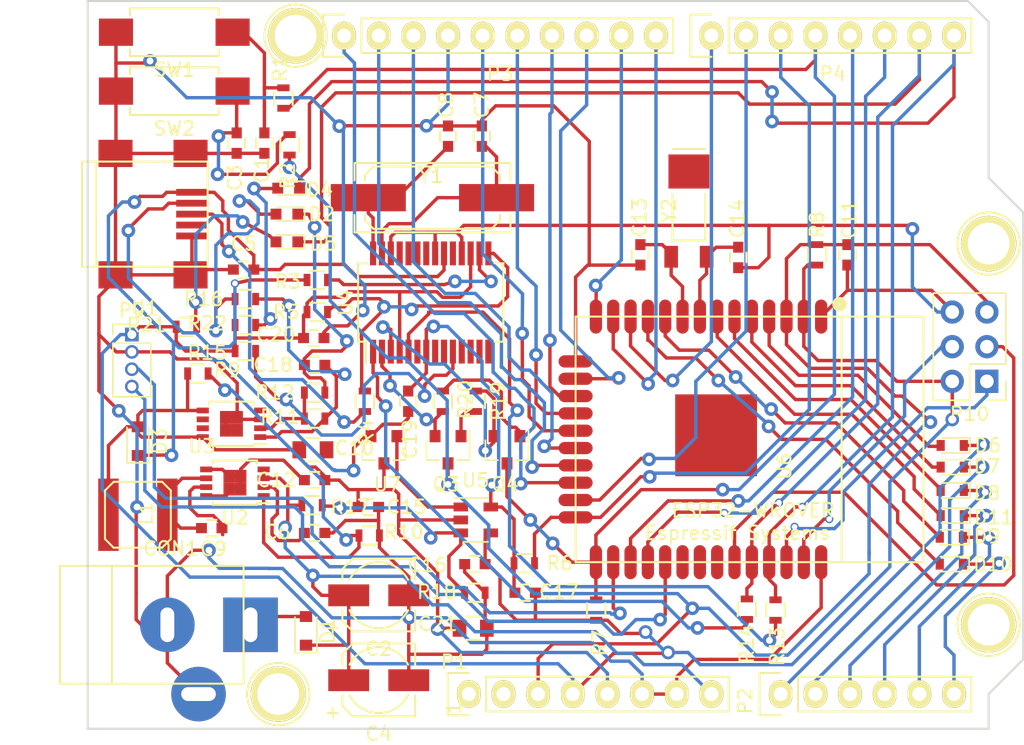
<source format=kicad_pcb>
(kicad_pcb (version 4) (host pcbnew 4.0.5-e0-6337~49~ubuntu16.04.1)
  (title_block (date "lun. 30 mars 2015"))
  (layers (0 F.Cu signal) (31 B.Cu signal) (34 B.Paste user) (35 F.Paste user) (36 B.SilkS user) (37 F.SilkS user) (38 B.Mask user) (39 F.Mask user) (44 Edge.Cuts user))
  (net 0 "")
  (net 1 +5V)
  (net 2 GND)
  (net 3 +3V3)
  (net 4 "Net-(C1-Pad1)")
  (net 5 Vin)
  (net 6 "Net-(C3-Pad1)")
  (net 7 "Net-(C6-Pad1)")
  (net 8 "Net-(C7-Pad1)")
  (net 9 "Net-(C8-Pad1)")
  (net 10 "Net-(C9-Pad1)")
  (net 11 "Net-(C9-Pad2)")
  (net 12 EN)
  (net 13 "Net-(C13-Pad1)")
  (net 14 "Net-(C14-Pad1)")
  (net 15 "Net-(C18-Pad1)")
  (net 16 "Net-(C18-Pad2)")
  (net 17 "Net-(CON1-Pad1)")
  (net 18 "Net-(D2-Pad2)")
  (net 19 "Net-(D4-Pad2)")
  (net 20 RXD)
  (net 21 "Net-(D5-Pad2)")
  (net 22 TXD)
  (net 23 A0)
  (net 24 A1)
  (net 25 A2)
  (net 26 A4)
  (net 27 A5)
  (net 28 A3)
  (net 29 CMD)
  (net 30 CLK)
  (net 31 SDO)
  (net 32 SD1)
  (net 33 SD2)
  (net 34 SD3)
  (net 35 IO17)
  (net 36 IO16)
  (net 37 IO27)
  (net 38 GPIO0)
  (net 39 GPIO2)
  (net 40 IO12)
  (net 41 IO13)
  (net 42 IO14)
  (net 43 IO15)
  (net 44 SCL)
  (net 45 SDA)
  (net 46 "Net-(Q3-Pad1)")
  (net 47 "Net-(Q3-Pad2)")
  (net 48 "Net-(Q4-Pad1)")
  (net 49 "Net-(Q4-Pad2)")
  (net 50 "Net-(R3-Pad1)")
  (net 51 "Net-(R3-Pad2)")
  (net 52 "Net-(R4-Pad1)")
  (net 53 "Net-(R4-Pad2)")
  (net 54 "Net-(R10-Pad1)")
  (net 55 "Net-(R11-Pad2)")
  (net 56 "Net-(R13-Pad1)")
  (net 57 "Net-(R14-Pad1)")
  (net 58 "Net-(R15-Pad1)")
  (net 59 "Net-(R17-Pad2)")
  (net 60 ADC-0)
  (net 61 ADC-1)
  (net 62 ADC-2)
  (net 63 ADC-4)
  (net 64 ADC-5)
  (net 65 ADC-3)
  (net 66 "Net-(U5-Pad1)")
  (net 67 IO23)
  (net 68 IO22)
  (net 69 IO21)
  (net 70 VCC)
  (module ESP32-footprints-Lib:ESP32-WROOM (layer F.Cu) (at 159.512 105.156 90)
    (fp_text reference U6 (at -1.9685 2.54 90) (layer F.SilkS))
    (fp_text value ESP32-WROVER)
    (fp_text user "Espressif Systems" (at -6.858 -0.889 180) (layer F.SilkS))
    (fp_text user ESP32-WROVER (at -5.207 0.254 180) (layer F.SilkS))
    (pad 38 smd oval (at -9 5.25 90) (size 2.5 0.9) (layers F.Cu F.Paste F.Mask) (net 2 GND))
    (pad 37 smd oval (at -9 3.98 90) (size 2.5 0.9) (layers F.Cu F.Paste F.Mask) (net 67 IO23))
    (pad 36 smd oval (at -9 2.71 90) (size 2.5 0.9) (layers F.Cu F.Paste F.Mask) (net 68 IO22))
    (pad 35 smd oval (at -9 1.44 90) (size 2.5 0.9) (layers F.Cu F.Paste F.Mask) (net 20 RXD))
    (pad 34 smd oval (at -9 0.17 90) (size 2.5 0.9) (layers F.Cu F.Paste F.Mask) (net 22 TXD))
    (pad 33 smd oval (at -9 -1.1 90) (size 2.5 0.9) (layers F.Cu F.Paste F.Mask) (net 69 IO21))
    (pad 32 smd oval (at -9 -2.37 90) (size 2.5 0.9) (layers F.Cu F.Paste F.Mask))
    (pad 31 smd oval (at -9 -3.64 90) (size 2.5 0.9) (layers F.Cu F.Paste F.Mask))
    (pad 30 smd oval (at -9 -4.91 90) (size 2.5 0.9) (layers F.Cu F.Paste F.Mask))
    (pad 29 smd oval (at -9 -6.18 90) (size 2.5 0.9) (layers F.Cu F.Paste F.Mask) (net 45 SDA))
    (pad 28 smd oval (at -9 -7.45 90) (size 2.5 0.9) (layers F.Cu F.Paste F.Mask) (net 35 IO17))
    (pad 27 smd oval (at -9 -8.72 90) (size 2.5 0.9) (layers F.Cu F.Paste F.Mask) (net 36 IO16))
    (pad 26 smd oval (at -9 -9.99 90) (size 2.5 0.9) (layers F.Cu F.Paste F.Mask) (net 44 SCL))
    (pad 25 smd oval (at -9 -11.26 90) (size 2.5 0.9) (layers F.Cu F.Paste F.Mask) (net 38 GPIO0))
    (pad 24 smd oval (at -5.715 -12.75 90) (size 0.9 2.5) (layers F.Cu F.Paste F.Mask) (net 39 GPIO2))
    (pad 23 smd oval (at -4.445 -12.75 90) (size 0.9 2.5) (layers F.Cu F.Paste F.Mask) (net 43 IO15))
    (pad 22 smd oval (at -3.175 -12.75 90) (size 0.9 2.5) (layers F.Cu F.Paste F.Mask) (net 32 SD1))
    (pad 21 smd oval (at -1.905 -12.75 90) (size 0.9 2.5) (layers F.Cu F.Paste F.Mask) (net 31 SDO))
    (pad 20 smd oval (at -0.635 -12.75 90) (size 0.9 2.5) (layers F.Cu F.Paste F.Mask) (net 30 CLK))
    (pad 19 smd oval (at 0.635 -12.75 90) (size 0.9 2.5) (layers F.Cu F.Paste F.Mask) (net 29 CMD))
    (pad 18 smd oval (at 1.905 -12.75 90) (size 0.9 2.5) (layers F.Cu F.Paste F.Mask) (net 34 SD3))
    (pad 17 smd oval (at 3.175 -12.75 90) (size 0.9 2.5) (layers F.Cu F.Paste F.Mask) (net 33 SD2))
    (pad 16 smd oval (at 4.445 -12.75 90) (size 0.9 2.5) (layers F.Cu F.Paste F.Mask) (net 41 IO13))
    (pad 15 smd oval (at 5.715 -12.75 90) (size 0.9 2.5) (layers F.Cu F.Paste F.Mask) (net 2 GND))
    (pad 14 smd oval (at 9 -11.26 90) (size 2.5 0.9) (layers F.Cu F.Paste F.Mask) (net 40 IO12))
    (pad 13 smd oval (at 9 -9.99 90) (size 2.5 0.9) (layers F.Cu F.Paste F.Mask) (net 42 IO14))
    (pad 12 smd oval (at 9 -8.72 90) (size 2.5 0.9) (layers F.Cu F.Paste F.Mask) (net 37 IO27))
    (pad 11 smd oval (at 9 -7.45 90) (size 2.5 0.9) (layers F.Cu F.Paste F.Mask) (net 64 ADC-5))
    (pad 10 smd oval (at 9 -6.18 90) (size 2.5 0.9) (layers F.Cu F.Paste F.Mask) (net 63 ADC-4))
    (pad 9 smd oval (at 9 -4.91 90) (size 2.5 0.9) (layers F.Cu F.Paste F.Mask) (net 13 "Net-(C13-Pad1)"))
    (pad 8 smd oval (at 9 -3.64 90) (size 2.5 0.9) (layers F.Cu F.Paste F.Mask) (net 14 "Net-(C14-Pad1)"))
    (pad 7 smd oval (at 9 -2.37 90) (size 2.5 0.9) (layers F.Cu F.Paste F.Mask) (net 65 ADC-3))
    (pad 6 smd oval (at 9 -1.1 90) (size 2.5 0.9) (layers F.Cu F.Paste F.Mask) (net 62 ADC-2))
    (pad 5 smd oval (at 9 0.17 90) (size 2.5 0.9) (layers F.Cu F.Paste F.Mask) (net 61 ADC-1))
    (pad 4 smd oval (at 9 1.44 90) (size 2.5 0.9) (layers F.Cu F.Paste F.Mask) (net 60 ADC-0))
    (pad 3 smd oval (at 9 2.71 90) (size 2.5 0.9) (layers F.Cu F.Paste F.Mask) (net 12 EN))
    (pad 2 smd oval (at 9 3.98 90) (size 2.5 0.9) (layers F.Cu F.Paste F.Mask) (net 3 +3V3))
    (pad 1 smd oval (at 9 5.25 90) (size 2.5 0.9) (layers F.Cu F.Paste F.Mask) (net 2 GND))
    (pad 39 smd rect (at 0.3 -2.45 90) (size 6 6) (layers F.Cu F.Paste F.Mask))
  )
  (module Crystals:Q_49U3HMS (layer F.Cu) (at 136.271 87.4395)
    (fp_text reference Y1 (at -0.1 -1.6) (layer F.SilkS))
    (fp_text value 12Mhz)
    (pad 1 smd rect (at -4.699 0) (size 5.4991 1.99898) (layers F.Cu F.Paste F.Mask) (net 9 "Net-(C8-Pad1)"))
    (pad 2 smd rect (at 4.699 0) (size 5.4991 1.99898) (layers F.Cu F.Paste F.Mask) (net 8 "Net-(C7-Pad1)"))
  )
  (module Capacitors_SMD:c_elec_5x5.3 (layer F.Cu) (at 132.334 122.809)
    (fp_text reference C4 (at 0 3.9243) (layer F.SilkS))
    (fp_text value 10uF/25V)
    (fp_text user + (at -3.3782 2.3368) (layer F.SilkS))
    (pad 1 smd rect (at -2.2 0 180) (size 3 1.6) (layers F.Cu F.Paste F.Mask) (net 5 Vin))
    (pad 2 smd rect (at 2.2 0 180) (size 3 1.6) (layers F.Cu F.Paste F.Mask) (net 2 GND))
  )
  (module Socket_Arduino_Uno:Socket_Strip_Arduino_1x08 (layer F.Cu) (at 138.938 123.825)
    (fp_text reference P1 (at -1.0795 -2.3495) (layer F.SilkS))
    (fp_text value Power)
    (pad 1 thru_hole oval (at 0 0) (size 1.7272 2.032) (drill 1.016) (layers *.Cu *.Mask F.SilkS))
    (pad 2 thru_hole oval (at 2.54 0) (size 1.7272 2.032) (drill 1.016) (layers *.Cu *.Mask F.SilkS))
    (pad 3 thru_hole oval (at 5.08 0) (size 1.7272 2.032) (drill 1.016) (layers *.Cu *.Mask F.SilkS) (net 12 EN))
    (pad 4 thru_hole oval (at 7.62 0) (size 1.7272 2.032) (drill 1.016) (layers *.Cu *.Mask F.SilkS) (net 3 +3V3))
    (pad 5 thru_hole oval (at 10.16 0) (size 1.7272 2.032) (drill 1.016) (layers *.Cu *.Mask F.SilkS) (net 1 +5V))
    (pad 6 thru_hole oval (at 12.7 0) (size 1.7272 2.032) (drill 1.016) (layers *.Cu *.Mask F.SilkS) (net 2 GND))
    (pad 7 thru_hole oval (at 15.24 0) (size 1.7272 2.032) (drill 1.016) (layers *.Cu *.Mask F.SilkS) (net 2 GND))
    (pad 8 thru_hole oval (at 17.78 0) (size 1.7272 2.032) (drill 1.016) (layers *.Cu *.Mask F.SilkS) (net 5 Vin))
  )
  (module Socket_Arduino_Uno:Socket_Strip_Arduino_1x06 (layer F.Cu) (at 161.798 123.825)
    (fp_text reference P2 (at -2.6035 0.508 90) (layer F.SilkS))
    (fp_text value Analog)
    (pad 1 thru_hole oval (at 0 0) (size 1.7272 2.032) (drill 1.016) (layers *.Cu *.Mask F.SilkS) (net 23 A0))
    (pad 2 thru_hole oval (at 2.54 0) (size 1.7272 2.032) (drill 1.016) (layers *.Cu *.Mask F.SilkS) (net 24 A1))
    (pad 3 thru_hole oval (at 5.08 0) (size 1.7272 2.032) (drill 1.016) (layers *.Cu *.Mask F.SilkS) (net 25 A2))
    (pad 4 thru_hole oval (at 7.62 0) (size 1.7272 2.032) (drill 1.016) (layers *.Cu *.Mask F.SilkS) (net 28 A3))
    (pad 5 thru_hole oval (at 10.16 0) (size 1.7272 2.032) (drill 1.016) (layers *.Cu *.Mask F.SilkS) (net 26 A4))
    (pad 6 thru_hole oval (at 12.7 0) (size 1.7272 2.032) (drill 1.016) (layers *.Cu *.Mask F.SilkS) (net 27 A5))
  )
  (module Socket_Arduino_Uno:Socket_Strip_Arduino_1x10 (layer F.Cu) (at 129.794 75.565)
    (fp_text reference P3 (at 11.43 2.794) (layer F.SilkS))
    (fp_text value Digital)
    (pad 1 thru_hole oval (at 0 0) (size 1.7272 2.032) (drill 1.016) (layers *.Cu *.Mask F.SilkS) (net 32 SD1))
    (pad 2 thru_hole oval (at 2.54 0) (size 1.7272 2.032) (drill 1.016) (layers *.Cu *.Mask F.SilkS) (net 31 SDO))
    (pad 3 thru_hole oval (at 5.08 0) (size 1.7272 2.032) (drill 1.016) (layers *.Cu *.Mask F.SilkS) (net 30 CLK))
    (pad 4 thru_hole oval (at 7.62 0) (size 1.7272 2.032) (drill 1.016) (layers *.Cu *.Mask F.SilkS) (net 2 GND))
    (pad 5 thru_hole oval (at 10.16 0) (size 1.7272 2.032) (drill 1.016) (layers *.Cu *.Mask F.SilkS) (net 29 CMD))
    (pad 6 thru_hole oval (at 12.7 0) (size 1.7272 2.032) (drill 1.016) (layers *.Cu *.Mask F.SilkS) (net 34 SD3))
    (pad 7 thru_hole oval (at 15.24 0) (size 1.7272 2.032) (drill 1.016) (layers *.Cu *.Mask F.SilkS) (net 33 SD2))
    (pad 8 thru_hole oval (at 17.78 0) (size 1.7272 2.032) (drill 1.016) (layers *.Cu *.Mask F.SilkS) (net 41 IO13))
    (pad 9 thru_hole oval (at 20.32 0) (size 1.7272 2.032) (drill 1.016) (layers *.Cu *.Mask F.SilkS) (net 40 IO12))
    (pad 10 thru_hole oval (at 22.86 0) (size 1.7272 2.032) (drill 1.016) (layers *.Cu *.Mask F.SilkS) (net 42 IO14))
  )
  (module Socket_Arduino_Uno:Socket_Strip_Arduino_1x08 (layer F.Cu) (at 156.718 75.565)
    (fp_text reference P4 (at 8.89 2.794) (layer F.SilkS))
    (fp_text value Digital)
    (pad 1 thru_hole oval (at 0 0) (size 1.7272 2.032) (drill 1.016) (layers *.Cu *.Mask F.SilkS) (net 37 IO27))
    (pad 2 thru_hole oval (at 2.54 0) (size 1.7272 2.032) (drill 1.016) (layers *.Cu *.Mask F.SilkS) (net 43 IO15))
    (pad 3 thru_hole oval (at 5.08 0) (size 1.7272 2.032) (drill 1.016) (layers *.Cu *.Mask F.SilkS) (net 39 GPIO2))
    (pad 4 thru_hole oval (at 7.62 0) (size 1.7272 2.032) (drill 1.016) (layers *.Cu *.Mask F.SilkS) (net 38 GPIO0))
    (pad 5 thru_hole oval (at 10.16 0) (size 1.7272 2.032) (drill 1.016) (layers *.Cu *.Mask F.SilkS) (net 36 IO16))
    (pad 6 thru_hole oval (at 12.7 0) (size 1.7272 2.032) (drill 1.016) (layers *.Cu *.Mask F.SilkS) (net 35 IO17))
    (pad 7 thru_hole oval (at 15.24 0) (size 1.7272 2.032) (drill 1.016) (layers *.Cu *.Mask F.SilkS) (net 22 TXD))
    (pad 8 thru_hole oval (at 17.78 0) (size 1.7272 2.032) (drill 1.016) (layers *.Cu *.Mask F.SilkS) (net 20 RXD))
  )
  (module Socket_Arduino_Uno:Arduino_1pin (layer F.Cu) (at 124.968 123.825)
    (fp_text reference P5 hide)
    (fp_text value CONN_1 hide)
    (pad 1 thru_hole circle (at 0 0) (size 4.064 4.064) (drill 3.048) (layers *.Cu *.Mask F.SilkS))
  )
  (module Socket_Arduino_Uno:Arduino_1pin (layer F.Cu) (at 177.038 118.745)
    (fp_text reference P6 hide)
    (fp_text value CONN_1 hide)
    (pad 1 thru_hole circle (at 0 0) (size 4.064 4.064) (drill 3.048) (layers *.Cu *.Mask F.SilkS))
  )
  (module Socket_Arduino_Uno:Arduino_1pin (layer F.Cu) (at 126.238 75.565)
    (fp_text reference P7 hide)
    (fp_text value CONN_1 hide)
    (pad 1 thru_hole circle (at 0 0) (size 4.064 4.064) (drill 3.048) (layers *.Cu *.Mask F.SilkS))
  )
  (module Socket_Arduino_Uno:Arduino_1pin (layer F.Cu) (at 177.038 90.805)
    (fp_text reference P8 hide)
    (fp_text value CONN_1 hide)
    (pad 1 thru_hole circle (at 0 0) (size 4.064 4.064) (drill 3.048) (layers *.Cu *.Mask F.SilkS))
  )
  (module Capacitors_SMD:C_0603 (layer F.Cu) (at 123.952 83.439 270)
    (fp_text reference C1 (at 1.9685 0.1905 270) (layer F.SilkS))
    (fp_text value 1nF/50V)
    (pad 1 smd rect (at -0.75 0 270) (size 0.8 0.75) (layers F.Cu F.Paste F.Mask) (net 4 "Net-(C1-Pad1)"))
    (pad 2 smd rect (at 0.75 0 270) (size 0.8 0.75) (layers F.Cu F.Paste F.Mask) (net 2 GND))
  )
  (module Capacitors_SMD:c_elec_5x5.3 (layer F.Cu) (at 132.334 116.586)
    (fp_text reference C2 (at 0 3.9243) (layer F.SilkS))
    (fp_text value 10uF/25V)
    (fp_text user + (at -3.3782 2.3368) (layer F.SilkS))
    (pad 1 smd rect (at -2.2 0 180) (size 3 1.6) (layers F.Cu F.Paste F.Mask) (net 5 Vin))
    (pad 2 smd rect (at 2.2 0 180) (size 3 1.6) (layers F.Cu F.Paste F.Mask) (net 2 GND))
  )
  (module Capacitors_SMD:C_0603 (layer F.Cu) (at 121.92 83.439 270)
    (fp_text reference C3 (at 2.54 0.127 270) (layer F.SilkS))
    (fp_text value 1nF/50V)
    (pad 1 smd rect (at -0.75 0 270) (size 0.8 0.75) (layers F.Cu F.Paste F.Mask) (net 6 "Net-(C3-Pad1)"))
    (pad 2 smd rect (at 0.75 0 270) (size 0.8 0.75) (layers F.Cu F.Paste F.Mask) (net 2 GND))
  )
  (module Capacitors_SMD:C_0603 (layer F.Cu) (at 122.428 92.71)
    (fp_text reference C5 (at 0 -1.9) (layer F.SilkS))
    (fp_text value 10uF)
    (pad 1 smd rect (at -0.75 0) (size 0.8 0.75) (layers F.Cu F.Paste F.Mask) (net 2 GND))
    (pad 2 smd rect (at 0.75 0) (size 0.8 0.75) (layers F.Cu F.Paste F.Mask) (net 70 VCC))
  )
  (module Capacitors_SMD:C_0603 (layer F.Cu) (at 127.635 112.014)
    (fp_text reference C6 (at -2.7305 -0.0635) (layer F.SilkS))
    (fp_text value 1uF)
    (pad 1 smd rect (at -0.75 0) (size 0.8 0.75) (layers F.Cu F.Paste F.Mask) (net 7 "Net-(C6-Pad1)"))
    (pad 2 smd rect (at 0.75 0) (size 0.8 0.75) (layers F.Cu F.Paste F.Mask) (net 2 GND))
  )
  (module Capacitors_SMD:C_0603 (layer F.Cu) (at 139.8905 82.931 90)
    (fp_text reference C7 (at 2.286 0 90) (layer F.SilkS))
    (fp_text value 33pF)
    (pad 1 smd rect (at -0.75 0 90) (size 0.8 0.75) (layers F.Cu F.Paste F.Mask) (net 8 "Net-(C7-Pad1)"))
    (pad 2 smd rect (at 0.75 0 90) (size 0.8 0.75) (layers F.Cu F.Paste F.Mask) (net 2 GND))
  )
  (module Capacitors_SMD:C_0603 (layer F.Cu) (at 137.414 82.931 90)
    (fp_text reference C8 (at 2.286 -0.127 90) (layer F.SilkS))
    (fp_text value 33pF)
    (pad 1 smd rect (at -0.75 0 90) (size 0.8 0.75) (layers F.Cu F.Paste F.Mask) (net 9 "Net-(C8-Pad1)"))
    (pad 2 smd rect (at 0.75 0 90) (size 0.8 0.75) (layers F.Cu F.Paste F.Mask) (net 2 GND))
  )
  (module Capacitors_SMD:C_0603 (layer F.Cu) (at 120.0912 111.6584 180)
    (fp_text reference C9 (at -0.127 -1.524 180) (layer F.SilkS))
    (fp_text value 100nF)
    (pad 1 smd rect (at -0.75 0 180) (size 0.8 0.75) (layers F.Cu F.Paste F.Mask) (net 10 "Net-(C9-Pad1)"))
    (pad 2 smd rect (at 0.75 0 180) (size 0.8 0.75) (layers F.Cu F.Paste F.Mask) (net 11 "Net-(C9-Pad2)"))
  )
  (module Capacitors_SMD:C_0805 (layer F.Cu) (at 127.508 105.918)
    (fp_text reference C10 (at 3.048 -0.127) (layer F.SilkS))
    (fp_text value 1uF)
    (pad 1 smd rect (at -1 0) (size 1 1.25) (layers F.Cu F.Paste F.Mask) (net 1 +5V))
    (pad 2 smd rect (at 1 0) (size 1 1.25) (layers F.Cu F.Paste F.Mask) (net 2 GND))
  )
  (module Capacitors_SMD:C_0603 (layer F.Cu) (at 166.6875 91.6305 90)
    (fp_text reference C11 (at 2.6035 0.127 90) (layer F.SilkS))
    (fp_text value C)
    (pad 1 smd rect (at -0.75 0 90) (size 0.8 0.75) (layers F.Cu F.Paste F.Mask) (net 2 GND))
    (pad 2 smd rect (at 0.75 0 90) (size 0.8 0.75) (layers F.Cu F.Paste F.Mask) (net 12 EN))
  )
  (module Capacitors_SMD:C_0603 (layer F.Cu) (at 127.635 108.1405 180)
    (fp_text reference C12 (at 2.794 0 360) (layer F.SilkS))
    (fp_text value 10uF/25V)
    (pad 1 smd rect (at -0.75 0 180) (size 0.8 0.75) (layers F.Cu F.Paste F.Mask) (net 1 +5V))
    (pad 2 smd rect (at 0.75 0 180) (size 0.8 0.75) (layers F.Cu F.Paste F.Mask) (net 2 GND))
  )
  (module Capacitors_SMD:C_0603 (layer F.Cu) (at 151.511 91.6305 270)
    (fp_text reference C13 (at -2.7305 0.0635 270) (layer F.SilkS))
    (fp_text value C)
    (pad 1 smd rect (at -0.75 0 270) (size 0.8 0.75) (layers F.Cu F.Paste F.Mask) (net 13 "Net-(C13-Pad1)"))
    (pad 2 smd rect (at 0.75 0 270) (size 0.8 0.75) (layers F.Cu F.Paste F.Mask) (net 2 GND))
  )
  (module Capacitors_SMD:C_0603 (layer F.Cu) (at 158.6865 91.821 270)
    (fp_text reference C14 (at -2.8575 0.0635 270) (layer F.SilkS))
    (fp_text value C)
    (pad 1 smd rect (at -0.75 0 270) (size 0.8 0.75) (layers F.Cu F.Paste F.Mask) (net 14 "Net-(C14-Pad1)"))
    (pad 2 smd rect (at 0.75 0 270) (size 0.8 0.75) (layers F.Cu F.Paste F.Mask) (net 2 GND))
  )
  (module Capacitors_SMD:C_0603 (layer F.Cu) (at 131.572 110.109)
    (fp_text reference C15 (at 2.794 0) (layer F.SilkS))
    (fp_text value 10uF/25V)
    (pad 1 smd rect (at -0.75 0) (size 0.8 0.75) (layers F.Cu F.Paste F.Mask) (net 1 +5V))
    (pad 2 smd rect (at 0.75 0) (size 0.8 0.75) (layers F.Cu F.Paste F.Mask) (net 2 GND))
  )
  (module Capacitors_SMD:C_0603 (layer F.Cu) (at 139.3825 114.3)
    (fp_text reference C16 (at -3.4925 0.0635) (layer F.SilkS))
    (fp_text value C)
    (pad 1 smd rect (at -0.75 0) (size 0.8 0.75) (layers F.Cu F.Paste F.Mask) (net 2 GND))
    (pad 2 smd rect (at 0.75 0) (size 0.8 0.75) (layers F.Cu F.Paste F.Mask) (net 3 +3V3))
  )
  (module Capacitors_SMD:C_0603 (layer F.Cu) (at 143.0655 116.3955)
    (fp_text reference C17 (at 2.4765 -0.0635) (layer F.SilkS))
    (fp_text value C)
    (pad 1 smd rect (at -0.75 0) (size 0.8 0.75) (layers F.Cu F.Paste F.Mask) (net 2 GND))
    (pad 2 smd rect (at 0.75 0) (size 0.8 0.75) (layers F.Cu F.Paste F.Mask) (net 3 +3V3))
  )
  (module Capacitors_SMD:C_0603 (layer F.Cu) (at 127.635 99.695 180)
    (fp_text reference C18 (at 3.048 0 180) (layer F.SilkS))
    (fp_text value 1uF/25V)
    (pad 1 smd rect (at -0.75 0 180) (size 0.8 0.75) (layers F.Cu F.Paste F.Mask) (net 15 "Net-(C18-Pad1)"))
    (pad 2 smd rect (at 0.75 0 180) (size 0.8 0.75) (layers F.Cu F.Paste F.Mask) (net 16 "Net-(C18-Pad2)"))
  )
  (module Capacitors_SMD:C_0603 (layer F.Cu) (at 134.493 102.362 270)
    (fp_text reference C19 (at 2.794 -0.127 270) (layer F.SilkS))
    (fp_text value 0.1uF)
    (pad 1 smd rect (at -0.75 0 270) (size 0.8 0.75) (layers F.Cu F.Paste F.Mask) (net 2 GND))
    (pad 2 smd rect (at 0.75 0 270) (size 0.8 0.75) (layers F.Cu F.Paste F.Mask) (net 70 VCC))
  )
  (module Capacitors_SMD:C_0603 (layer F.Cu) (at 127.5715 97.7265 180)
    (fp_text reference C20 (at 2.794 0.254 180) (layer F.SilkS))
    (fp_text value 0.1uF)
    (pad 1 smd rect (at -0.75 0 180) (size 0.8 0.75) (layers F.Cu F.Paste F.Mask) (net 2 GND))
    (pad 2 smd rect (at 0.75 0 180) (size 0.8 0.75) (layers F.Cu F.Paste F.Mask) (net 3 +3V3))
  )
  (module Capacitors_SMD:C_0805 (layer F.Cu) (at 139.2555 118.999 180)
    (fp_text reference C21 (at 2.6035 0.3175 180) (layer F.SilkS))
    (fp_text value 100nF)
    (pad 1 smd rect (at -1 0 180) (size 1 1.25) (layers F.Cu F.Paste F.Mask) (net 2 GND))
    (pad 2 smd rect (at 1 0 180) (size 1 1.25) (layers F.Cu F.Paste F.Mask) (net 1 +5V))
  )
  (module Connect:JACK_ALIM (layer F.Cu) (at 116.84 118.745)
    (fp_text reference CON1 (at 0.254 -5.588) (layer F.SilkS))
    (fp_text value BARREL_JACK)
    (pad 2 thru_hole circle (at 0 0) (size 4 4) (drill oval 1.016 2.54) (layers *.Cu *.Mask) (net 2 GND))
    (pad 1 thru_hole rect (at 6.096 0) (size 4 4) (drill oval 1.016 2.54) (layers *.Cu *.Mask) (net 17 "Net-(CON1-Pad1)"))
    (pad 3 thru_hole circle (at 2.286 5.08) (size 4 4) (drill oval 2.54 1.016) (layers *.Cu *.Mask) (net 2 GND))
  )
  (module Diodes_SMD:D_0805 (layer F.Cu) (at 127 119.1895 90)
    (fp_text reference D1 (at 0 1.6 90) (layer F.SilkS))
    (fp_text value SS24)
    (pad 1 smd rect (at -1.05 0 90) (size 0.8 0.9) (layers F.Cu F.Paste F.Mask) (net 5 Vin))
    (pad 2 smd rect (at 1.05 0 90) (size 0.8 0.9) (layers F.Cu F.Paste F.Mask) (net 17 "Net-(CON1-Pad1)"))
  )
  (module LEDs:LED_0603 (layer F.Cu) (at 125.603 88.646 180)
    (fp_text reference D2 (at -2.54 0 180) (layer F.SilkS))
    (fp_text value L_PWR)
    (pad 2 smd rect (at 0.8 0) (size 0.8 0.8) (layers F.Cu F.Paste F.Mask) (net 18 "Net-(D2-Pad2)"))
    (pad 1 smd rect (at -0.8 0) (size 0.8 0.8) (layers F.Cu F.Paste F.Mask) (net 16 "Net-(C18-Pad2)"))
  )
  (module Diodes_SMD:D_0805 (layer F.Cu) (at 114.681 105.283 90)
    (fp_text reference D3 (at 0 1.6 90) (layer F.SilkS))
    (fp_text value SS24)
    (pad 1 smd rect (at -1.05 0 90) (size 0.8 0.9) (layers F.Cu F.Paste F.Mask) (net 70 VCC))
    (pad 2 smd rect (at 1.05 0 90) (size 0.8 0.9) (layers F.Cu F.Paste F.Mask) (net 1 +5V))
  )
  (module LEDs:LED_0603 (layer F.Cu) (at 125.73 86.741 180)
    (fp_text reference D4 (at -2.286 -0.127 180) (layer F.SilkS))
    (fp_text value L-RX)
    (pad 2 smd rect (at 0.8 0) (size 0.8 0.8) (layers F.Cu F.Paste F.Mask) (net 19 "Net-(D4-Pad2)"))
    (pad 1 smd rect (at -0.8 0) (size 0.8 0.8) (layers F.Cu F.Paste F.Mask) (net 20 RXD))
  )
  (module LEDs:LED_0603 (layer F.Cu) (at 125.603 90.678 180)
    (fp_text reference D5 (at -2.667 -0.127 180) (layer F.SilkS))
    (fp_text value L-TX)
    (pad 2 smd rect (at 0.8 0) (size 0.8 0.8) (layers F.Cu F.Paste F.Mask) (net 21 "Net-(D5-Pad2)"))
    (pad 1 smd rect (at -0.8 0) (size 0.8 0.8) (layers F.Cu F.Paste F.Mask) (net 22 TXD))
  )
  (module Diodes_SMD:D_0603 (layer F.Cu) (at 174.371 105.6005 180)
    (fp_text reference D6 (at -2.6035 0 180) (layer F.SilkS))
    (fp_text value ZENER_3.3V)
    (pad 1 smd rect (at -0.85 0 180) (size 0.6 0.8) (layers F.Cu F.Paste F.Mask) (net 23 A0))
    (pad 2 smd rect (at 0.85 0 180) (size 0.6 0.8) (layers F.Cu F.Paste F.Mask) (net 60 ADC-0))
  )
  (module Diodes_SMD:D_0603 (layer F.Cu) (at 174.371 107.188 180)
    (fp_text reference D7 (at -2.54 0.0635 180) (layer F.SilkS))
    (fp_text value ZENER_3.3V)
    (pad 1 smd rect (at -0.85 0 180) (size 0.6 0.8) (layers F.Cu F.Paste F.Mask) (net 24 A1))
    (pad 2 smd rect (at 0.85 0 180) (size 0.6 0.8) (layers F.Cu F.Paste F.Mask) (net 61 ADC-1))
  )
  (module Diodes_SMD:D_0603 (layer F.Cu) (at 174.371 108.9025 180)
    (fp_text reference D8 (at -2.54 -0.1905 180) (layer F.SilkS))
    (fp_text value ZENER_3.3V)
    (pad 1 smd rect (at -0.85 0 180) (size 0.6 0.8) (layers F.Cu F.Paste F.Mask) (net 25 A2))
    (pad 2 smd rect (at 0.85 0 180) (size 0.6 0.8) (layers F.Cu F.Paste F.Mask) (net 62 ADC-2))
  )
  (module Diodes_SMD:D_0603 (layer F.Cu) (at 174.3075 112.3315 180)
    (fp_text reference D9 (at -2.6035 0.0635 180) (layer F.SilkS))
    (fp_text value ZENER_3.3V)
    (pad 1 smd rect (at -0.85 0 180) (size 0.6 0.8) (layers F.Cu F.Paste F.Mask) (net 26 A4))
    (pad 2 smd rect (at 0.85 0 180) (size 0.6 0.8) (layers F.Cu F.Paste F.Mask) (net 63 ADC-4))
  )
  (module Diodes_SMD:D_0603 (layer F.Cu) (at 174.3075 114.3 180)
    (fp_text reference D10 (at -3.048 0 180) (layer F.SilkS))
    (fp_text value ZENER_3.3V)
    (pad 1 smd rect (at -0.85 0 180) (size 0.6 0.8) (layers F.Cu F.Paste F.Mask) (net 27 A5))
    (pad 2 smd rect (at 0.85 0 180) (size 0.6 0.8) (layers F.Cu F.Paste F.Mask) (net 64 ADC-5))
  )
  (module Diodes_SMD:D_0603 (layer F.Cu) (at 174.371 110.744 180)
    (fp_text reference D11 (at -3.048 -0.127 180) (layer F.SilkS))
    (fp_text value ZENER_3.3V)
    (pad 1 smd rect (at -0.85 0 180) (size 0.6 0.8) (layers F.Cu F.Paste F.Mask) (net 28 A3))
    (pad 2 smd rect (at 0.85 0 180) (size 0.6 0.8) (layers F.Cu F.Paste F.Mask) (net 65 ADC-3))
  )
  (module Pin_Headers:Pin_Header_Straight_1x04_Pitch1.27mm (layer F.Cu) (at 114.2365 97.4725)
    (fp_text reference P9 (at 0 -1.755) (layer F.SilkS))
    (fp_text value CONN_01X04)
    (pad 1 thru_hole rect (at 0 0) (size 1 1) (drill 0.65) (layers *.Cu *.Mask) (net 3 +3V3))
    (pad 2 thru_hole oval (at 0 1.27) (size 1 1) (drill 0.65) (layers *.Cu *.Mask) (net 2 GND))
    (pad 3 thru_hole oval (at 0 2.54) (size 1 1) (drill 0.65) (layers *.Cu *.Mask) (net 44 SCL))
    (pad 4 thru_hole oval (at 0 3.81) (size 1 1) (drill 0.65) (layers *.Cu *.Mask) (net 45 SDA))
  )
  (module TO_SOT_Packages_SMD:SOT-23 (layer F.Cu) (at 137.414 105.918 270)
    (fp_text reference Q3 (at 2.54 0.127 360) (layer F.SilkS))
    (fp_text value Q_NPN_BEC)
    (pad 1 smd rect (at -1 -0.95 270) (size 0.9 0.8) (layers F.Cu F.Paste F.Mask) (net 46 "Net-(Q3-Pad1)"))
    (pad 2 smd rect (at -1 0.95 270) (size 0.9 0.8) (layers F.Cu F.Paste F.Mask) (net 47 "Net-(Q3-Pad2)"))
    (pad 3 smd rect (at 1 0 270) (size 0.9 0.8) (layers F.Cu F.Paste F.Mask) (net 12 EN))
  )
  (module TO_SOT_Packages_SMD:SOT-23 (layer F.Cu) (at 141.732 105.918 270)
    (fp_text reference Q4 (at 2.54 0.127 360) (layer F.SilkS))
    (fp_text value Q_NPN_BEC)
    (pad 1 smd rect (at -1 -0.95 270) (size 0.9 0.8) (layers F.Cu F.Paste F.Mask) (net 48 "Net-(Q4-Pad1)"))
    (pad 2 smd rect (at -1 0.95 270) (size 0.9 0.8) (layers F.Cu F.Paste F.Mask) (net 49 "Net-(Q4-Pad2)"))
    (pad 3 smd rect (at 1 0 270) (size 0.9 0.8) (layers F.Cu F.Paste F.Mask) (net 38 GPIO0))
  )
  (module Resistors_SMD:R_0603 (layer F.Cu) (at 125.349 80.137 90)
    (fp_text reference R1 (at 2.159 -0.254 90) (layer F.SilkS))
    (fp_text value 470R)
    (pad 1 smd rect (at -0.75 0 90) (size 0.5 0.9) (layers F.Cu F.Paste F.Mask) (net 38 GPIO0))
    (pad 2 smd rect (at 0.75 0 90) (size 0.5 0.9) (layers F.Cu F.Paste F.Mask) (net 4 "Net-(C1-Pad1)"))
  )
  (module Resistors_SMD:R_0603 (layer F.Cu) (at 125.7935 83.566 90)
    (fp_text reference R2 (at -2.286 -0.127 90) (layer F.SilkS))
    (fp_text value 470R)
    (pad 1 smd rect (at -0.75 0 90) (size 0.5 0.9) (layers F.Cu F.Paste F.Mask) (net 12 EN))
    (pad 2 smd rect (at 0.75 0 90) (size 0.5 0.9) (layers F.Cu F.Paste F.Mask) (net 6 "Net-(C3-Pad1)"))
  )
  (module Resistors_SMD:R_0603 (layer F.Cu) (at 127.8255 93.472 180)
    (fp_text reference R3 (at 2.159 -0.127 180) (layer F.SilkS))
    (fp_text value 27R)
    (pad 1 smd rect (at -0.75 0 180) (size 0.5 0.9) (layers F.Cu F.Paste F.Mask) (net 50 "Net-(R3-Pad1)"))
    (pad 2 smd rect (at 0.75 0 180) (size 0.5 0.9) (layers F.Cu F.Paste F.Mask) (net 51 "Net-(R3-Pad2)"))
  )
  (module Resistors_SMD:R_0603 (layer F.Cu) (at 131.318 102.362 270)
    (fp_text reference R4 (at 2.286 -0.127 270) (layer F.SilkS))
    (fp_text value 27R)
    (pad 1 smd rect (at -0.75 0 270) (size 0.5 0.9) (layers F.Cu F.Paste F.Mask) (net 52 "Net-(R4-Pad1)"))
    (pad 2 smd rect (at 0.75 0 270) (size 0.5 0.9) (layers F.Cu F.Paste F.Mask) (net 53 "Net-(R4-Pad2)"))
  )
  (module Resistors_SMD:R_0603 (layer F.Cu) (at 127.8255 95.8215 180)
    (fp_text reference R5 (at 2.286 0 180) (layer F.SilkS))
    (fp_text value 1.5K)
    (pad 1 smd rect (at -0.75 0 180) (size 0.5 0.9) (layers F.Cu F.Paste F.Mask) (net 52 "Net-(R4-Pad1)"))
    (pad 2 smd rect (at 0.75 0 180) (size 0.5 0.9) (layers F.Cu F.Paste F.Mask) (net 3 +3V3))
  )
  (module Resistors_SMD:R_0603 (layer F.Cu) (at 143.002 114.2365 180)
    (fp_text reference R6 (at -2.6035 0 180) (layer F.SilkS))
    (fp_text value 10K)
    (pad 1 smd rect (at -0.75 0 180) (size 0.5 0.9) (layers F.Cu F.Paste F.Mask) (net 39 GPIO2))
    (pad 2 smd rect (at 0.75 0 180) (size 0.5 0.9) (layers F.Cu F.Paste F.Mask) (net 2 GND))
  )
  (module Resistors_SMD:R_0603 (layer F.Cu) (at 148.2725 117.6655 90)
    (fp_text reference R7 (at -2.413 0.254 90) (layer F.SilkS))
    (fp_text value 10K)
    (pad 1 smd rect (at -0.75 0 90) (size 0.5 0.9) (layers F.Cu F.Paste F.Mask) (net 3 +3V3))
    (pad 2 smd rect (at 0.75 0 90) (size 0.5 0.9) (layers F.Cu F.Paste F.Mask) (net 38 GPIO0))
  )
  (module Resistors_SMD:R_0603 (layer F.Cu) (at 164.465 91.6305 90)
    (fp_text reference R8 (at 2.2225 0 90) (layer F.SilkS))
    (fp_text value 10K)
    (pad 1 smd rect (at -0.75 0 90) (size 0.5 0.9) (layers F.Cu F.Paste F.Mask) (net 3 +3V3))
    (pad 2 smd rect (at 0.75 0 90) (size 0.5 0.9) (layers F.Cu F.Paste F.Mask) (net 12 EN))
  )
  (module Resistors_SMD:R_0603 (layer F.Cu) (at 119.0752 100.33)
    (fp_text reference R9 (at 2.159 -0.254 180) (layer F.SilkS))
    (fp_text value 52.5K)
    (pad 1 smd rect (at -0.75 0) (size 0.5 0.9) (layers F.Cu F.Paste F.Mask) (net 1 +5V))
    (pad 2 smd rect (at 0.75 0) (size 0.5 0.9) (layers F.Cu F.Paste F.Mask) (net 54 "Net-(R10-Pad1)"))
  )
  (module Resistors_SMD:R_0603 (layer F.Cu) (at 131.6355 112.2045)
    (fp_text reference R10 (at 2.54 -0.254 180) (layer F.SilkS))
    (fp_text value 10k)
    (pad 1 smd rect (at -0.75 0) (size 0.5 0.9) (layers F.Cu F.Paste F.Mask) (net 54 "Net-(R10-Pad1)"))
    (pad 2 smd rect (at 0.75 0) (size 0.5 0.9) (layers F.Cu F.Paste F.Mask) (net 2 GND))
  )
  (module Resistors_SMD:R_0603 (layer F.Cu) (at 127.635 103.632 180)
    (fp_text reference R11 (at 2.54 0.127 360) (layer F.SilkS))
    (fp_text value 3K)
    (pad 1 smd rect (at -0.75 0 180) (size 0.5 0.9) (layers F.Cu F.Paste F.Mask) (net 15 "Net-(C18-Pad1)"))
    (pad 2 smd rect (at 0.75 0 180) (size 0.5 0.9) (layers F.Cu F.Paste F.Mask) (net 55 "Net-(R11-Pad2)"))
  )
  (module Resistors_SMD:R_0603 (layer F.Cu) (at 127.635 101.727)
    (fp_text reference R12 (at -2.921 0 180) (layer F.SilkS))
    (fp_text value 1K)
    (pad 1 smd rect (at -0.75 0) (size 0.5 0.9) (layers F.Cu F.Paste F.Mask) (net 55 "Net-(R11-Pad2)"))
    (pad 2 smd rect (at 0.75 0) (size 0.5 0.9) (layers F.Cu F.Paste F.Mask) (net 16 "Net-(C18-Pad2)"))
  )
  (module Resistors_SMD:R_0603 (layer F.Cu) (at 161.417 117.6655 90)
    (fp_text reference R13 (at -2.667 0.127 90) (layer F.SilkS))
    (fp_text value 470R)
    (pad 1 smd rect (at -0.75 0 90) (size 0.5 0.9) (layers F.Cu F.Paste F.Mask) (net 56 "Net-(R13-Pad1)"))
    (pad 2 smd rect (at 0.75 0 90) (size 0.5 0.9) (layers F.Cu F.Paste F.Mask) (net 20 RXD))
  )
  (module Resistors_SMD:R_0603 (layer F.Cu) (at 159.3215 117.602 90)
    (fp_text reference R14 (at -2.54 0 90) (layer F.SilkS))
    (fp_text value 470R)
    (pad 1 smd rect (at -0.75 0 90) (size 0.5 0.9) (layers F.Cu F.Paste F.Mask) (net 57 "Net-(R14-Pad1)"))
    (pad 2 smd rect (at 0.75 0 90) (size 0.5 0.9) (layers F.Cu F.Paste F.Mask) (net 22 TXD))
  )
  (module Resistors_SMD:R_0603 (layer F.Cu) (at 122.555 98.679 180)
    (fp_text reference R15 (at 2.794 -0.127 180) (layer F.SilkS))
    (fp_text value 4K7)
    (pad 1 smd rect (at -0.75 0 180) (size 0.5 0.9) (layers F.Cu F.Paste F.Mask) (net 58 "Net-(R15-Pad1)"))
    (pad 2 smd rect (at 0.75 0 180) (size 0.5 0.9) (layers F.Cu F.Paste F.Mask) (net 3 +3V3))
  )
  (module Resistors_SMD:R_0603 (layer F.Cu) (at 122.555 94.869 180)
    (fp_text reference R16 (at 3.048 0 180) (layer F.SilkS))
    (fp_text value 470R)
    (pad 1 smd rect (at -0.75 0 180) (size 0.5 0.9) (layers F.Cu F.Paste F.Mask) (net 15 "Net-(C18-Pad1)"))
    (pad 2 smd rect (at 0.75 0 180) (size 0.5 0.9) (layers F.Cu F.Paste F.Mask) (net 18 "Net-(D2-Pad2)"))
  )
  (module Resistors_SMD:R_0603 (layer F.Cu) (at 127.4445 109.982)
    (fp_text reference R17 (at 2.794 0.127) (layer F.SilkS))
    (fp_text value 10K)
    (pad 1 smd rect (at -0.75 0) (size 0.5 0.9) (layers F.Cu F.Paste F.Mask) (net 5 Vin))
    (pad 2 smd rect (at 0.75 0) (size 0.5 0.9) (layers F.Cu F.Paste F.Mask) (net 59 "Net-(R17-Pad2)"))
  )
  (module Resistors_SMD:R_0603 (layer F.Cu) (at 139.3825 116.3955)
    (fp_text reference R18 (at -2.794 -0.0635) (layer F.SilkS))
    (fp_text value 10K)
    (pad 1 smd rect (at -0.75 0) (size 0.5 0.9) (layers F.Cu F.Paste F.Mask) (net 59 "Net-(R17-Pad2)"))
    (pad 2 smd rect (at 0.75 0) (size 0.5 0.9) (layers F.Cu F.Paste F.Mask) (net 2 GND))
  )
  (module Resistors_SMD:R_0603 (layer F.Cu) (at 139.446 102.362 270)
    (fp_text reference R19 (at 0 -1.651 270) (layer F.SilkS))
    (fp_text value 1K)
    (pad 1 smd rect (at -0.75 0 270) (size 0.5 0.9) (layers F.Cu F.Paste F.Mask) (net 49 "Net-(Q4-Pad2)"))
    (pad 2 smd rect (at 0.75 0 270) (size 0.5 0.9) (layers F.Cu F.Paste F.Mask) (net 46 "Net-(Q3-Pad1)"))
  )
  (module Resistors_SMD:R_0603 (layer F.Cu) (at 137.033 102.362 90)
    (fp_text reference R20 (at 0.127 1.651 90) (layer F.SilkS))
    (fp_text value 1K)
    (pad 1 smd rect (at -0.75 0 90) (size 0.5 0.9) (layers F.Cu F.Paste F.Mask) (net 47 "Net-(Q3-Pad2)"))
    (pad 2 smd rect (at 0.75 0 90) (size 0.5 0.9) (layers F.Cu F.Paste F.Mask) (net 48 "Net-(Q4-Pad1)"))
  )
  (module Resistors_SMD:R_0603 (layer F.Cu) (at 118.237 96.901)
    (fp_text reference R21 (at -2.921 -0.127) (layer F.SilkS))
    (fp_text value 470R)
    (pad 1 smd rect (at -0.75 0) (size 0.5 0.9) (layers F.Cu F.Paste F.Mask) (net 3 +3V3))
    (pad 2 smd rect (at 0.75 0) (size 0.5 0.9) (layers F.Cu F.Paste F.Mask) (net 21 "Net-(D5-Pad2)"))
  )
  (module Resistors_SMD:R_0603 (layer F.Cu) (at 122.555 96.774)
    (fp_text reference R22 (at -2.794 -0.127) (layer F.SilkS))
    (fp_text value 470R)
    (pad 1 smd rect (at -0.75 0) (size 0.5 0.9) (layers F.Cu F.Paste F.Mask) (net 3 +3V3))
    (pad 2 smd rect (at 0.75 0) (size 0.5 0.9) (layers F.Cu F.Paste F.Mask) (net 19 "Net-(D4-Pad2)"))
  )
  (module Buttons_Switches_SMD:SW_SPST_REED_CT05-XXXX-G1 (layer F.Cu) (at 117.348 79.629)
    (fp_text reference SW2 (at 0 2.75) (layer F.SilkS))
    (fp_text value SW_PUSH)
    (pad 2 smd rect (at 4.275 0) (size 2.5 2) (layers F.Cu F.Paste F.Mask) (net 6 "Net-(C3-Pad1)"))
    (pad 1 smd rect (at -4.275 0) (size 2.5 2) (layers F.Cu F.Paste F.Mask) (net 2 GND))
  )
  (module Connect:USB_Mini-B (layer F.Cu) (at 115.189 88.646)
    (fp_text reference U1 (at 0 6.90118) (layer F.SilkS))
    (fp_text value usb_mini_b)
    (pad 1 smd rect (at 3.44932 -1.6002) (size 2.30124 0.50038) (layers F.Cu F.Paste F.Mask) (net 70 VCC))
    (pad 2 smd rect (at 3.44932 -0.8001) (size 2.30124 0.50038) (layers F.Cu F.Paste F.Mask) (net 51 "Net-(R3-Pad2)"))
    (pad 3 smd rect (at 3.44932 0) (size 2.30124 0.50038) (layers F.Cu F.Paste F.Mask) (net 53 "Net-(R4-Pad2)"))
    (pad 4 smd rect (at 3.44932 0.8001) (size 2.30124 0.50038) (layers F.Cu F.Paste F.Mask))
    (pad 5 smd rect (at 3.44932 1.6002) (size 2.30124 0.50038) (layers F.Cu F.Paste F.Mask) (net 2 GND))
    (pad 6 smd rect (at 3.35026 -4.45008) (size 2.49936 1.99898) (layers F.Cu F.Paste F.Mask) (net 2 GND))
    (pad 6 smd rect (at -2.14884 -4.45008) (size 2.49936 1.99898) (layers F.Cu F.Paste F.Mask) (net 2 GND))
    (pad 6 smd rect (at 3.35026 4.45008) (size 2.49936 1.99898) (layers F.Cu F.Paste F.Mask) (net 2 GND))
    (pad 6 smd rect (at -2.14884 4.45008) (size 2.49936 1.99898) (layers F.Cu F.Paste F.Mask) (net 2 GND))
    (pad "" np_thru_hole circle (at 0.8509 -2.19964) (size 0.89916 0.89916) (drill 0.89916) (layers *.Cu *.Mask))
    (pad "" np_thru_hole circle (at 0.8509 2.19964) (size 0.89916 0.89916) (drill 0.89916) (layers *.Cu *.Mask))
  )
  (module Housings_SSOP:MSOP-8-1EP_3x3mm_Pitch0.65mm (layer F.Cu) (at 121.793 108.331 180)
    (fp_text reference U2 (at 0 -2.55 180) (layer F.SilkS))
    (fp_text value MCP16311-MNY)
    (pad 1 smd rect (at -2.105 -0.975 180) (size 0.89 0.42) (layers F.Cu F.Paste F.Mask) (net 54 "Net-(R10-Pad1)"))
    (pad 2 smd rect (at -2.105 -0.325 180) (size 0.89 0.42) (layers F.Cu F.Paste F.Mask) (net 7 "Net-(C6-Pad1)"))
    (pad 3 smd rect (at -2.105 0.325 180) (size 0.89 0.42) (layers F.Cu F.Paste F.Mask) (net 5 Vin))
    (pad 4 smd rect (at -2.105 0.975 180) (size 0.89 0.42) (layers F.Cu F.Paste F.Mask) (net 5 Vin))
    (pad 5 smd rect (at 2.105 0.975 180) (size 0.89 0.42) (layers F.Cu F.Paste F.Mask) (net 2 GND))
    (pad 6 smd rect (at 2.105 0.325 180) (size 0.89 0.42) (layers F.Cu F.Paste F.Mask) (net 11 "Net-(C9-Pad2)"))
    (pad 7 smd rect (at 2.105 -0.325 180) (size 0.89 0.42) (layers F.Cu F.Paste F.Mask) (net 10 "Net-(C9-Pad1)"))
    (pad 8 smd rect (at 2.105 -0.975 180) (size 0.89 0.42) (layers F.Cu F.Paste F.Mask) (net 2 GND))
    (pad 9 smd rect (at 0.42 0.47 180) (size 0.84 0.94) (layers F.Cu F.Paste F.Mask) (net 2 GND))
    (pad 9 smd rect (at 0.42 -0.47 180) (size 0.84 0.94) (layers F.Cu F.Paste F.Mask) (net 2 GND))
    (pad 9 smd rect (at -0.42 0.47 180) (size 0.84 0.94) (layers F.Cu F.Paste F.Mask) (net 2 GND))
    (pad 9 smd rect (at -0.42 -0.47 180) (size 0.84 0.94) (layers F.Cu F.Paste F.Mask) (net 2 GND))
  )
  (module Housings_SSOP:SSOP-28_5.3x10.2mm_Pitch0.65mm (layer F.Cu) (at 136.144 95.123 90)
    (fp_text reference U4 (at 0 -6.25 90) (layer F.SilkS))
    (fp_text value PL2303HXA)
    (pad 1 smd rect (at -3.6 -4.225 90) (size 1.75 0.45) (layers F.Cu F.Paste F.Mask) (net 57 "Net-(R14-Pad1)"))
    (pad 2 smd rect (at -3.6 -3.575 90) (size 1.75 0.45) (layers F.Cu F.Paste F.Mask) (net 47 "Net-(Q3-Pad2)"))
    (pad 3 smd rect (at -3.6 -2.925 90) (size 1.75 0.45) (layers F.Cu F.Paste F.Mask) (net 49 "Net-(Q4-Pad2)"))
    (pad 4 smd rect (at -3.6 -2.275 90) (size 1.75 0.45) (layers F.Cu F.Paste F.Mask) (net 3 +3V3))
    (pad 5 smd rect (at -3.6 -1.625 90) (size 1.75 0.45) (layers F.Cu F.Paste F.Mask) (net 56 "Net-(R13-Pad1)"))
    (pad 6 smd rect (at -3.6 -0.975 90) (size 1.75 0.45) (layers F.Cu F.Paste F.Mask))
    (pad 7 smd rect (at -3.6 -0.325 90) (size 1.75 0.45) (layers F.Cu F.Paste F.Mask) (net 2 GND))
    (pad 8 smd rect (at -3.6 0.325 90) (size 1.75 0.45) (layers F.Cu F.Paste F.Mask))
    (pad 9 smd rect (at -3.6 0.975 90) (size 1.75 0.45) (layers F.Cu F.Paste F.Mask))
    (pad 10 smd rect (at -3.6 1.625 90) (size 1.75 0.45) (layers F.Cu F.Paste F.Mask) (net 58 "Net-(R15-Pad1)"))
    (pad 11 smd rect (at -3.6 2.275 90) (size 1.75 0.45) (layers F.Cu F.Paste F.Mask))
    (pad 12 smd rect (at -3.6 2.925 90) (size 1.75 0.45) (layers F.Cu F.Paste F.Mask))
    (pad 13 smd rect (at -3.6 3.575 90) (size 1.75 0.45) (layers F.Cu F.Paste F.Mask))
    (pad 14 smd rect (at -3.6 4.225 90) (size 1.75 0.45) (layers F.Cu F.Paste F.Mask))
    (pad 15 smd rect (at 3.6 4.225 90) (size 1.75 0.45) (layers F.Cu F.Paste F.Mask) (net 52 "Net-(R4-Pad1)"))
    (pad 16 smd rect (at 3.6 3.575 90) (size 1.75 0.45) (layers F.Cu F.Paste F.Mask) (net 50 "Net-(R3-Pad1)"))
    (pad 17 smd rect (at 3.6 2.925 90) (size 1.75 0.45) (layers F.Cu F.Paste F.Mask) (net 3 +3V3))
    (pad 18 smd rect (at 3.6 2.275 90) (size 1.75 0.45) (layers F.Cu F.Paste F.Mask) (net 2 GND))
    (pad 19 smd rect (at 3.6 1.625 90) (size 1.75 0.45) (layers F.Cu F.Paste F.Mask))
    (pad 20 smd rect (at 3.6 0.975 90) (size 1.75 0.45) (layers F.Cu F.Paste F.Mask) (net 70 VCC))
    (pad 21 smd rect (at 3.6 0.325 90) (size 1.75 0.45) (layers F.Cu F.Paste F.Mask) (net 2 GND))
    (pad 22 smd rect (at 3.6 -0.325 90) (size 1.75 0.45) (layers F.Cu F.Paste F.Mask))
    (pad 23 smd rect (at 3.6 -0.975 90) (size 1.75 0.45) (layers F.Cu F.Paste F.Mask))
    (pad 24 smd rect (at 3.6 -1.625 90) (size 1.75 0.45) (layers F.Cu F.Paste F.Mask))
    (pad 25 smd rect (at 3.6 -2.275 90) (size 1.75 0.45) (layers F.Cu F.Paste F.Mask) (net 2 GND))
    (pad 26 smd rect (at 3.6 -2.925 90) (size 1.75 0.45) (layers F.Cu F.Paste F.Mask) (net 2 GND))
    (pad 27 smd rect (at 3.6 -3.575 90) (size 1.75 0.45) (layers F.Cu F.Paste F.Mask) (net 8 "Net-(C7-Pad1)"))
    (pad 28 smd rect (at 3.6 -4.225 90) (size 1.75 0.45) (layers F.Cu F.Paste F.Mask) (net 9 "Net-(C8-Pad1)"))
  )
  (module TO_SOT_Packages_SMD:SOT-23-5 (layer F.Cu) (at 139.446 111.0615)
    (fp_text reference U5 (at 0 -2.9) (layer F.SilkS))
    (fp_text value MCP6001R)
    (pad 1 smd rect (at -1.1 -0.95) (size 1.06 0.65) (layers F.Cu F.Paste F.Mask) (net 66 "Net-(U5-Pad1)"))
    (pad 2 smd rect (at -1.1 0) (size 1.06 0.65) (layers F.Cu F.Paste F.Mask) (net 1 +5V))
    (pad 3 smd rect (at -1.1 0.95) (size 1.06 0.65) (layers F.Cu F.Paste F.Mask) (net 59 "Net-(R17-Pad2)"))
    (pad 4 smd rect (at 1.1 0.95) (size 1.06 0.65) (layers F.Cu F.Paste F.Mask) (net 3 +3V3))
    (pad 5 smd rect (at 1.1 -0.95) (size 1.06 0.65) (layers F.Cu F.Paste F.Mask) (net 2 GND))
  )
  (module TO_SOT_Packages_SMD:SOT-23 (layer F.Cu) (at 132.715 105.918 270)
    (fp_text reference U7 (at 2.54 -0.254 360) (layer F.SilkS))
    (fp_text value IRLM6402)
    (pad 1 smd rect (at -1 -0.95 270) (size 0.9 0.8) (layers F.Cu F.Paste F.Mask) (net 66 "Net-(U5-Pad1)"))
    (pad 2 smd rect (at -1 0.95 270) (size 0.9 0.8) (layers F.Cu F.Paste F.Mask) (net 70 VCC))
    (pad 3 smd rect (at 1 0 270) (size 0.9 0.8) (layers F.Cu F.Paste F.Mask) (net 1 +5V))
  )
  (module Housings_SSOP:MSOP-8-1EP_3x3mm_Pitch0.65mm (layer F.Cu) (at 121.539 104.013 180)
    (fp_text reference U3 (at 2.159 -1.651 180) (layer F.SilkS))
    (fp_text value BD00GA5WEFJ)
    (pad 1 smd rect (at -2.105 -0.975 180) (size 0.89 0.42) (layers F.Cu F.Paste F.Mask) (net 15 "Net-(C18-Pad1)"))
    (pad 2 smd rect (at -2.105 -0.325 180) (size 0.89 0.42) (layers F.Cu F.Paste F.Mask) (net 55 "Net-(R11-Pad2)"))
    (pad 3 smd rect (at -2.105 0.325 180) (size 0.89 0.42) (layers F.Cu F.Paste F.Mask) (net 2 GND))
    (pad 4 smd rect (at -2.105 0.975 180) (size 0.89 0.42) (layers F.Cu F.Paste F.Mask))
    (pad 5 smd rect (at 2.105 0.975 180) (size 0.89 0.42) (layers F.Cu F.Paste F.Mask) (net 1 +5V))
    (pad 6 smd rect (at 2.105 0.325 180) (size 0.89 0.42) (layers F.Cu F.Paste F.Mask))
    (pad 7 smd rect (at 2.105 -0.325 180) (size 0.89 0.42) (layers F.Cu F.Paste F.Mask))
    (pad 8 smd rect (at 2.105 -0.975 180) (size 0.89 0.42) (layers F.Cu F.Paste F.Mask) (net 1 +5V))
    (pad 9 smd rect (at 0.42 0.47 180) (size 0.84 0.94) (layers F.Cu F.Paste F.Mask) (net 2 GND))
    (pad 9 smd rect (at 0.42 -0.47 180) (size 0.84 0.94) (layers F.Cu F.Paste F.Mask) (net 2 GND))
    (pad 9 smd rect (at -0.42 0.47 180) (size 0.84 0.94) (layers F.Cu F.Paste F.Mask) (net 2 GND))
    (pad 9 smd rect (at -0.42 -0.47 180) (size 0.84 0.94) (layers F.Cu F.Paste F.Mask) (net 2 GND))
  )
  (module Inductors:SELF-WE-TPC_M (layer F.Cu) (at 114.681 110.6805 180)
    (fp_text reference L1 (at -0.59944 0.09906 270) (layer F.SilkS))
    (fp_text value 22uH)
    (pad 1 smd rect (at -2.159 0 180) (size 1.50114 5.30098) (layers F.Cu F.Paste F.Mask) (net 11 "Net-(C9-Pad2)"))
    (pad 2 smd rect (at 2.159 0 180) (size 1.50114 5.30098) (layers F.Cu F.Paste F.Mask) (net 1 +5V))
  )
  (module Pin_Headers:Pin_Header_Straight_2x03_Pitch2.54mm (layer F.Cu) (at 176.911 100.9015 180)
    (fp_text reference P10 (at 1.27 -2.39 180) (layer F.SilkS))
    (fp_text value ICSP)
    (pad 1 thru_hole rect (at 0 0 180) (size 1.7 1.7) (drill 1) (layers *.Cu *.Mask) (net 68 IO22))
    (pad 2 thru_hole oval (at 2.54 0 180) (size 1.7 1.7) (drill 1) (layers *.Cu *.Mask) (net 3 +3V3))
    (pad 3 thru_hole oval (at 0 2.54 180) (size 1.7 1.7) (drill 1) (layers *.Cu *.Mask) (net 69 IO21))
    (pad 4 thru_hole oval (at 2.54 2.54 180) (size 1.7 1.7) (drill 1) (layers *.Cu *.Mask) (net 67 IO23))
    (pad 5 thru_hole oval (at 0 5.08 180) (size 1.7 1.7) (drill 1) (layers *.Cu *.Mask) (net 12 EN))
    (pad 6 thru_hole oval (at 2.54 5.08 180) (size 1.7 1.7) (drill 1) (layers *.Cu *.Mask) (net 2 GND))
  )
  (module Buttons_Switches_SMD:SW_SPST_REED_CT05-XXXX-G1 (layer F.Cu) (at 117.348 75.311)
    (fp_text reference SW1 (at 0 2.75) (layer F.SilkS))
    (fp_text value SW_PUSH)
    (pad 2 smd rect (at 4.275 0) (size 2.5 2) (layers F.Cu F.Paste F.Mask) (net 4 "Net-(C1-Pad1)"))
    (pad 1 smd rect (at -4.275 0) (size 2.5 2) (layers F.Cu F.Paste F.Mask) (net 2 GND))
  )
  (module Crystals:Crystal_SMD_Micro-Crystal_MS1V-T1K (layer F.Cu) (at 155.067 88.646 270)
    (fp_text reference Y2 (at -0.254 1.4605 270) (layer F.SilkS))
    (fp_text value 32.768Khz)
    (pad 3 smd rect (at -3.125 0 270) (size 2.5 3) (layers F.Cu F.Paste F.Mask))
    (pad 1 smd rect (at 3.125 -1.3 270) (size 1.6 1) (layers F.Cu F.Paste F.Mask) (net 14 "Net-(C14-Pad1)"))
    (pad 2 smd rect (at 3.125 1.3 270) (size 1.6 1) (layers F.Cu F.Paste F.Mask) (net 13 "Net-(C13-Pad1)"))
  )
  (gr_text 1 (at 137.8585 124.841 90) (layer F.SilkS) (effects (font (size 1 1))))
  (gr_line (start 177.038 74.549) (end 175.514 73.025) (angle 90) (layer Edge.Cuts) (width 0.15))
  (gr_line (start 177.038 85.979) (end 177.038 74.549) (angle 90) (layer Edge.Cuts) (width 0.15))
  (gr_line (start 179.578 88.519) (end 177.038 85.979) (angle 90) (layer Edge.Cuts) (width 0.15))
  (gr_line (start 179.578 121.285) (end 179.578 88.519) (angle 90) (layer Edge.Cuts) (width 0.15))
  (gr_line (start 177.038 123.825) (end 179.578 121.285) (angle 90) (layer Edge.Cuts) (width 0.15))
  (gr_line (start 177.038 126.365) (end 177.038 123.825) (angle 90) (layer Edge.Cuts) (width 0.15))
  (gr_line (start 110.998 126.365) (end 177.038 126.365) (angle 90) (layer Edge.Cuts) (width 0.15))
  (gr_line (start 110.998 73.025) (end 110.998 126.365) (angle 90) (layer Edge.Cuts) (width 0.15))
  (gr_line (start 175.514 73.025) (end 110.998 73.025) (angle 90) (layer Edge.Cuts) (width 0.15))
  (segment (start 118.3252 100.33) (end 118.3252 103.038) (width 0.25) (layer F.Cu) (net 1))
  (segment (start 118.3132 102.9716) (end 118.3132 103.038) (width 0.25) (layer F.Cu) (net 1))
  (segment (start 118.3132 103.026) (end 118.3132 102.9716) (width 0.25) (layer F.Cu) (net 1))
  (segment (start 118.3252 103.038) (end 118.3132 103.026) (width 0.25) (layer F.Cu) (net 1))
  (segment (start 129.4384 108.1405) (end 129.4384 108.1532) (width 0.25) (layer F.Cu) (net 1))
  (segment (start 130.1242 108.839) (end 130.81 108.839) (width 0.25) (layer F.Cu) (net 1))
  (segment (start 129.4384 108.1532) (end 130.1242 108.839) (width 0.25) (layer F.Cu) (net 1))
  (segment (start 136.652 119.0625) (end 136.652 114.935) (width 0.25) (layer F.Cu) (net 1))
  (segment (start 136.652 114.935) (end 136.4615 114.7445) (width 0.25) (layer F.Cu) (net 1))
  (segment (start 133.7945 112.0775) (end 133.7945 111.125) (width 0.25) (layer F.Cu) (net 1))
  (segment (start 136.4615 114.7445) (end 133.7945 112.0775) (width 0.25) (layer F.Cu) (net 1))
  (segment (start 138.2555 118.999) (end 136.7155 118.999) (width 0.25) (layer F.Cu) (net 1))
  (segment (start 136.7155 118.999) (end 136.652 119.0625) (width 0.25) (layer F.Cu) (net 1))
  (segment (start 149.098 122.301) (end 149.098 123.825) (width 0.25) (layer B.Cu) (net 1))
  (via (at 136.652 119.0625) (size 1) (drill 0.5) (layers F.Cu B.Cu) (net 1))
  (segment (start 136.652 119.0625) (end 138.3665 120.777) (width 0.25) (layer B.Cu) (net 1))
  (segment (start 138.3665 120.777) (end 147.574 120.777) (width 0.25) (layer B.Cu) (net 1))
  (segment (start 147.574 120.777) (end 149.098 122.301) (width 0.25) (layer B.Cu) (net 1))
  (segment (start 128.385 108.1405) (end 129.4384 108.1405) (width 0.25) (layer F.Cu) (net 1))
  (segment (start 137.7315 111.0615) (end 133.7945 111.0615) (width 0.25) (layer F.Cu) (net 1))
  (segment (start 133.7945 111.0615) (end 133.7945 111.125) (width 0.25) (layer F.Cu) (net 1))
  (segment (start 128.385 108.1405) (end 128.385 107.8745) (width 0.25) (layer F.Cu) (net 1))
  (segment (start 128.385 107.8745) (end 127.6985 107.188) (width 0.25) (layer F.Cu) (net 1))
  (segment (start 128.385 108.1405) (end 128.397 108.1405) (width 0.25) (layer F.Cu) (net 1))
  (segment (start 126.508 105.918) (end 126.508 106.5055) (width 0.25) (layer F.Cu) (net 1))
  (segment (start 126.508 106.5055) (end 127.1905 107.188) (width 0.25) (layer F.Cu) (net 1))
  (segment (start 127.1905 107.188) (end 127.6985 107.188) (width 0.25) (layer F.Cu) (net 1))
  (segment (start 126.508 105.918) (end 126.508 106.1245) (width 0.25) (layer F.Cu) (net 1))
  (segment (start 128.385 108.0015) (end 128.385 108.1405) (width 0.25) (layer F.Cu) (net 1))
  (segment (start 133.7945 111.125) (end 133.7945 110.871) (width 0.25) (layer F.Cu) (net 1))
  (segment (start 133.7945 109.1565) (end 133.477 108.839) (width 0.25) (layer F.Cu) (net 1))
  (segment (start 133.7945 110.871) (end 133.7945 109.1565) (width 0.25) (layer F.Cu) (net 1))
  (segment (start 133.477 108.839) (end 132.715 108.839) (width 0.25) (layer F.Cu) (net 1))
  (segment (start 126.508 105.918) (end 120.364 105.918) (width 0.25) (layer F.Cu) (net 1))
  (segment (start 120.364 105.918) (end 119.434 104.988) (width 0.25) (layer F.Cu) (net 1))
  (segment (start 132.715 106.918) (end 132.715 108.839) (width 0.25) (layer F.Cu) (net 1))
  (segment (start 138.346 111.0615) (end 137.7315 111.0615) (width 0.25) (layer F.Cu) (net 1))
  (segment (start 132.715 108.839) (end 131.7625 108.839) (width 0.25) (layer F.Cu) (net 1))
  (segment (start 130.81 108.839) (end 131.7625 108.839) (width 0.25) (layer F.Cu) (net 1))
  (segment (start 130.822 108.839) (end 130.81 108.839) (width 0.25) (layer F.Cu) (net 1))
  (segment (start 130.822 110.109) (end 130.822 108.839) (width 0.25) (layer F.Cu) (net 1))
  (segment (start 114.681 104.233) (end 114.681 104.7115) (width 0.25) (layer F.Cu) (net 1))
  (segment (start 117.3705 104.988) (end 119.434 104.988) (width 0.25) (layer F.Cu) (net 1))
  (segment (start 114.681 104.7115) (end 114.9575 104.988) (width 0.25) (layer F.Cu) (net 1))
  (segment (start 114.9575 104.988) (end 117.3705 104.988) (width 0.25) (layer F.Cu) (net 1))
  (segment (start 119.434 103.038) (end 118.3132 103.038) (width 0.25) (layer F.Cu) (net 1))
  (segment (start 118.3132 103.038) (end 115.021 103.038) (width 0.25) (layer F.Cu) (net 1))
  (segment (start 114.681 103.378) (end 114.681 104.233) (width 0.25) (layer F.Cu) (net 1))
  (segment (start 115.021 103.038) (end 114.681 103.378) (width 0.25) (layer F.Cu) (net 1))
  (segment (start 114.681 104.233) (end 113.8895 104.233) (width 0.25) (layer F.Cu) (net 1))
  (segment (start 112.522 105.6005) (end 112.522 110.6805) (width 0.25) (layer F.Cu) (net 1))
  (segment (start 113.8895 104.233) (end 112.522 105.6005) (width 0.25) (layer F.Cu) (net 1))
  (segment (start 119.888 113.284) (end 119.888 113.8428) (width 0.25) (layer B.Cu) (net 2))
  (segment (start 120.65 114.6048) (end 124.203505 114.6048) (width 0.25) (layer B.Cu) (net 2))
  (segment (start 119.888 113.8428) (end 120.65 114.6048) (width 0.25) (layer B.Cu) (net 2))
  (segment (start 119.888 113.284) (end 118.7196 113.284) (width 0.25) (layer F.Cu) (net 2))
  (segment (start 116.84 115.1636) (end 116.84 118.745) (width 0.25) (layer F.Cu) (net 2))
  (segment (start 118.7196 113.284) (end 116.84 115.1636) (width 0.25) (layer F.Cu) (net 2))
  (segment (start 117.5512 99.2632) (end 120.1928 99.2632) (width 0.25) (layer F.Cu) (net 2))
  (segment (start 121.959 101.0294) (end 121.959 101.893) (width 0.25) (layer F.Cu) (net 2))
  (segment (start 120.1928 99.2632) (end 121.959 101.0294) (width 0.25) (layer F.Cu) (net 2))
  (segment (start 128.385 112.014) (end 128.9812 112.014) (width 0.25) (layer F.Cu) (net 2))
  (segment (start 129.8956 111.0996) (end 132.322 111.0996) (width 0.25) (layer F.Cu) (net 2))
  (segment (start 128.9812 112.014) (end 129.8956 111.0996) (width 0.25) (layer F.Cu) (net 2))
  (segment (start 131.318 95.504) (end 131.3688 95.504) (width 0.25) (layer B.Cu) (net 2))
  (segment (start 131.3688 95.504) (end 131.318 95.504) (width 0.25) (layer B.Cu) (net 2))
  (segment (start 136.3472 96.8756) (end 137.3632 96.8756) (width 0.25) (layer B.Cu) (net 2))
  (segment (start 140.546 108.5772) (end 140.6144 108.5088) (width 0.25) (layer F.Cu) (net 2))
  (via (at 140.6144 108.5088) (size 1) (drill 0.5) (layers F.Cu B.Cu) (net 2))
  (segment (start 140.6144 108.5088) (end 141.1224 108.0008) (width 0.25) (layer B.Cu) (net 2))
  (segment (start 141.1224 108.0008) (end 141.1224 102.108) (width 0.25) (layer B.Cu) (net 2))
  (segment (start 141.1224 102.108) (end 139.9032 100.8888) (width 0.25) (layer B.Cu) (net 2))
  (segment (start 140.546 110.1115) (end 140.546 108.5772) (width 0.25) (layer F.Cu) (net 2))
  (segment (start 137.3632 96.8756) (end 139.9032 99.4156) (width 0.25) (layer B.Cu) (net 2))
  (segment (start 139.9032 99.4156) (end 139.9032 100.8888) (width 0.25) (layer B.Cu) (net 2))
  (segment (start 136.3472 96.8756) (end 136.0424 96.8756) (width 0.25) (layer F.Cu) (net 2))
  (via (at 136.3472 96.8756) (size 1) (drill 0.5) (layers F.Cu B.Cu) (net 2))
  (segment (start 136.0424 96.8756) (end 135.819 97.099) (width 0.25) (layer F.Cu) (net 2))
  (segment (start 135.819 97.099) (end 135.819 98.723) (width 0.25) (layer F.Cu) (net 2))
  (segment (start 133.35 118.237) (end 134.5438 118.237) (width 0.25) (layer B.Cu) (net 2))
  (via (at 134.5692 118.2116) (size 1) (drill 0.5) (layers F.Cu B.Cu) (net 2))
  (segment (start 134.5438 118.237) (end 134.5692 118.2116) (width 0.25) (layer B.Cu) (net 2))
  (segment (start 134.5692 118.2116) (end 134.534 118.2116) (width 0.25) (layer F.Cu) (net 2))
  (segment (start 134.534 118.2116) (end 134.5692 118.2116) (width 0.25) (layer F.Cu) (net 2))
  (segment (start 134.5692 118.2116) (end 134.534 118.2116) (width 0.25) (layer F.Cu) (net 2))
  (segment (start 131.1656 95.7072) (end 131.318 95.504) (width 0.25) (layer B.Cu) (net 2))
  (segment (start 131.318 95.504) (end 131.318 93.8784) (width 0.25) (layer B.Cu) (net 2))
  (segment (start 131.318 93.8784) (end 129.7432 92.3036) (width 0.25) (layer B.Cu) (net 2))
  (segment (start 129.7432 92.3036) (end 129.7432 82.4992) (width 0.25) (layer B.Cu) (net 2))
  (segment (start 129.7432 82.4992) (end 129.4384 82.1944) (width 0.25) (layer B.Cu) (net 2))
  (segment (start 122.213 107.861) (end 121.373 107.861) (width 0.25) (layer F.Cu) (net 2))
  (segment (start 122.213 108.801) (end 121.373 108.801) (width 0.25) (layer F.Cu) (net 2))
  (segment (start 122.213 107.861) (end 122.213 108.801) (width 0.25) (layer F.Cu) (net 2))
  (segment (start 138.0236 89.9795) (end 138.0617 89.9795) (width 0.25) (layer F.Cu) (net 2))
  (segment (start 138.5697 89.4715) (end 147.7645 89.4715) (width 0.25) (layer F.Cu) (net 2))
  (segment (start 138.0617 89.9795) (end 138.5697 89.4715) (width 0.25) (layer F.Cu) (net 2))
  (segment (start 135.8265 82.169) (end 129.4638 82.169) (width 0.25) (layer F.Cu) (net 2))
  (segment (start 129.4638 82.169) (end 129.4384 82.1944) (width 0.25) (layer F.Cu) (net 2))
  (via (at 129.4384 82.1944) (size 1) (drill 0.5) (layers F.Cu B.Cu) (net 2))
  (segment (start 115.4176 77.5716) (end 113.073 77.5716) (width 0.25) (layer F.Cu) (net 2))
  (segment (start 129.4384 82.1944) (end 127.3556 80.1116) (width 0.25) (layer B.Cu) (net 2))
  (segment (start 127.3556 80.1116) (end 118.2624 80.1116) (width 0.25) (layer B.Cu) (net 2))
  (segment (start 118.2624 80.1116) (end 115.57 77.4192) (width 0.25) (layer B.Cu) (net 2))
  (via (at 115.57 77.4192) (size 1) (drill 0.5) (layers F.Cu B.Cu) (net 2))
  (segment (start 115.57 77.4192) (end 115.4176 77.5716) (width 0.25) (layer F.Cu) (net 2))
  (segment (start 158.6865 92.571) (end 160.159 92.571) (width 0.25) (layer F.Cu) (net 2))
  (segment (start 160.9344 91.7956) (end 160.9344 89.4715) (width 0.25) (layer F.Cu) (net 2))
  (segment (start 160.159 92.571) (end 160.9344 91.7956) (width 0.25) (layer F.Cu) (net 2))
  (segment (start 147.3835 120.04675) (end 147.98675 120.04675) (width 0.25) (layer B.Cu) (net 2))
  (segment (start 149.352 121.412) (end 150.6855 121.412) (width 0.25) (layer B.Cu) (net 2))
  (segment (start 147.98675 120.04675) (end 149.352 121.412) (width 0.25) (layer B.Cu) (net 2))
  (segment (start 174.371 95.8215) (end 173.2915 95.8215) (width 0.25) (layer B.Cu) (net 2))
  (segment (start 171.196 89.4715) (end 160.9344 89.4715) (width 0.25) (layer F.Cu) (net 2))
  (segment (start 160.9344 89.4715) (end 147.7645 89.4715) (width 0.25) (layer F.Cu) (net 2))
  (segment (start 171.45 89.7255) (end 171.196 89.4715) (width 0.25) (layer F.Cu) (net 2))
  (via (at 171.45 89.7255) (size 1) (drill 0.5) (layers F.Cu B.Cu) (net 2))
  (segment (start 171.45 93.98) (end 171.45 89.7255) (width 0.25) (layer B.Cu) (net 2))
  (segment (start 173.2915 95.8215) (end 171.45 93.98) (width 0.25) (layer B.Cu) (net 2))
  (segment (start 137.414 82.181) (end 135.8385 82.181) (width 0.25) (layer F.Cu) (net 2))
  (segment (start 137.414 80.5815) (end 137.414 75.565) (width 0.25) (layer B.Cu) (net 2))
  (segment (start 135.8265 82.169) (end 137.414 80.5815) (width 0.25) (layer B.Cu) (net 2))
  (via (at 135.8265 82.169) (size 1) (drill 0.5) (layers F.Cu B.Cu) (net 2))
  (segment (start 135.8385 82.181) (end 135.8265 82.169) (width 0.25) (layer F.Cu) (net 2))
  (segment (start 145.7325 81.28) (end 145.161 80.7085) (width 0.25) (layer F.Cu) (net 2))
  (segment (start 147.7645 83.312) (end 145.7325 81.28) (width 0.25) (layer F.Cu) (net 2))
  (segment (start 147.7645 89.4715) (end 147.7645 83.312) (width 0.25) (layer F.Cu) (net 2))
  (segment (start 139.8905 81.7245) (end 139.8905 82.181) (width 0.25) (layer F.Cu) (net 2))
  (segment (start 140.9065 80.7085) (end 139.8905 81.7245) (width 0.25) (layer F.Cu) (net 2))
  (segment (start 145.161 80.7085) (end 140.9065 80.7085) (width 0.25) (layer F.Cu) (net 2))
  (segment (start 147.7645 92.3805) (end 147.7645 89.4715) (width 0.25) (layer F.Cu) (net 2))
  (segment (start 151.511 92.3805) (end 147.7645 92.3805) (width 0.25) (layer F.Cu) (net 2))
  (segment (start 147.7645 92.3805) (end 147.6495 92.3805) (width 0.25) (layer F.Cu) (net 2))
  (segment (start 146.762 93.268) (end 146.762 99.441) (width 0.25) (layer F.Cu) (net 2))
  (segment (start 147.6495 92.3805) (end 146.762 93.268) (width 0.25) (layer F.Cu) (net 2))
  (segment (start 147.3835 120.04675) (end 139.09675 120.04675) (width 0.25) (layer B.Cu) (net 2))
  (segment (start 139.09675 120.04675) (end 137.287 118.237) (width 0.25) (layer B.Cu) (net 2))
  (segment (start 174.371 95.8215) (end 174.371 95.758) (width 0.25) (layer F.Cu) (net 2))
  (segment (start 174.371 95.758) (end 172.8435 94.2305) (width 0.25) (layer F.Cu) (net 2))
  (segment (start 172.8435 94.2305) (end 166.6875 94.2305) (width 0.25) (layer F.Cu) (net 2))
  (segment (start 128.3215 97.7265) (end 128.3215 97.294) (width 0.25) (layer F.Cu) (net 2))
  (via (at 131.1656 95.7072) (size 1) (drill 0.5) (layers F.Cu B.Cu) (net 2))
  (segment (start 130.7465 96.139) (end 131.1656 95.7072) (width 0.25) (layer F.Cu) (net 2))
  (segment (start 130.048 96.8375) (end 130.7465 96.139) (width 0.25) (layer F.Cu) (net 2))
  (segment (start 128.778 96.8375) (end 130.048 96.8375) (width 0.25) (layer F.Cu) (net 2))
  (segment (start 128.3215 97.294) (end 128.778 96.8375) (width 0.25) (layer F.Cu) (net 2))
  (segment (start 156.718 121.285) (end 155.448 121.285) (width 0.25) (layer F.Cu) (net 2))
  (segment (start 154.178 122.555) (end 154.178 123.825) (width 0.25) (layer F.Cu) (net 2))
  (segment (start 155.448 121.285) (end 154.178 122.555) (width 0.25) (layer F.Cu) (net 2))
  (segment (start 164.762 114.156) (end 164.762 117.4955) (width 0.25) (layer F.Cu) (net 2))
  (segment (start 160.9725 121.285) (end 156.718 121.285) (width 0.25) (layer F.Cu) (net 2))
  (segment (start 164.762 117.4955) (end 160.9725 121.285) (width 0.25) (layer F.Cu) (net 2))
  (segment (start 114.554 116.3955) (end 114.554 118.364) (width 0.25) (layer F.Cu) (net 2))
  (segment (start 114.554 110.1725) (end 114.554 116.3955) (width 0.25) (layer F.Cu) (net 2))
  (segment (start 114.6175 110.109) (end 114.554 110.1725) (width 0.25) (layer F.Cu) (net 2))
  (via (at 114.6175 110.109) (size 1) (drill 0.5) (layers F.Cu B.Cu) (net 2))
  (segment (start 114.6175 104.394) (end 114.6175 110.109) (width 0.25) (layer B.Cu) (net 2))
  (segment (start 113.284 103.0605) (end 114.6175 104.394) (width 0.25) (layer B.Cu) (net 2))
  (via (at 113.284 103.0605) (size 1) (drill 0.5) (layers F.Cu B.Cu) (net 2))
  (segment (start 111.8235 101.6) (end 113.284 103.0605) (width 0.25) (layer F.Cu) (net 2))
  (segment (start 111.8235 97.4725) (end 111.8235 101.6) (width 0.25) (layer F.Cu) (net 2))
  (segment (start 114.554 118.364) (end 114.935 118.745) (width 0.25) (layer F.Cu) (net 2))
  (segment (start 121.959 104.483) (end 121.119 104.483) (width 0.25) (layer F.Cu) (net 2))
  (segment (start 121.119 104.483) (end 121.119 103.543) (width 0.25) (layer F.Cu) (net 2))
  (segment (start 121.119 103.543) (end 121.959 103.543) (width 0.25) (layer F.Cu) (net 2))
  (segment (start 114.935 118.745) (end 116.84 118.745) (width 0.25) (layer F.Cu) (net 2))
  (segment (start 115.1255 118.745) (end 116.84 118.745) (width 0.25) (layer F.Cu) (net 2))
  (segment (start 114.2365 98.7425) (end 117.0305 98.7425) (width 0.25) (layer F.Cu) (net 2))
  (segment (start 121.959 101.893) (end 121.959 103.543) (width 0.25) (layer F.Cu) (net 2))
  (segment (start 117.0305 98.7425) (end 117.5512 99.2632) (width 0.25) (layer F.Cu) (net 2))
  (segment (start 166.6875 92.3805) (end 166.6875 94.2305) (width 0.25) (layer F.Cu) (net 2))
  (segment (start 166.6875 94.2305) (end 164.762 96.156) (width 0.25) (layer F.Cu) (net 2))
  (segment (start 111.8235 97.3455) (end 111.8235 97.4725) (width 0.25) (layer F.Cu) (net 2))
  (segment (start 111.8235 97.4725) (end 113.0935 98.7425) (width 0.25) (layer F.Cu) (net 2))
  (via (at 119.888 113.284) (size 1) (drill 0.5) (layers F.Cu B.Cu) (net 2))
  (segment (start 124.245 114.6175) (end 124.203505 114.6048) (width 0.25) (layer B.Cu) (net 2))
  (segment (start 128.905 118.237) (end 133.35 118.237) (width 0.25) (layer B.Cu) (net 2))
  (segment (start 125.2855 114.6175) (end 128.905 118.237) (width 0.25) (layer B.Cu) (net 2))
  (segment (start 124.245 114.6175) (end 125.2855 114.6175) (width 0.25) (layer B.Cu) (net 2))
  (segment (start 133.35 118.237) (end 137.287 118.237) (width 0.25) (layer B.Cu) (net 2))
  (segment (start 151.638 123.825) (end 151.638 122.3645) (width 0.25) (layer B.Cu) (net 2))
  (segment (start 150.6855 121.412) (end 151.638 122.3645) (width 0.25) (layer B.Cu) (net 2))
  (segment (start 154.178 123.825) (end 151.638 123.825) (width 0.25) (layer F.Cu) (net 2))
  (segment (start 128.651 112.014) (end 128.385 112.014) (width 0.25) (layer F.Cu) (net 2))
  (segment (start 133.9215 89.9795) (end 133.5405 89.9795) (width 0.25) (layer F.Cu) (net 2))
  (segment (start 133.219 90.301) (end 133.219 91.523) (width 0.25) (layer F.Cu) (net 2))
  (segment (start 133.5405 89.9795) (end 133.219 90.301) (width 0.25) (layer F.Cu) (net 2))
  (segment (start 137.9855 89.9795) (end 138.0236 89.9795) (width 0.25) (layer F.Cu) (net 2))
  (segment (start 138.0236 89.9795) (end 138.049 89.9795) (width 0.25) (layer F.Cu) (net 2))
  (segment (start 138.049 89.9795) (end 138.419 90.3495) (width 0.25) (layer F.Cu) (net 2))
  (segment (start 136.469 90.4875) (end 136.469 89.9795) (width 0.25) (layer F.Cu) (net 2))
  (segment (start 136.469 89.9795) (end 136.525 89.9795) (width 0.25) (layer F.Cu) (net 2))
  (segment (start 138.419 91.523) (end 138.419 90.3495) (width 0.25) (layer F.Cu) (net 2))
  (segment (start 137.9855 89.9795) (end 136.525 89.9795) (width 0.25) (layer F.Cu) (net 2))
  (segment (start 136.525 89.9795) (end 136.017 89.9795) (width 0.25) (layer F.Cu) (net 2))
  (segment (start 136.469 90.4875) (end 136.469 91.523) (width 0.25) (layer F.Cu) (net 2))
  (segment (start 133.9215 89.9795) (end 136.017 89.9795) (width 0.25) (layer F.Cu) (net 2))
  (segment (start 137.414 82.181) (end 139.8905 82.181) (width 0.25) (layer F.Cu) (net 2))
  (segment (start 137.287 82.054) (end 137.3625 82.054) (width 0.25) (layer F.Cu) (net 2))
  (segment (start 126.885 108.1405) (end 126.8095 108.1405) (width 0.25) (layer F.Cu) (net 2))
  (segment (start 126.8095 108.1405) (end 125.349 106.68) (width 0.25) (layer F.Cu) (net 2))
  (segment (start 122.213 107.3395) (end 122.213 107.861) (width 0.25) (layer F.Cu) (net 2))
  (segment (start 122.8725 106.68) (end 122.213 107.3395) (width 0.25) (layer F.Cu) (net 2))
  (segment (start 125.349 106.68) (end 122.8725 106.68) (width 0.25) (layer F.Cu) (net 2))
  (segment (start 121.373 107.608) (end 121.373 107.861) (width 0.25) (layer F.Cu) (net 2))
  (segment (start 126.8215 107.95) (end 126.8215 108.216) (width 0.25) (layer F.Cu) (net 2))
  (segment (start 118.63832 90.2462) (end 118.63832 92.99702) (width 0.25) (layer F.Cu) (net 2))
  (segment (start 118.63832 92.99702) (end 118.53926 93.09608) (width 0.25) (layer F.Cu) (net 2))
  (segment (start 134.493 101.612) (end 134.227 101.612) (width 0.25) (layer F.Cu) (net 2))
  (segment (start 128.508 105.8705) (end 128.508 105.918) (width 0.25) (layer F.Cu) (net 2))
  (segment (start 135.819 98.723) (end 135.819 100.286) (width 0.25) (layer F.Cu) (net 2))
  (segment (start 135.819 100.286) (end 134.493 101.612) (width 0.25) (layer F.Cu) (net 2))
  (segment (start 140.546 110.1115) (end 141.3535 110.1115) (width 0.25) (layer F.Cu) (net 2))
  (segment (start 142.252 111.01) (end 142.252 114.2365) (width 0.25) (layer F.Cu) (net 2))
  (segment (start 141.3535 110.1115) (end 142.252 111.01) (width 0.25) (layer F.Cu) (net 2))
  (segment (start 142.252 114.2365) (end 142.252 116.332) (width 0.25) (layer F.Cu) (net 2))
  (segment (start 142.252 116.332) (end 142.3155 116.3955) (width 0.25) (layer F.Cu) (net 2))
  (segment (start 142.252 116.3955) (end 142.3155 116.459) (width 0.25) (layer F.Cu) (net 2))
  (segment (start 138.6325 114.3) (end 138.6325 114.8835) (width 0.25) (layer F.Cu) (net 2))
  (segment (start 139.192 115.455) (end 140.1325 116.3955) (width 0.25) (layer F.Cu) (net 2))
  (segment (start 139.192 115.443) (end 139.192 115.455) (width 0.25) (layer F.Cu) (net 2))
  (segment (start 138.6325 114.8835) (end 139.192 115.443) (width 0.25) (layer F.Cu) (net 2))
  (segment (start 140.196 116.459) (end 140.1325 116.3955) (width 0.25) (layer F.Cu) (net 2))
  (segment (start 140.1325 116.3955) (end 140.1325 118.876) (width 0.25) (layer F.Cu) (net 2))
  (segment (start 140.1325 118.876) (end 140.2555 118.999) (width 0.25) (layer F.Cu) (net 2))
  (segment (start 140.2555 118.999) (end 140.2555 120.539) (width 0.25) (layer F.Cu) (net 2))
  (segment (start 139.8905 120.904) (end 134.534 120.904) (width 0.25) (layer F.Cu) (net 2))
  (segment (start 140.2555 120.539) (end 139.8905 120.904) (width 0.25) (layer F.Cu) (net 2))
  (segment (start 134.534 116.586) (end 134.534 118.2116) (width 0.25) (layer F.Cu) (net 2))
  (segment (start 134.534 118.2116) (end 134.534 120.904) (width 0.25) (layer F.Cu) (net 2))
  (segment (start 134.534 120.904) (end 134.534 122.809) (width 0.25) (layer F.Cu) (net 2))
  (segment (start 134.534 122.682) (end 134.661 122.809) (width 0.25) (layer F.Cu) (net 2))
  (segment (start 132.3855 112.2045) (end 132.3855 113.0815) (width 0.25) (layer F.Cu) (net 2))
  (segment (start 134.534 115.23) (end 134.534 116.586) (width 0.25) (layer F.Cu) (net 2))
  (segment (start 132.3855 113.0815) (end 134.534 115.23) (width 0.25) (layer F.Cu) (net 2))
  (segment (start 132.322 111.0615) (end 132.322 111.0996) (width 0.25) (layer F.Cu) (net 2))
  (segment (start 132.322 111.0615) (end 132.322 110.109) (width 0.25) (layer F.Cu) (net 2))
  (segment (start 132.322 111.0996) (end 132.322 112.141) (width 0.25) (layer F.Cu) (net 2))
  (segment (start 132.322 112.141) (end 132.3855 112.2045) (width 0.25) (layer F.Cu) (net 2))
  (segment (start 128.385 112.014) (end 128.397 112.014) (width 0.25) (layer F.Cu) (net 2))
  (segment (start 132.322 111.887) (end 132.2585 111.9505) (width 0.25) (layer F.Cu) (net 2))
  (segment (start 128.385 112.014) (end 128.385 111.899) (width 0.25) (layer F.Cu) (net 2))
  (segment (start 123.644 103.688) (end 122.104 103.688) (width 0.25) (layer F.Cu) (net 2))
  (segment (start 122.104 103.688) (end 121.959 103.543) (width 0.25) (layer F.Cu) (net 2))
  (segment (start 121.959 107.607) (end 122.213 107.861) (width 0.25) (layer F.Cu) (net 2))
  (segment (start 116.84 118.745) (end 116.84 121.539) (width 0.25) (layer F.Cu) (net 2))
  (segment (start 116.84 121.539) (end 119.126 123.825) (width 0.25) (layer F.Cu) (net 2))
  (segment (start 119.688 109.306) (end 121.117 109.306) (width 0.25) (layer F.Cu) (net 2))
  (segment (start 121.117 109.306) (end 121.373 109.05) (width 0.25) (layer F.Cu) (net 2))
  (segment (start 121.373 109.05) (end 121.373 108.801) (width 0.25) (layer F.Cu) (net 2))
  (segment (start 122.213 108.801) (end 122.213 108.8145) (width 0.25) (layer F.Cu) (net 2))
  (segment (start 122.213 108.8145) (end 122.174 108.8535) (width 0.25) (layer F.Cu) (net 2))
  (segment (start 119.688 107.356) (end 120.868 107.356) (width 0.25) (layer F.Cu) (net 2))
  (segment (start 120.868 107.356) (end 121.373 107.861) (width 0.25) (layer F.Cu) (net 2))
  (segment (start 113.04016 93.09608) (end 113.04016 93.46184) (width 0.25) (layer F.Cu) (net 2))
  (segment (start 113.04016 93.46184) (end 111.8235 94.6785) (width 0.25) (layer F.Cu) (net 2))
  (segment (start 113.0935 98.7425) (end 114.2365 98.7425) (width 0.25) (layer F.Cu) (net 2))
  (segment (start 111.8235 94.6785) (end 111.8235 97.3455) (width 0.25) (layer F.Cu) (net 2))
  (segment (start 123.952 84.189) (end 121.92 84.189) (width 0.25) (layer F.Cu) (net 2))
  (segment (start 118.53926 84.19592) (end 121.91308 84.19592) (width 0.25) (layer F.Cu) (net 2))
  (segment (start 121.91308 84.19592) (end 121.92 84.189) (width 0.25) (layer F.Cu) (net 2))
  (segment (start 121.678 92.71) (end 118.92534 92.71) (width 0.25) (layer F.Cu) (net 2))
  (segment (start 118.92534 92.71) (end 118.53926 93.09608) (width 0.25) (layer F.Cu) (net 2))
  (segment (start 118.53926 93.09608) (end 113.04016 93.09608) (width 0.25) (layer F.Cu) (net 2))
  (segment (start 113.04016 93.09608) (end 113.04016 84.19592) (width 0.25) (layer F.Cu) (net 2))
  (segment (start 113.04016 84.19592) (end 118.53926 84.19592) (width 0.25) (layer F.Cu) (net 2))
  (segment (start 113.073 79.629) (end 113.073 84.16308) (width 0.25) (layer F.Cu) (net 2))
  (segment (start 113.073 84.16308) (end 113.04016 84.19592) (width 0.25) (layer F.Cu) (net 2))
  (segment (start 113.073 75.311) (end 113.073 77.5716) (width 0.25) (layer F.Cu) (net 2))
  (segment (start 113.073 77.5716) (end 113.073 79.629) (width 0.25) (layer F.Cu) (net 2))
  (segment (start 133.869 94.8436) (end 133.869 94.3356) (width 0.25) (layer F.Cu) (net 3))
  (segment (start 133.869 94.3356) (end 133.9088 94.3356) (width 0.25) (layer F.Cu) (net 3))
  (segment (start 137.0076 94.742) (end 136.6012 94.3356) (width 0.25) (layer F.Cu) (net 3))
  (segment (start 136.6012 94.3356) (end 133.9088 94.3356) (width 0.25) (layer F.Cu) (net 3))
  (segment (start 130.0988 94.3356) (end 129.6924 94.742) (width 0.25) (layer F.Cu) (net 3))
  (segment (start 133.9088 94.3356) (end 130.0988 94.3356) (width 0.25) (layer F.Cu) (net 3))
  (segment (start 112.522 98.3996) (end 112.0648 98.8568) (width 0.25) (layer B.Cu) (net 3))
  (segment (start 112.0648 108.8263) (end 112.522 109.2835) (width 0.25) (layer B.Cu) (net 3))
  (segment (start 112.0648 98.8568) (end 112.0648 108.8263) (width 0.25) (layer B.Cu) (net 3))
  (segment (start 148.2725 118.4155) (end 149.0987 118.4155) (width 0.25) (layer F.Cu) (net 3))
  (segment (start 153.3906 120.777) (end 153.543 120.777) (width 0.25) (layer B.Cu) (net 3))
  (segment (start 151.892 119.2784) (end 153.3906 120.777) (width 0.25) (layer B.Cu) (net 3))
  (via (at 151.892 119.2784) (size 1) (drill 0.6) (layers F.Cu B.Cu) (net 3))
  (segment (start 151.7904 119.38) (end 151.892 119.2784) (width 0.25) (layer F.Cu) (net 3))
  (segment (start 150.0632 119.38) (end 151.7904 119.38) (width 0.25) (layer F.Cu) (net 3))
  (segment (start 149.0987 118.4155) (end 150.0632 119.38) (width 0.25) (layer F.Cu) (net 3))
  (segment (start 174.371 100.9015) (end 174.371 103.6955) (width 0.25) (layer F.Cu) (net 3))
  (via (at 174.371 103.6955) (size 1) (drill 0.6) (layers F.Cu B.Cu) (net 3))
  (segment (start 174.371 103.6955) (end 169.799 108.2675) (width 0.25) (layer B.Cu) (net 3))
  (segment (start 169.799 108.2675) (end 169.799 114.4905) (width 0.25) (layer B.Cu) (net 3))
  (segment (start 169.799 114.4905) (end 162.6235 121.666) (width 0.25) (layer B.Cu) (net 3))
  (segment (start 162.6235 121.666) (end 155.8925 121.666) (width 0.25) (layer B.Cu) (net 3))
  (segment (start 155.8925 121.666) (end 155.0035 120.777) (width 0.25) (layer B.Cu) (net 3))
  (segment (start 155.0035 120.777) (end 153.543 120.777) (width 0.25) (layer B.Cu) (net 3))
  (segment (start 149.5425 120.8405) (end 146.558 123.825) (width 0.25) (layer F.Cu) (net 3))
  (via (at 153.543 120.777) (size 1) (drill 0.6) (layers F.Cu B.Cu) (net 3))
  (segment (start 153.543 120.777) (end 153.4795 120.8405) (width 0.25) (layer F.Cu) (net 3))
  (segment (start 153.4795 120.8405) (end 149.5425 120.8405) (width 0.25) (layer F.Cu) (net 3))
  (segment (start 133.869 96.7105) (end 133.869 94.8436) (width 0.25) (layer F.Cu) (net 3))
  (segment (start 163.492 96.156) (end 163.492 98.341) (width 0.25) (layer F.Cu) (net 3))
  (segment (start 170.307 100.9015) (end 174.371 100.9015) (width 0.25) (layer F.Cu) (net 3))
  (segment (start 168.783 99.3775) (end 170.307 100.9015) (width 0.25) (layer F.Cu) (net 3))
  (segment (start 164.5285 99.3775) (end 168.783 99.3775) (width 0.25) (layer F.Cu) (net 3))
  (segment (start 163.492 98.341) (end 164.5285 99.3775) (width 0.25) (layer F.Cu) (net 3))
  (segment (start 117.487 96.901) (end 117.487 97.9925) (width 0.25) (layer F.Cu) (net 3))
  (segment (start 118.1735 98.679) (end 118.8085 98.679) (width 0.25) (layer F.Cu) (net 3))
  (segment (start 117.487 97.9925) (end 118.1735 98.679) (width 0.25) (layer F.Cu) (net 3))
  (segment (start 118.8085 98.679) (end 121.805 98.679) (width 0.25) (layer F.Cu) (net 3))
  (segment (start 146.558 123.825) (end 146.558 122.682) (width 0.25) (layer B.Cu) (net 3))
  (segment (start 118.491 115.2525) (end 112.522 109.2835) (width 0.25) (layer B.Cu) (net 3))
  (segment (start 124.968 115.2525) (end 118.491 115.2525) (width 0.25) (layer B.Cu) (net 3))
  (segment (start 131.318 121.6025) (end 124.968 115.2525) (width 0.25) (layer B.Cu) (net 3))
  (segment (start 145.4785 121.6025) (end 131.318 121.6025) (width 0.25) (layer B.Cu) (net 3))
  (segment (start 146.558 122.682) (end 145.4785 121.6025) (width 0.25) (layer B.Cu) (net 3))
  (segment (start 112.522 98.3996) (end 112.522 98.3615) (width 0.25) (layer B.Cu) (net 3))
  (segment (start 112.522 98.3615) (end 113.411 97.4725) (width 0.25) (layer B.Cu) (net 3))
  (segment (start 113.411 97.4725) (end 114.2365 97.4725) (width 0.25) (layer B.Cu) (net 3))
  (segment (start 117.487 96.901) (end 114.808 96.901) (width 0.25) (layer F.Cu) (net 3))
  (segment (start 114.808 96.901) (end 114.2365 97.4725) (width 0.25) (layer F.Cu) (net 3))
  (segment (start 137.922 94.742) (end 138.303 94.742) (width 0.25) (layer F.Cu) (net 3))
  (segment (start 138.303 94.742) (end 138.4935 94.5515) (width 0.25) (layer F.Cu) (net 3))
  (segment (start 137.0076 94.742) (end 137.922 94.742) (width 0.25) (layer F.Cu) (net 3))
  (segment (start 138.4935 94.5515) (end 139.069 93.976) (width 0.25) (layer F.Cu) (net 3))
  (segment (start 139.069 93.976) (end 139.069 91.523) (width 0.25) (layer F.Cu) (net 3))
  (segment (start 127.0755 95.8215) (end 127.0755 95.1745) (width 0.25) (layer F.Cu) (net 3))
  (segment (start 127.508 94.742) (end 129.6924 94.742) (width 0.25) (layer F.Cu) (net 3))
  (segment (start 127.0755 95.1745) (end 127.508 94.742) (width 0.25) (layer F.Cu) (net 3))
  (segment (start 133.869 98.723) (end 133.869 96.7105) (width 0.25) (layer F.Cu) (net 3))
  (segment (start 164.465 92.3805) (end 163.7785 92.3805) (width 0.25) (layer F.Cu) (net 3))
  (segment (start 163.492 92.667) (end 163.492 96.156) (width 0.25) (layer F.Cu) (net 3))
  (segment (start 163.7785 92.3805) (end 163.492 92.667) (width 0.25) (layer F.Cu) (net 3))
  (segment (start 126.8215 97.7265) (end 121.805 97.7265) (width 0.25) (layer F.Cu) (net 3))
  (segment (start 121.805 97.7265) (end 121.8565 97.7265) (width 0.25) (layer F.Cu) (net 3))
  (segment (start 121.8565 97.7265) (end 121.805 97.7265) (width 0.25) (layer F.Cu) (net 3))
  (segment (start 127.0755 95.8215) (end 127.0635 95.8215) (width 0.25) (layer F.Cu) (net 3))
  (segment (start 127.0635 95.8215) (end 126.8215 96.0635) (width 0.25) (layer F.Cu) (net 3))
  (segment (start 126.8215 96.0635) (end 126.8215 97.7265) (width 0.25) (layer F.Cu) (net 3))
  (segment (start 121.805 96.774) (end 121.805 97.7265) (width 0.25) (layer F.Cu) (net 3))
  (segment (start 121.805 97.7265) (end 121.805 98.679) (width 0.25) (layer F.Cu) (net 3))
  (segment (start 143.8155 116.3955) (end 143.8155 118.4155) (width 0.25) (layer F.Cu) (net 3))
  (segment (start 143.8275 118.4275) (end 143.8275 118.4155) (width 0.25) (layer F.Cu) (net 3))
  (segment (start 143.8155 118.4155) (end 143.8275 118.4275) (width 0.25) (layer F.Cu) (net 3))
  (segment (start 140.1325 114.3) (end 140.335 114.3) (width 0.25) (layer F.Cu) (net 3))
  (segment (start 140.335 114.3) (end 141.224 115.189) (width 0.25) (layer F.Cu) (net 3))
  (segment (start 142.4185 118.4155) (end 143.8275 118.4155) (width 0.25) (layer F.Cu) (net 3))
  (segment (start 143.8275 118.4155) (end 148.2725 118.4155) (width 0.25) (layer F.Cu) (net 3))
  (segment (start 141.224 117.221) (end 142.4185 118.4155) (width 0.25) (layer F.Cu) (net 3))
  (segment (start 141.224 115.189) (end 141.224 117.221) (width 0.25) (layer F.Cu) (net 3))
  (segment (start 140.546 112.0115) (end 140.528 112.0115) (width 0.25) (layer F.Cu) (net 3))
  (segment (start 140.528 112.0115) (end 140.1325 112.407) (width 0.25) (layer F.Cu) (net 3))
  (segment (start 140.1325 112.407) (end 140.1325 114.3) (width 0.25) (layer F.Cu) (net 3))
  (segment (start 125.349 79.387) (end 123.952 79.387) (width 0.25) (layer F.Cu) (net 4))
  (segment (start 123.952 79.387) (end 123.952 79.4385) (width 0.25) (layer F.Cu) (net 4))
  (segment (start 123.952 80.7085) (end 123.952 79.4385) (width 0.25) (layer F.Cu) (net 4))
  (segment (start 123.952 80.7085) (end 123.952 80.772) (width 0.25) (layer F.Cu) (net 4))
  (segment (start 123.952 80.772) (end 123.952 82.689) (width 0.25) (layer F.Cu) (net 4))
  (segment (start 123.952 79.4385) (end 123.952 76.835) (width 0.25) (layer F.Cu) (net 4))
  (segment (start 125.349 79.387) (end 125.2735 79.387) (width 0.25) (layer F.Cu) (net 4))
  (segment (start 121.623 75.311) (end 122.428 75.311) (width 0.25) (layer F.Cu) (net 4))
  (segment (start 122.428 75.311) (end 123.952 76.835) (width 0.25) (layer F.Cu) (net 4))
  (segment (start 126.1872 109.982) (end 125.6665 109.982) (width 0.25) (layer F.Cu) (net 5))
  (segment (start 125.6665 109.982) (end 125.73 109.982) (width 0.25) (layer F.Cu) (net 5))
  (segment (start 125.73 109.982) (end 125.6665 109.982) (width 0.25) (layer F.Cu) (net 5))
  (segment (start 125.6665 109.3216) (end 125.6665 109.982) (width 0.25) (layer F.Cu) (net 5))
  (segment (start 125.6665 109.982) (end 125.6665 111.4171) (width 0.25) (layer F.Cu) (net 5))
  (via (at 125.476 111.6076) (size 1) (drill 0.5) (layers F.Cu B.Cu) (net 5))
  (segment (start 125.6665 111.4171) (end 125.476 111.6076) (width 0.25) (layer F.Cu) (net 5))
  (segment (start 125.476 111.6076) (end 125.476 113.0935) (width 0.25) (layer B.Cu) (net 5))
  (segment (start 125.476 113.0935) (end 127.508 115.1255) (width 0.25) (layer B.Cu) (net 5))
  (segment (start 125.476 111.6076) (end 125.476 111.6076) (width 0.25) (layer B.Cu) (net 5))
  (segment (start 150.622 120.8405) (end 150.9395 120.8405) (width 0.25) (layer B.Cu) (net 5))
  (segment (start 149.7965 120.8405) (end 150.622 120.8405) (width 0.25) (layer B.Cu) (net 5))
  (segment (start 149.5425 120.5865) (end 149.7965 120.8405) (width 0.25) (layer B.Cu) (net 5))
  (segment (start 148.971 120.015) (end 149.5425 120.5865) (width 0.25) (layer B.Cu) (net 5))
  (segment (start 152.2095 121.666) (end 154.559 121.666) (width 0.25) (layer B.Cu) (net 5))
  (segment (start 148.209 119.253) (end 139.3825 119.253) (width 0.25) (layer B.Cu) (net 5))
  (segment (start 139.3825 119.253) (end 137.414 117.2845) (width 0.25) (layer B.Cu) (net 5))
  (segment (start 127.876901 115.192309) (end 134.178809 115.192309) (width 0.25) (layer B.Cu) (net 5))
  (segment (start 127.508 115.1255) (end 127.876901 115.192309) (width 0.25) (layer B.Cu) (net 5))
  (segment (start 135.5725 116.586) (end 136.271 117.2845) (width 0.25) (layer B.Cu) (net 5))
  (segment (start 136.271 117.2845) (end 137.414 117.2845) (width 0.25) (layer B.Cu) (net 5))
  (segment (start 134.178809 115.192309) (end 135.5725 116.586) (width 0.25) (layer B.Cu) (net 5))
  (segment (start 154.559 121.666) (end 156.718 123.825) (width 0.25) (layer B.Cu) (net 5))
  (segment (start 148.209 119.253) (end 148.971 120.015) (width 0.25) (layer B.Cu) (net 5))
  (segment (start 150.9395 120.8405) (end 151.765 121.666) (width 0.25) (layer B.Cu) (net 5))
  (segment (start 151.765 121.666) (end 152.2095 121.666) (width 0.25) (layer B.Cu) (net 5))
  (segment (start 127.508 115.1255) (end 127.508 115.951) (width 0.25) (layer F.Cu) (net 5))
  (via (at 127.508 115.1255) (size 1) (drill 0.5) (layers F.Cu B.Cu) (net 5))
  (segment (start 127.508 115.951) (end 128.143 116.586) (width 0.25) (layer F.Cu) (net 5))
  (segment (start 128.143 116.586) (end 130.134 116.586) (width 0.25) (layer F.Cu) (net 5))
  (segment (start 123.898 108.006) (end 125.0875 108.006) (width 0.25) (layer F.Cu) (net 5))
  (segment (start 125.0875 108.006) (end 125.6665 108.585) (width 0.25) (layer F.Cu) (net 5))
  (segment (start 125.6665 108.585) (end 125.6665 109.3216) (width 0.25) (layer F.Cu) (net 5))
  (segment (start 126.1872 109.982) (end 126.6945 109.982) (width 0.25) (layer F.Cu) (net 5))
  (segment (start 127 120.2395) (end 130.134 120.2395) (width 0.25) (layer F.Cu) (net 5))
  (segment (start 130.2385 120.3325) (end 130.134 120.3325) (width 0.25) (layer F.Cu) (net 5))
  (segment (start 130.227 120.3325) (end 130.2385 120.3325) (width 0.25) (layer F.Cu) (net 5))
  (segment (start 130.134 120.2395) (end 130.227 120.3325) (width 0.25) (layer F.Cu) (net 5))
  (segment (start 130.134 116.586) (end 130.134 120.3325) (width 0.25) (layer F.Cu) (net 5))
  (segment (start 130.134 120.3325) (end 130.134 122.682) (width 0.25) (layer F.Cu) (net 5))
  (segment (start 130.134 122.682) (end 130.261 122.809) (width 0.25) (layer F.Cu) (net 5))
  (segment (start 123.898 107.356) (end 123.898 108.006) (width 0.25) (layer F.Cu) (net 5))
  (segment (start 121.92 82.689) (end 121.92 79.926) (width 0.25) (layer F.Cu) (net 6))
  (segment (start 121.92 79.926) (end 121.623 79.629) (width 0.25) (layer F.Cu) (net 6))
  (segment (start 121.92 82.689) (end 120.8285 82.689) (width 0.25) (layer F.Cu) (net 6))
  (segment (start 120.8285 82.689) (end 120.5865 82.931) (width 0.25) (layer F.Cu) (net 6))
  (segment (start 124.9045 83.5025) (end 124.9045 84.8995) (width 0.25) (layer F.Cu) (net 6))
  (via (at 120.5865 82.931) (size 1) (drill 0.5) (layers F.Cu B.Cu) (net 6))
  (segment (start 120.5865 85.6615) (end 120.5865 82.931) (width 0.25) (layer B.Cu) (net 6))
  (segment (start 120.523 85.725) (end 120.5865 85.6615) (width 0.25) (layer B.Cu) (net 6))
  (via (at 120.523 85.725) (size 1) (drill 0.5) (layers F.Cu B.Cu) (net 6))
  (segment (start 120.5865 85.725) (end 120.523 85.725) (width 0.25) (layer F.Cu) (net 6))
  (segment (start 124.079 85.725) (end 120.5865 85.725) (width 0.25) (layer F.Cu) (net 6))
  (segment (start 124.7775 85.0265) (end 124.079 85.725) (width 0.25) (layer F.Cu) (net 6))
  (segment (start 125.591 82.816) (end 124.9045 83.5025) (width 0.25) (layer F.Cu) (net 6))
  (segment (start 124.9045 84.8995) (end 124.7775 85.0265) (width 0.25) (layer F.Cu) (net 6))
  (segment (start 125.7935 82.816) (end 125.591 82.816) (width 0.25) (layer F.Cu) (net 6))
  (segment (start 124.9045 110.5916) (end 124.9045 110.6043) (width 0.25) (layer F.Cu) (net 7))
  (segment (start 126.492 112.5728) (end 126.885 112.1798) (width 0.25) (layer F.Cu) (net 7))
  (segment (start 124.968 112.5728) (end 126.492 112.5728) (width 0.25) (layer F.Cu) (net 7))
  (segment (start 124.5108 112.1156) (end 124.968 112.5728) (width 0.25) (layer F.Cu) (net 7))
  (segment (start 124.5108 110.998) (end 124.5108 112.1156) (width 0.25) (layer F.Cu) (net 7))
  (segment (start 124.9045 110.6043) (end 124.5108 110.998) (width 0.25) (layer F.Cu) (net 7))
  (segment (start 126.885 112.1798) (end 126.885 112.014) (width 0.25) (layer F.Cu) (net 7))
  (segment (start 124.9045 108.966) (end 124.9045 110.5916) (width 0.25) (layer F.Cu) (net 7))
  (segment (start 123.898 108.656) (end 124.5945 108.656) (width 0.25) (layer F.Cu) (net 7))
  (segment (start 124.5945 108.656) (end 124.9045 108.966) (width 0.25) (layer F.Cu) (net 7))
  (segment (start 139.8905 83.681) (end 140.196 83.681) (width 0.25) (layer F.Cu) (net 8))
  (segment (start 140.196 83.681) (end 140.97 84.455) (width 0.25) (layer F.Cu) (net 8))
  (segment (start 140.97 84.455) (end 140.97 87.4395) (width 0.25) (layer F.Cu) (net 8))
  (segment (start 140.97 87.4395) (end 136.652 87.4395) (width 0.25) (layer F.Cu) (net 8))
  (segment (start 132.569 89.8715) (end 132.569 91.523) (width 0.25) (layer F.Cu) (net 8))
  (segment (start 133.096 89.3445) (end 132.569 89.8715) (width 0.25) (layer F.Cu) (net 8))
  (segment (start 134.747 89.3445) (end 133.096 89.3445) (width 0.25) (layer F.Cu) (net 8))
  (segment (start 136.652 87.4395) (end 134.747 89.3445) (width 0.25) (layer F.Cu) (net 8))
  (segment (start 137.414 83.681) (end 137.414 83.693) (width 0.25) (layer F.Cu) (net 9))
  (segment (start 137.414 83.693) (end 133.6675 87.4395) (width 0.25) (layer F.Cu) (net 9))
  (segment (start 133.6675 87.4395) (end 131.572 87.4395) (width 0.25) (layer F.Cu) (net 9))
  (segment (start 137.287 83.554) (end 137.287 83.8835) (width 0.25) (layer F.Cu) (net 9))
  (segment (start 131.572 87.4395) (end 131.572 88.5825) (width 0.25) (layer F.Cu) (net 9))
  (segment (start 131.919 88.9295) (end 131.919 91.523) (width 0.25) (layer F.Cu) (net 9))
  (segment (start 131.572 88.5825) (end 131.919 88.9295) (width 0.25) (layer F.Cu) (net 9))
  (segment (start 131.572 87.4395) (end 131.572 88.138) (width 0.25) (layer F.Cu) (net 9))
  (segment (start 119.688 108.656) (end 118.801 108.656) (width 0.25) (layer F.Cu) (net 10))
  (segment (start 120.892 111.4305) (end 120.892 112.141) (width 0.25) (layer F.Cu) (net 10))
  (segment (start 120.2055 110.744) (end 120.892 111.4305) (width 0.25) (layer F.Cu) (net 10))
  (segment (start 119.0625 110.744) (end 120.2055 110.744) (width 0.25) (layer F.Cu) (net 10))
  (segment (start 118.491 110.1725) (end 119.0625 110.744) (width 0.25) (layer F.Cu) (net 10))
  (segment (start 118.491 108.966) (end 118.491 110.1725) (width 0.25) (layer F.Cu) (net 10))
  (segment (start 118.801 108.656) (end 118.491 108.966) (width 0.25) (layer F.Cu) (net 10))
  (segment (start 119.3412 111.6584) (end 117.8179 111.6584) (width 0.25) (layer F.Cu) (net 11))
  (segment (start 117.8179 111.6584) (end 116.84 110.6805) (width 0.25) (layer F.Cu) (net 11))
  (segment (start 119.688 108.006) (end 117.927 108.006) (width 0.25) (layer F.Cu) (net 11))
  (segment (start 117.927 108.006) (end 116.84 109.093) (width 0.25) (layer F.Cu) (net 11))
  (segment (start 116.84 109.093) (end 116.84 110.6805) (width 0.25) (layer F.Cu) (net 11))
  (segment (start 137.3505 102.2985) (end 137.3505 108.3945) (width 0.25) (layer B.Cu) (net 12))
  (segment (start 137.3505 108.3945) (end 137.414 108.458) (width 0.25) (layer B.Cu) (net 12))
  (segment (start 125.7935 84.316) (end 125.7935 85.217) (width 0.25) (layer F.Cu) (net 12))
  (segment (start 134.239 99.187) (end 137.3505 102.2985) (width 0.25) (layer B.Cu) (net 12))
  (segment (start 132.969 99.187) (end 134.239 99.187) (width 0.25) (layer B.Cu) (net 12))
  (segment (start 128.778 94.996) (end 132.969 99.187) (width 0.25) (layer B.Cu) (net 12))
  (segment (start 128.778 88.2015) (end 128.778 94.996) (width 0.25) (layer B.Cu) (net 12))
  (segment (start 125.7935 85.217) (end 128.778 88.2015) (width 0.25) (layer B.Cu) (net 12))
  (via (at 125.7935 85.217) (size 1) (drill 0.5) (layers F.Cu B.Cu) (net 12))
  (segment (start 168.275 113.538) (end 168.275 108.458) (width 0.25) (layer B.Cu) (net 12))
  (segment (start 162.222 98.214) (end 162.222 96.156) (width 0.25) (layer F.Cu) (net 12))
  (segment (start 163.957 99.949) (end 162.222 98.214) (width 0.25) (layer F.Cu) (net 12))
  (segment (start 168.148 99.949) (end 163.957 99.949) (width 0.25) (layer F.Cu) (net 12))
  (segment (start 170.18 101.981) (end 168.148 99.949) (width 0.25) (layer F.Cu) (net 12))
  (segment (start 170.688 101.981) (end 170.18 101.981) (width 0.25) (layer F.Cu) (net 12))
  (segment (start 172.7708 103.886) (end 170.688 101.981) (width 0.25) (layer F.Cu) (net 12))
  (via (at 172.7708 103.886) (size 1) (drill 0.5) (layers F.Cu B.Cu) (net 12))
  (segment (start 172.7073 103.8225) (end 172.7708 103.886) (width 0.25) (layer B.Cu) (net 12))
  (segment (start 172.5803 103.8225) (end 172.7073 103.8225) (width 0.25) (layer B.Cu) (net 12))
  (segment (start 168.275 108.458) (end 172.5803 103.8225) (width 0.25) (layer B.Cu) (net 12))
  (segment (start 155.321 117.5385) (end 156.5275 117.5385) (width 0.25) (layer B.Cu) (net 12))
  (segment (start 168.275 114.9985) (end 168.275 113.538) (width 0.25) (layer B.Cu) (net 12))
  (segment (start 168.275 113.538) (end 168.275 113.411) (width 0.25) (layer B.Cu) (net 12))
  (segment (start 162.306 120.9675) (end 168.275 114.9985) (width 0.25) (layer B.Cu) (net 12))
  (segment (start 159.9565 120.9675) (end 162.306 120.9675) (width 0.25) (layer B.Cu) (net 12))
  (segment (start 156.5275 117.5385) (end 159.9565 120.9675) (width 0.25) (layer B.Cu) (net 12))
  (segment (start 137.414 106.918) (end 137.414 108.458) (width 0.25) (layer F.Cu) (net 12))
  (segment (start 144.018 121.2215) (end 144.018 123.825) (width 0.25) (layer F.Cu) (net 12))
  (segment (start 145.0975 120.142) (end 144.018 121.2215) (width 0.25) (layer F.Cu) (net 12))
  (segment (start 152.7175 120.142) (end 145.0975 120.142) (width 0.25) (layer F.Cu) (net 12))
  (segment (start 155.321 117.5385) (end 152.7175 120.142) (width 0.25) (layer F.Cu) (net 12))
  (via (at 155.321 117.5385) (size 1) (drill 0.5) (layers F.Cu B.Cu) (net 12))
  (segment (start 154.2415 116.459) (end 155.321 117.5385) (width 0.25) (layer B.Cu) (net 12))
  (segment (start 143.7005 116.459) (end 154.2415 116.459) (width 0.25) (layer B.Cu) (net 12))
  (segment (start 140.3985 113.157) (end 143.7005 116.459) (width 0.25) (layer B.Cu) (net 12))
  (segment (start 140.3985 111.4425) (end 140.3985 113.157) (width 0.25) (layer B.Cu) (net 12))
  (segment (start 137.414 108.458) (end 140.3985 111.4425) (width 0.25) (layer B.Cu) (net 12))
  (via (at 137.414 108.458) (size 1) (drill 0.5) (layers F.Cu B.Cu) (net 12))
  (segment (start 176.911 95.8215) (end 176.911 95.0595) (width 0.25) (layer F.Cu) (net 12))
  (segment (start 176.911 95.0595) (end 172.732 90.8805) (width 0.25) (layer F.Cu) (net 12))
  (segment (start 172.732 90.8805) (end 166.6875 90.8805) (width 0.25) (layer F.Cu) (net 12))
  (segment (start 166.6875 90.8805) (end 164.465 90.8805) (width 0.25) (layer F.Cu) (net 12))
  (segment (start 164.465 90.8805) (end 163.2465 90.8805) (width 0.25) (layer F.Cu) (net 12))
  (segment (start 163.2465 90.8805) (end 162.222 91.905) (width 0.25) (layer F.Cu) (net 12))
  (segment (start 162.222 91.905) (end 162.222 96.156) (width 0.25) (layer F.Cu) (net 12))
  (segment (start 153.767 91.771) (end 153.767 93.1245) (width 0.25) (layer F.Cu) (net 13))
  (segment (start 154.602 93.9595) (end 154.602 96.156) (width 0.25) (layer F.Cu) (net 13))
  (segment (start 153.767 93.1245) (end 154.602 93.9595) (width 0.25) (layer F.Cu) (net 13))
  (segment (start 153.767 91.771) (end 153.767 91.537) (width 0.25) (layer F.Cu) (net 13))
  (segment (start 153.767 91.537) (end 153.1105 90.8805) (width 0.25) (layer F.Cu) (net 13))
  (segment (start 153.1105 90.8805) (end 151.511 90.8805) (width 0.25) (layer F.Cu) (net 13))
  (segment (start 158.6865 91.071) (end 157.067 91.071) (width 0.25) (layer F.Cu) (net 14))
  (segment (start 157.067 91.071) (end 156.367 91.771) (width 0.25) (layer F.Cu) (net 14))
  (segment (start 156.367 91.771) (end 156.367 92.9975) (width 0.25) (layer F.Cu) (net 14))
  (segment (start 155.872 93.4925) (end 155.872 96.156) (width 0.25) (layer F.Cu) (net 14))
  (segment (start 156.367 92.9975) (end 155.872 93.4925) (width 0.25) (layer F.Cu) (net 14))
  (segment (start 125.73 95.3516) (end 125.73 95.3008) (width 0.25) (layer F.Cu) (net 15))
  (segment (start 125.2982 94.869) (end 123.305 94.869) (width 0.25) (layer F.Cu) (net 15))
  (segment (start 125.73 95.3008) (end 125.2982 94.869) (width 0.25) (layer F.Cu) (net 15))
  (segment (start 125.73 95.3516) (end 125.73 98.6028) (width 0.25) (layer B.Cu) (net 15))
  (segment (start 127.32385 100.19665) (end 128.70815 100.19665) (width 0.25) (layer B.Cu) (net 15))
  (segment (start 125.73 98.6028) (end 127.32385 100.19665) (width 0.25) (layer B.Cu) (net 15))
  (segment (start 129.2225 100.5205) (end 129.7051 100.5205) (width 0.25) (layer F.Cu) (net 15))
  (via (at 129.8448 100.3808) (size 1) (drill 0.5) (layers F.Cu B.Cu) (net 15))
  (segment (start 129.66065 100.19665) (end 129.8448 100.3808) (width 0.25) (layer B.Cu) (net 15))
  (segment (start 128.70815 100.19665) (end 129.66065 100.19665) (width 0.25) (layer B.Cu) (net 15))
  (segment (start 129.7051 100.5205) (end 129.8448 100.3808) (width 0.25) (layer F.Cu) (net 15))
  (via (at 125.73 95.3516) (size 1) (drill 0.5) (layers F.Cu B.Cu) (net 15))
  (segment (start 127 104.5845) (end 127.4445 104.5845) (width 0.25) (layer F.Cu) (net 15))
  (segment (start 127.635 104.394) (end 127.635 104.382) (width 0.25) (layer F.Cu) (net 15))
  (segment (start 127.4445 104.5845) (end 127.635 104.394) (width 0.25) (layer F.Cu) (net 15))
  (segment (start 125.0315 104.775) (end 125.222 104.5845) (width 0.25) (layer F.Cu) (net 15))
  (segment (start 125.222 104.5845) (end 127 104.5845) (width 0.25) (layer F.Cu) (net 15))
  (segment (start 123.644 104.988) (end 124.8185 104.988) (width 0.25) (layer F.Cu) (net 15))
  (segment (start 127.635 104.382) (end 128.385 103.632) (width 0.25) (layer F.Cu) (net 15))
  (segment (start 124.8185 104.988) (end 125.0315 104.775) (width 0.25) (layer F.Cu) (net 15))
  (segment (start 128.385 99.695) (end 128.397 99.695) (width 0.25) (layer F.Cu) (net 15))
  (segment (start 128.397 99.695) (end 129.2225 100.5205) (width 0.25) (layer F.Cu) (net 15))
  (segment (start 129.2225 102.7945) (end 128.385 103.632) (width 0.25) (layer F.Cu) (net 15))
  (segment (start 129.2225 100.5205) (end 129.2225 102.7945) (width 0.25) (layer F.Cu) (net 15))
  (segment (start 128.385 103.517) (end 128.385 103.632) (width 0.25) (layer F.Cu) (net 15))
  (segment (start 128.385 99.695) (end 128.4605 99.695) (width 0.25) (layer F.Cu) (net 15))
  (segment (start 128.385 103.5805) (end 128.385 103.632) (width 0.25) (layer F.Cu) (net 15))
  (segment (start 129.9972 97.9424) (end 129.9464 97.9424) (width 0.25) (layer B.Cu) (net 16))
  (segment (start 127.635 95.631) (end 127.635 95.25) (width 0.25) (layer B.Cu) (net 16))
  (segment (start 129.9464 97.9424) (end 127.635 95.631) (width 0.25) (layer B.Cu) (net 16))
  (segment (start 127.635 89.5985) (end 127.635 95.25) (width 0.25) (layer B.Cu) (net 16))
  (segment (start 127.1905 88.646) (end 127.635 89.535) (width 0.25) (layer F.Cu) (net 16))
  (segment (start 127.635 89.535) (end 127.635 89.5985) (width 0.25) (layer F.Cu) (net 16))
  (via (at 127.635 89.5985) (size 1) (drill 0.5) (layers F.Cu B.Cu) (net 16))
  (segment (start 126.403 88.646) (end 127.1905 88.646) (width 0.25) (layer F.Cu) (net 16))
  (segment (start 126.885 99.2385) (end 126.885 99.695) (width 0.25) (layer F.Cu) (net 16))
  (via (at 129.9972 97.9424) (size 1) (drill 0.5) (layers F.Cu B.Cu) (net 16))
  (segment (start 129.9972 97.9424) (end 129.9845 98.298) (width 0.25) (layer F.Cu) (net 16))
  (segment (start 129.9845 98.298) (end 129.6035 98.679) (width 0.25) (layer F.Cu) (net 16))
  (segment (start 129.6035 98.679) (end 127.4445 98.679) (width 0.25) (layer F.Cu) (net 16))
  (segment (start 127.4445 98.679) (end 126.885 99.2385) (width 0.25) (layer F.Cu) (net 16))
  (segment (start 126.885 99.695) (end 126.885 100.2785) (width 0.25) (layer F.Cu) (net 16))
  (segment (start 128.385 100.953) (end 128.385 101.727) (width 0.25) (layer F.Cu) (net 16))
  (segment (start 128.0795 100.6475) (end 128.385 100.953) (width 0.25) (layer F.Cu) (net 16))
  (segment (start 127.254 100.6475) (end 128.0795 100.6475) (width 0.25) (layer F.Cu) (net 16))
  (segment (start 126.885 100.2785) (end 127.254 100.6475) (width 0.25) (layer F.Cu) (net 16))
  (segment (start 127 118.1395) (end 123.5415 118.1395) (width 0.25) (layer F.Cu) (net 17))
  (segment (start 123.5415 118.1395) (end 122.936 118.745) (width 0.25) (layer F.Cu) (net 17))
  (segment (start 120.396 97.1804) (end 120.396 95.5548) (width 0.25) (layer F.Cu) (net 18))
  (segment (start 121.0818 94.869) (end 121.805 94.869) (width 0.25) (layer F.Cu) (net 18))
  (segment (start 120.396 95.5548) (end 121.0818 94.869) (width 0.25) (layer F.Cu) (net 18))
  (segment (start 123.4948 88.4936) (end 123.4948 88.2904) (width 0.25) (layer B.Cu) (net 18))
  (segment (start 122.8852 87.6808) (end 122.1232 87.6808) (width 0.25) (layer B.Cu) (net 18))
  (segment (start 123.4948 88.2904) (end 122.8852 87.6808) (width 0.25) (layer B.Cu) (net 18))
  (segment (start 122.1232 87.6808) (end 122.682 87.6808) (width 0.25) (layer F.Cu) (net 18))
  (via (at 122.1232 87.6808) (size 1) (drill 0.5) (layers F.Cu B.Cu) (net 18))
  (segment (start 123.7488 88.646) (end 124.803 88.646) (width 0.25) (layer F.Cu) (net 18))
  (segment (start 122.682 87.6808) (end 123.6472 88.646) (width 0.25) (layer F.Cu) (net 18))
  (segment (start 123.6472 88.646) (end 123.7488 88.646) (width 0.25) (layer F.Cu) (net 18))
  (segment (start 121.2342 90.0938) (end 122.7074 90.0938) (width 0.25) (layer B.Cu) (net 18))
  (segment (start 122.7074 90.0938) (end 122.9487 89.8525) (width 0.25) (layer B.Cu) (net 18))
  (segment (start 123.4948 89.3064) (end 123.4948 88.4936) (width 0.25) (layer B.Cu) (net 18))
  (segment (start 122.9487 89.8525) (end 123.4948 89.3064) (width 0.25) (layer B.Cu) (net 18))
  (segment (start 120.87225 90.45575) (end 120.396 90.932) (width 0.25) (layer B.Cu) (net 18))
  (segment (start 120.396 97.282) (end 120.396 97.1804) (width 0.25) (layer B.Cu) (net 18))
  (segment (start 120.396 90.932) (end 120.396 97.282) (width 0.25) (layer B.Cu) (net 18))
  (segment (start 121.2342 90.0938) (end 120.87225 90.45575) (width 0.25) (layer B.Cu) (net 18))
  (via (at 120.396 97.1804) (size 1) (drill 0.5) (layers F.Cu B.Cu) (net 18))
  (segment (start 121.666 94.869) (end 121.805 94.869) (width 0.25) (layer F.Cu) (net 18))
  (segment (start 123.19 86.7664) (end 124.9046 86.7664) (width 0.25) (layer F.Cu) (net 19))
  (segment (start 124.9046 86.7664) (end 124.93 86.741) (width 0.25) (layer F.Cu) (net 19))
  (segment (start 123.19 86.7664) (end 123.19 86.9315) (width 0.25) (layer B.Cu) (net 19))
  (segment (start 123.19 86.9315) (end 124.079 87.8205) (width 0.25) (layer B.Cu) (net 19))
  (segment (start 123.952 96.774) (end 123.305 96.774) (width 0.25) (layer F.Cu) (net 19))
  (segment (start 124.079 87.8205) (end 124.079 96.012) (width 0.25) (layer B.Cu) (net 19))
  (segment (start 124.079 96.012) (end 124.3965 96.3295) (width 0.25) (layer B.Cu) (net 19))
  (via (at 124.3965 96.3295) (size 1) (drill 0.5) (layers F.Cu B.Cu) (net 19))
  (segment (start 124.3965 96.3295) (end 123.952 96.774) (width 0.25) (layer F.Cu) (net 19))
  (via (at 123.19 86.7664) (size 1) (drill 0.5) (layers F.Cu B.Cu) (net 19))
  (segment (start 133.9088 78.9305) (end 128.8923 78.9305) (width 0.25) (layer F.Cu) (net 20))
  (segment (start 127.254 80.5688) (end 127.254 85.2805) (width 0.25) (layer F.Cu) (net 20))
  (segment (start 128.8923 78.9305) (end 127.254 80.5688) (width 0.25) (layer F.Cu) (net 20))
  (segment (start 160.401 78.9305) (end 161.163 79.6925) (width 0.25) (layer F.Cu) (net 20))
  (segment (start 133.9088 78.9305) (end 160.401 78.9305) (width 0.25) (layer F.Cu) (net 20))
  (segment (start 126.53 86.741) (end 126.53 86.0045) (width 0.25) (layer F.Cu) (net 20))
  (segment (start 126.53 86.0045) (end 127.254 85.2805) (width 0.25) (layer F.Cu) (net 20))
  (segment (start 174.498 80.0735) (end 174.498 75.565) (width 0.25) (layer F.Cu) (net 20))
  (via (at 161.163 79.6925) (size 1) (drill 0.5) (layers F.Cu B.Cu) (net 20))
  (segment (start 161.163 79.6925) (end 161.163 81.8515) (width 0.25) (layer B.Cu) (net 20))
  (via (at 161.163 81.8515) (size 1) (drill 0.5) (layers F.Cu B.Cu) (net 20))
  (segment (start 161.163 81.8515) (end 161.29 81.9785) (width 0.25) (layer F.Cu) (net 20))
  (segment (start 161.29 81.9785) (end 172.593 81.9785) (width 0.25) (layer F.Cu) (net 20))
  (segment (start 172.593 81.9785) (end 174.498 80.0735) (width 0.25) (layer F.Cu) (net 20))
  (segment (start 160.952 114.156) (end 160.952 112.0345) (width 0.25) (layer F.Cu) (net 20))
  (segment (start 174.498 77.6605) (end 174.498 75.565) (width 0.25) (layer B.Cu) (net 20))
  (segment (start 169.9895 82.169) (end 174.498 77.6605) (width 0.25) (layer B.Cu) (net 20))
  (segment (start 169.9895 103.505) (end 169.9895 82.169) (width 0.25) (layer B.Cu) (net 20))
  (segment (start 163.3855 110.109) (end 169.9895 103.505) (width 0.25) (layer B.Cu) (net 20))
  (via (at 163.3855 110.109) (size 0.6) (drill 0.4) (layers F.Cu B.Cu) (net 20))
  (segment (start 162.8775 110.109) (end 163.3855 110.109) (width 0.25) (layer F.Cu) (net 20))
  (segment (start 160.952 112.0345) (end 162.8775 110.109) (width 0.25) (layer F.Cu) (net 20))
  (segment (start 160.952 114.156) (end 160.952 115.4225) (width 0.25) (layer F.Cu) (net 20))
  (segment (start 161.417 115.8875) (end 161.417 116.9155) (width 0.25) (layer F.Cu) (net 20))
  (segment (start 160.952 115.4225) (end 161.417 115.8875) (width 0.25) (layer F.Cu) (net 20))
  (segment (start 118.9228 95.0976) (end 118.9228 96.8368) (width 0.25) (layer F.Cu) (net 21))
  (segment (start 118.9228 96.8368) (end 118.987 96.901) (width 0.25) (layer F.Cu) (net 21))
  (segment (start 118.9228 95.0976) (end 118.9228 90.1192) (width 0.25) (layer B.Cu) (net 21))
  (segment (start 118.9228 90.1192) (end 119.634 89.408) (width 0.25) (layer B.Cu) (net 21))
  (via (at 118.9228 95.0976) (size 1) (drill 0.5) (layers F.Cu B.Cu) (net 21))
  (via (at 122.3645 89.2175) (size 1) (drill 0.5) (layers F.Cu B.Cu) (net 21))
  (segment (start 122.3645 89.154) (end 122.3645 89.2175) (width 0.25) (layer B.Cu) (net 21))
  (segment (start 121.9835 88.773) (end 122.3645 89.154) (width 0.25) (layer B.Cu) (net 21))
  (segment (start 120.269 88.773) (end 121.9835 88.773) (width 0.25) (layer B.Cu) (net 21))
  (segment (start 119.634 89.408) (end 120.269 88.773) (width 0.25) (layer B.Cu) (net 21))
  (segment (start 124.7775 90.678) (end 124.333 90.2335) (width 0.25) (layer F.Cu) (net 21))
  (segment (start 124.333 90.2335) (end 122.3645 89.2175) (width 0.25) (layer F.Cu) (net 21))
  (segment (start 124.803 90.678) (end 124.7775 90.678) (width 0.25) (layer F.Cu) (net 21))
  (segment (start 133.9215 79.756) (end 129.1844 79.756) (width 0.25) (layer F.Cu) (net 22))
  (segment (start 128.143 80.7974) (end 128.143 85.5345) (width 0.25) (layer F.Cu) (net 22))
  (segment (start 129.1844 79.756) (end 128.143 80.7974) (width 0.25) (layer F.Cu) (net 22))
  (segment (start 159.512 80.5815) (end 161.8615 80.5815) (width 0.25) (layer F.Cu) (net 22))
  (segment (start 158.6865 79.756) (end 159.512 80.5815) (width 0.25) (layer F.Cu) (net 22))
  (segment (start 133.9215 79.756) (end 158.6865 79.756) (width 0.25) (layer F.Cu) (net 22))
  (segment (start 126.403 90.678) (end 128.3335 90.678) (width 0.25) (layer F.Cu) (net 22))
  (segment (start 171.958 78.8035) (end 171.958 75.565) (width 0.25) (layer F.Cu) (net 22))
  (segment (start 170.18 80.5815) (end 171.958 78.8035) (width 0.25) (layer F.Cu) (net 22))
  (segment (start 161.8615 80.5815) (end 170.18 80.5815) (width 0.25) (layer F.Cu) (net 22))
  (segment (start 128.143 88.9) (end 128.143 85.5345) (width 0.25) (layer F.Cu) (net 22))
  (segment (start 128.778 89.535) (end 128.143 88.9) (width 0.25) (layer F.Cu) (net 22))
  (segment (start 128.778 90.2335) (end 128.778 89.535) (width 0.25) (layer F.Cu) (net 22))
  (segment (start 128.3335 90.678) (end 128.778 90.2335) (width 0.25) (layer F.Cu) (net 22))
  (segment (start 168.91 102.5525) (end 168.275 103.1875) (width 0.25) (layer B.Cu) (net 22))
  (segment (start 168.275 103.1875) (end 161.671 109.7915) (width 0.25) (layer B.Cu) (net 22))
  (segment (start 159.682 114.156) (end 159.682 111.717) (width 0.25) (layer F.Cu) (net 22))
  (segment (start 171.958 78.486) (end 171.958 75.565) (width 0.25) (layer B.Cu) (net 22))
  (segment (start 168.91 81.534) (end 171.958 78.486) (width 0.25) (layer B.Cu) (net 22))
  (segment (start 168.91 102.5525) (end 168.91 81.534) (width 0.25) (layer B.Cu) (net 22))
  (via (at 161.671 109.7915) (size 0.6) (drill 0.4) (layers F.Cu B.Cu) (net 22))
  (segment (start 161.417 109.982) (end 161.671 109.7915) (width 0.25) (layer F.Cu) (net 22))
  (segment (start 159.682 111.717) (end 161.417 109.982) (width 0.25) (layer F.Cu) (net 22))
  (segment (start 159.682 114.156) (end 159.682 115.7175) (width 0.25) (layer F.Cu) (net 22))
  (segment (start 159.3215 116.078) (end 159.3215 116.852) (width 0.25) (layer F.Cu) (net 22))
  (segment (start 159.682 115.7175) (end 159.3215 116.078) (width 0.25) (layer F.Cu) (net 22))
  (segment (start 175.221 105.6005) (end 176.5935 105.6005) (width 0.25) (layer F.Cu) (net 23))
  (segment (start 173.482 111.887) (end 161.798 123.571) (width 0.25) (layer B.Cu) (net 23))
  (segment (start 173.482 108.712) (end 173.482 111.887) (width 0.25) (layer B.Cu) (net 23))
  (segment (start 176.657 105.537) (end 173.482 108.712) (width 0.25) (layer B.Cu) (net 23))
  (via (at 176.657 105.537) (size 1) (drill 0.5) (layers F.Cu B.Cu) (net 23))
  (segment (start 176.5935 105.6005) (end 176.657 105.537) (width 0.25) (layer F.Cu) (net 23))
  (segment (start 161.798 123.571) (end 161.798 123.825) (width 0.25) (layer B.Cu) (net 23))
  (segment (start 175.221 107.188) (end 176.5935 107.188) (width 0.25) (layer F.Cu) (net 24))
  (segment (start 174.1805 113.03) (end 164.338 122.8725) (width 0.25) (layer B.Cu) (net 24))
  (segment (start 174.1805 109.601) (end 174.1805 113.03) (width 0.25) (layer B.Cu) (net 24))
  (segment (start 176.5935 107.188) (end 174.1805 109.601) (width 0.25) (layer B.Cu) (net 24))
  (via (at 176.5935 107.188) (size 1) (drill 0.5) (layers F.Cu B.Cu) (net 24))
  (segment (start 164.338 122.8725) (end 164.338 123.825) (width 0.25) (layer B.Cu) (net 24))
  (segment (start 175.221 108.9025) (end 176.657 108.9025) (width 0.25) (layer F.Cu) (net 25))
  (segment (start 166.878 121.7295) (end 166.878 123.825) (width 0.25) (layer B.Cu) (net 25))
  (segment (start 175.0695 113.538) (end 166.878 121.7295) (width 0.25) (layer B.Cu) (net 25))
  (segment (start 175.0695 110.744) (end 175.0695 113.538) (width 0.25) (layer B.Cu) (net 25))
  (segment (start 176.784 109.0295) (end 175.0695 110.744) (width 0.25) (layer B.Cu) (net 25))
  (via (at 176.784 109.0295) (size 1) (drill 0.5) (layers F.Cu B.Cu) (net 25))
  (segment (start 176.657 108.9025) (end 176.784 109.0295) (width 0.25) (layer F.Cu) (net 25))
  (segment (start 175.1575 112.3315) (end 176.9745 112.3315) (width 0.25) (layer F.Cu) (net 26))
  (segment (start 171.958 118.872) (end 171.958 123.825) (width 0.25) (layer B.Cu) (net 26))
  (segment (start 177.1015 113.7285) (end 171.958 118.872) (width 0.25) (layer B.Cu) (net 26))
  (segment (start 177.1015 112.4585) (end 177.1015 113.7285) (width 0.25) (layer B.Cu) (net 26))
  (segment (start 177.038 112.395) (end 177.1015 112.4585) (width 0.25) (layer B.Cu) (net 26))
  (via (at 177.038 112.395) (size 1) (drill 0.5) (layers F.Cu B.Cu) (net 26))
  (segment (start 176.9745 112.3315) (end 177.038 112.395) (width 0.25) (layer F.Cu) (net 26))
  (segment (start 175.1575 114.3) (end 177.7365 114.3) (width 0.25) (layer F.Cu) (net 27))
  (segment (start 177.7365 114.3) (end 177.8 114.2365) (width 0.25) (layer F.Cu) (net 27))
  (segment (start 174.498 120.9675) (end 174.498 123.825) (width 0.25) (layer B.Cu) (net 27))
  (via (at 177.8 114.2365) (size 1) (drill 0.5) (layers F.Cu B.Cu) (net 27))
  (segment (start 177.8 114.2365) (end 173.863 118.11) (width 0.25) (layer B.Cu) (net 27))
  (segment (start 173.863 118.11) (end 173.863 120.3325) (width 0.25) (layer B.Cu) (net 27))
  (segment (start 173.863 120.3325) (end 174.498 120.9675) (width 0.25) (layer B.Cu) (net 27))
  (segment (start 174.3075 123.6345) (end 174.498 123.825) (width 0.25) (layer F.Cu) (net 27))
  (segment (start 175.221 110.744) (end 176.8475 110.744) (width 0.25) (layer F.Cu) (net 28))
  (segment (start 169.418 120.2055) (end 169.418 123.825) (width 0.25) (layer B.Cu) (net 28))
  (segment (start 176.022 113.6015) (end 169.418 120.2055) (width 0.25) (layer B.Cu) (net 28))
  (segment (start 176.022 111.5695) (end 176.022 113.6015) (width 0.25) (layer B.Cu) (net 28))
  (segment (start 176.8475 110.744) (end 176.022 111.5695) (width 0.25) (layer B.Cu) (net 28))
  (via (at 176.8475 110.744) (size 1) (drill 0.5) (layers F.Cu B.Cu) (net 28))
  (segment (start 142.863621 100.482241) (end 142.863621 100.750421) (width 0.25) (layer F.Cu) (net 29))
  (segment (start 143.3576 103.4796) (end 143.4084 103.5304) (width 0.25) (layer F.Cu) (net 29))
  (segment (start 143.3576 101.2444) (end 143.3576 103.4796) (width 0.25) (layer F.Cu) (net 29))
  (segment (start 142.863621 100.750421) (end 143.3576 101.2444) (width 0.25) (layer F.Cu) (net 29))
  (segment (start 139.954 75.565) (end 139.954 91.567) (width 0.25) (layer B.Cu) (net 29))
  (segment (start 144.399 104.521) (end 146.762 104.521) (width 0.25) (layer F.Cu) (net 29))
  (segment (start 143.4084 103.5304) (end 144.399 104.521) (width 0.25) (layer F.Cu) (net 29))
  (segment (start 142.8496 97.3836) (end 142.863621 100.482241) (width 0.25) (layer F.Cu) (net 29))
  (via (at 142.8496 97.3836) (size 1) (drill 0.5) (layers F.Cu B.Cu) (net 29))
  (segment (start 142.875 94.488) (end 142.8496 97.3836) (width 0.25) (layer B.Cu) (net 29))
  (segment (start 139.954 91.567) (end 142.875 94.488) (width 0.25) (layer B.Cu) (net 29))
  (segment (start 144.2085 100.9015) (end 144.2085 100.9269) (width 0.25) (layer B.Cu) (net 30))
  (segment (start 145.034 105.0925) (end 144.4625 105.664) (width 0.25) (layer B.Cu) (net 30))
  (segment (start 145.034 101.7524) (end 145.034 105.0925) (width 0.25) (layer B.Cu) (net 30))
  (segment (start 144.2085 100.9269) (end 145.034 101.7524) (width 0.25) (layer B.Cu) (net 30))
  (segment (start 137.19175 94.45625) (end 139.41425 94.45625) (width 0.25) (layer B.Cu) (net 30))
  (segment (start 141.8844 96.9264) (end 141.8844 99.1489) (width 0.25) (layer B.Cu) (net 30))
  (segment (start 139.41425 94.45625) (end 141.8844 96.9264) (width 0.25) (layer B.Cu) (net 30))
  (segment (start 143.383 100.076) (end 144.2085 100.9015) (width 0.25) (layer B.Cu) (net 30))
  (segment (start 134.874 75.565) (end 134.874 92.1385) (width 0.25) (layer B.Cu) (net 30))
  (segment (start 144.5895 105.791) (end 146.762 105.791) (width 0.25) (layer F.Cu) (net 30))
  (via (at 144.4625 105.664) (size 1) (drill 0.5) (layers F.Cu B.Cu) (net 30))
  (segment (start 144.4625 105.664) (end 144.5895 105.791) (width 0.25) (layer F.Cu) (net 30))
  (segment (start 142.8115 100.076) (end 143.383 100.076) (width 0.25) (layer B.Cu) (net 30))
  (segment (start 134.874 92.1385) (end 137.19175 94.45625) (width 0.25) (layer B.Cu) (net 30))
  (segment (start 141.8844 99.1489) (end 142.8115 100.076) (width 0.25) (layer B.Cu) (net 30))
  (segment (start 143.5735 101.51745) (end 143.5735 101.5619) (width 0.25) (layer B.Cu) (net 31))
  (segment (start 144.4752 104.3432) (end 143.5735 105.2449) (width 0.25) (layer B.Cu) (net 31))
  (segment (start 144.4752 102.4636) (end 144.4752 104.3432) (width 0.25) (layer B.Cu) (net 31))
  (segment (start 143.5735 101.5619) (end 144.4752 102.4636) (width 0.25) (layer B.Cu) (net 31))
  (segment (start 136.6647 95.1357) (end 138.7729 95.1357) (width 0.25) (layer B.Cu) (net 31))
  (segment (start 141.3256 97.4344) (end 141.3256 99.7966) (width 0.25) (layer B.Cu) (net 31))
  (segment (start 139.0396 95.1484) (end 141.3256 97.4344) (width 0.25) (layer B.Cu) (net 31))
  (segment (start 138.7856 95.1484) (end 139.0396 95.1484) (width 0.25) (layer B.Cu) (net 31))
  (segment (start 138.7729 95.1357) (end 138.7856 95.1484) (width 0.25) (layer B.Cu) (net 31))
  (segment (start 141.3256 99.7966) (end 141.3256 99.8728) (width 0.25) (layer B.Cu) (net 31))
  (segment (start 141.3256 99.8728) (end 141.3256 99.7966) (width 0.25) (layer B.Cu) (net 31))
  (segment (start 132.334 75.565) (end 132.334 90.805) (width 0.25) (layer B.Cu) (net 31))
  (segment (start 143.7005 107.061) (end 146.762 107.061) (width 0.25) (layer F.Cu) (net 31))
  (segment (start 143.5735 107.188) (end 143.7005 107.061) (width 0.25) (layer F.Cu) (net 31))
  (via (at 143.5735 107.188) (size 1) (drill 0.5) (layers F.Cu B.Cu) (net 31))
  (segment (start 143.5735 101.6) (end 143.5735 101.51745) (width 0.25) (layer B.Cu) (net 31))
  (segment (start 143.5735 105.2449) (end 143.5735 107.188) (width 0.25) (layer B.Cu) (net 31))
  (segment (start 142.748 100.7745) (end 143.5735 101.6) (width 0.25) (layer B.Cu) (net 31))
  (segment (start 142.3035 100.7745) (end 142.748 100.7745) (width 0.25) (layer B.Cu) (net 31))
  (segment (start 132.334 90.805) (end 136.6647 95.1357) (width 0.25) (layer B.Cu) (net 31))
  (segment (start 141.3256 99.7966) (end 142.3035 100.7745) (width 0.25) (layer B.Cu) (net 31))
  (segment (start 142.748 101.9048) (end 143.7132 102.87) (width 0.25) (layer B.Cu) (net 32))
  (segment (start 142.748 105.2068) (end 142.748 105.8164) (width 0.25) (layer B.Cu) (net 32))
  (segment (start 143.7132 104.2416) (end 142.748 105.2068) (width 0.25) (layer B.Cu) (net 32))
  (segment (start 143.7132 103.8352) (end 143.7132 104.2416) (width 0.25) (layer B.Cu) (net 32))
  (segment (start 143.7132 102.87) (end 143.7132 103.8352) (width 0.25) (layer B.Cu) (net 32))
  (segment (start 136.4361 95.9231) (end 138.5951 95.9231) (width 0.25) (layer B.Cu) (net 32))
  (segment (start 140.7668 100.2792) (end 140.7668 100.2538) (width 0.25) (layer B.Cu) (net 32))
  (segment (start 140.716 100.2284) (end 140.7668 100.2792) (width 0.25) (layer B.Cu) (net 32))
  (segment (start 140.716 98.044) (end 140.716 100.2284) (width 0.25) (layer B.Cu) (net 32))
  (segment (start 138.5951 95.9231) (end 140.716 98.044) (width 0.25) (layer B.Cu) (net 32))
  (segment (start 129.794 75.565) (end 129.794 76.8096) (width 0.25) (layer B.Cu) (net 32))
  (segment (start 130.556 77.5716) (end 130.556 90.043) (width 0.25) (layer B.Cu) (net 32))
  (segment (start 129.794 76.8096) (end 130.556 77.5716) (width 0.25) (layer B.Cu) (net 32))
  (segment (start 142.8115 108.331) (end 146.762 108.331) (width 0.25) (layer F.Cu) (net 32))
  (segment (start 142.748 108.3945) (end 142.8115 108.331) (width 0.25) (layer F.Cu) (net 32))
  (via (at 142.748 108.3945) (size 1) (drill 0.5) (layers F.Cu B.Cu) (net 32))
  (segment (start 142.748 101.854) (end 142.748 101.9048) (width 0.25) (layer B.Cu) (net 32))
  (segment (start 142.748 105.8164) (end 142.748 108.3945) (width 0.25) (layer B.Cu) (net 32))
  (segment (start 142.3035 101.4095) (end 142.748 101.854) (width 0.25) (layer B.Cu) (net 32))
  (segment (start 141.9225 101.4095) (end 142.3035 101.4095) (width 0.25) (layer B.Cu) (net 32))
  (segment (start 130.556 90.043) (end 136.4361 95.9231) (width 0.25) (layer B.Cu) (net 32))
  (segment (start 140.7668 100.2538) (end 141.9225 101.4095) (width 0.25) (layer B.Cu) (net 32))
  (segment (start 144.8816 97.8916) (end 144.8816 81.3054) (width 0.25) (layer B.Cu) (net 33))
  (segment (start 144.8816 81.3054) (end 145.034 81.153) (width 0.25) (layer B.Cu) (net 33))
  (segment (start 144.8816 100.9904) (end 144.8816 101.2952) (width 0.25) (layer F.Cu) (net 33))
  (segment (start 144.8816 101.2952) (end 145.5674 101.981) (width 0.25) (layer F.Cu) (net 33))
  (segment (start 145.5674 101.981) (end 146.762 101.981) (width 0.25) (layer F.Cu) (net 33))
  (segment (start 144.8816 97.8916) (end 144.8816 100.9904) (width 0.25) (layer F.Cu) (net 33))
  (segment (start 145.034 75.565) (end 145.034 81.153) (width 0.25) (layer B.Cu) (net 33))
  (via (at 144.8816 97.8916) (size 1) (drill 0.5) (layers F.Cu B.Cu) (net 33))
  (segment (start 143.8656 98.9584) (end 143.8656 93.9292) (width 0.25) (layer B.Cu) (net 34))
  (segment (start 143.5608 93.6244) (end 143.5608 93.6498) (width 0.25) (layer B.Cu) (net 34))
  (segment (start 143.8656 93.9292) (end 143.5608 93.6244) (width 0.25) (layer B.Cu) (net 34))
  (segment (start 143.8656 98.9584) (end 143.8656 102.5144) (width 0.25) (layer F.Cu) (net 34))
  (segment (start 143.8656 102.5144) (end 144.6022 103.251) (width 0.25) (layer F.Cu) (net 34))
  (segment (start 142.494 75.565) (end 142.494 92.583) (width 0.25) (layer B.Cu) (net 34))
  (segment (start 142.494 92.583) (end 143.5608 93.6498) (width 0.25) (layer B.Cu) (net 34))
  (segment (start 144.6022 103.251) (end 146.762 103.251) (width 0.25) (layer F.Cu) (net 34))
  (via (at 143.8656 98.9584) (size 1) (drill 0.5) (layers F.Cu B.Cu) (net 34))
  (segment (start 152.062 114.156) (end 152.062 112.6695) (width 0.25) (layer F.Cu) (net 35))
  (segment (start 169.418 78.613) (end 169.418 75.565) (width 0.25) (layer B.Cu) (net 35))
  (segment (start 168.021 80.01) (end 169.418 78.613) (width 0.25) (layer B.Cu) (net 35))
  (segment (start 168.021 102.235) (end 168.021 80.01) (width 0.25) (layer B.Cu) (net 35))
  (segment (start 159.7025 110.5535) (end 168.021 102.235) (width 0.25) (layer B.Cu) (net 35))
  (segment (start 160.02 110.5535) (end 159.7025 110.5535) (width 0.25) (layer B.Cu) (net 35))
  (segment (start 159.258 110.5535) (end 160.02 110.5535) (width 0.25) (layer B.Cu) (net 35))
  (segment (start 157.6705 110.5535) (end 159.258 110.5535) (width 0.25) (layer B.Cu) (net 35))
  (via (at 157.6705 110.5535) (size 0.6) (drill 0.4) (layers F.Cu B.Cu) (net 35))
  (segment (start 157.607 110.49) (end 157.6705 110.5535) (width 0.25) (layer F.Cu) (net 35))
  (segment (start 154.2415 110.49) (end 157.607 110.49) (width 0.25) (layer F.Cu) (net 35))
  (segment (start 152.062 112.6695) (end 154.2415 110.49) (width 0.25) (layer F.Cu) (net 35))
  (segment (start 150.792 114.156) (end 150.792 112.4155) (width 0.25) (layer F.Cu) (net 36))
  (segment (start 167.0685 102.0445) (end 167.0685 75.7555) (width 0.25) (layer B.Cu) (net 36))
  (segment (start 159.4485 109.6645) (end 167.0685 102.0445) (width 0.25) (layer B.Cu) (net 36))
  (segment (start 158.6865 109.6645) (end 159.4485 109.6645) (width 0.25) (layer B.Cu) (net 36))
  (via (at 158.6865 109.6645) (size 1) (drill 0.5) (layers F.Cu B.Cu) (net 36))
  (segment (start 153.543 109.6645) (end 158.6865 109.6645) (width 0.25) (layer F.Cu) (net 36))
  (segment (start 150.792 112.4155) (end 153.543 109.6645) (width 0.25) (layer F.Cu) (net 36))
  (segment (start 167.0685 75.7555) (end 166.878 75.565) (width 0.25) (layer B.Cu) (net 36))
  (segment (start 166.9415 75.6285) (end 166.878 75.565) (width 0.25) (layer B.Cu) (net 36))
  (segment (start 150.792 98.2472) (end 150.792 98.3156) (width 0.25) (layer F.Cu) (net 37))
  (segment (start 153.3144 100.838) (end 153.8732 100.838) (width 0.25) (layer F.Cu) (net 37))
  (segment (start 150.792 98.3156) (end 153.3144 100.838) (width 0.25) (layer F.Cu) (net 37))
  (segment (start 156.718 97.1804) (end 156.718 97.9932) (width 0.25) (layer B.Cu) (net 37))
  (via (at 153.8732 100.838) (size 1) (drill 0.5) (layers F.Cu B.Cu) (net 37))
  (segment (start 156.718 75.565) (end 156.718 97.1804) (width 0.25) (layer B.Cu) (net 37))
  (segment (start 156.718 97.9932) (end 153.8732 100.838) (width 0.25) (layer B.Cu) (net 37))
  (segment (start 150.792 98.2472) (end 150.792 96.156) (width 0.25) (layer F.Cu) (net 37))
  (segment (start 132.1308 78.0415) (end 128.5621 78.0415) (width 0.25) (layer F.Cu) (net 38))
  (segment (start 128.5621 78.0415) (end 125.7166 80.887) (width 0.25) (layer F.Cu) (net 38))
  (segment (start 125.7166 80.887) (end 125.349 80.887) (width 0.25) (layer F.Cu) (net 38))
  (segment (start 164.338 77.343) (end 164.338 75.565) (width 0.25) (layer F.Cu) (net 38))
  (segment (start 163.6395 78.0415) (end 164.338 77.343) (width 0.25) (layer F.Cu) (net 38))
  (segment (start 132.1308 78.0415) (end 163.6395 78.0415) (width 0.25) (layer F.Cu) (net 38))
  (segment (start 148.252 114.156) (end 148.252 112.1615) (width 0.25) (layer F.Cu) (net 38))
  (segment (start 164.338 78.613) (end 164.338 75.565) (width 0.25) (layer B.Cu) (net 38))
  (segment (start 165.735 80.01) (end 164.338 78.613) (width 0.25) (layer B.Cu) (net 38))
  (segment (start 165.735 101.854) (end 165.735 80.01) (width 0.25) (layer B.Cu) (net 38))
  (segment (start 158.75 108.839) (end 165.735 101.854) (width 0.25) (layer B.Cu) (net 38))
  (segment (start 157.5435 108.839) (end 158.75 108.839) (width 0.25) (layer B.Cu) (net 38))
  (via (at 157.5435 108.839) (size 1) (drill 0.5) (layers F.Cu B.Cu) (net 38))
  (segment (start 151.5745 108.839) (end 157.5435 108.839) (width 0.25) (layer F.Cu) (net 38))
  (segment (start 148.252 112.1615) (end 151.5745 108.839) (width 0.25) (layer F.Cu) (net 38))
  (segment (start 148.252 114.156) (end 148.252 116.895) (width 0.25) (layer F.Cu) (net 38))
  (segment (start 148.252 116.895) (end 148.2725 116.9155) (width 0.25) (layer F.Cu) (net 38))
  (segment (start 141.732 106.918) (end 141.732 109.347) (width 0.25) (layer F.Cu) (net 38))
  (segment (start 146.4775 114.156) (end 148.252 114.156) (width 0.25) (layer F.Cu) (net 38))
  (segment (start 145.0848 112.776) (end 146.4775 114.156) (width 0.25) (layer F.Cu) (net 38))
  (via (at 145.0848 112.776) (size 1) (drill 0.5) (layers F.Cu B.Cu) (net 38))
  (segment (start 145.0848 112.7125) (end 145.0848 112.776) (width 0.25) (layer B.Cu) (net 38))
  (segment (start 143.4465 111.0615) (end 145.0848 112.7125) (width 0.25) (layer B.Cu) (net 38))
  (via (at 143.4465 111.0615) (size 1) (drill 0.5) (layers F.Cu B.Cu) (net 38))
  (segment (start 141.732 109.347) (end 143.4465 111.0615) (width 0.25) (layer F.Cu) (net 38))
  (segment (start 152.1968 107.8992) (end 151.5364 107.8992) (width 0.25) (layer F.Cu) (net 39))
  (segment (start 151.2316 108.204) (end 151.2316 108.2294) (width 0.25) (layer F.Cu) (net 39))
  (segment (start 151.5364 107.8992) (end 151.2316 108.204) (width 0.25) (layer F.Cu) (net 39))
  (segment (start 163.8935 102.108) (end 163.8935 102.9589) (width 0.25) (layer B.Cu) (net 39))
  (segment (start 159.2199 107.6325) (end 158.496 107.6325) (width 0.25) (layer B.Cu) (net 39))
  (segment (start 163.8935 102.9589) (end 159.2199 107.6325) (width 0.25) (layer B.Cu) (net 39))
  (segment (start 152.8445 107.6325) (end 152.527 107.6325) (width 0.25) (layer B.Cu) (net 39))
  (segment (start 152.527 107.6325) (end 152.1968 107.8992) (width 0.25) (layer B.Cu) (net 39))
  (segment (start 161.798 75.565) (end 161.798 78.613) (width 0.25) (layer B.Cu) (net 39))
  (segment (start 161.798 78.613) (end 163.8935 80.7085) (width 0.25) (layer B.Cu) (net 39))
  (segment (start 163.8935 80.7085) (end 163.8935 102.108) (width 0.25) (layer B.Cu) (net 39))
  (segment (start 158.496 107.6325) (end 152.8445 107.6325) (width 0.25) (layer B.Cu) (net 39))
  (via (at 152.1968 107.8992) (size 1) (drill 0.5) (layers F.Cu B.Cu) (net 39))
  (segment (start 151.2316 108.2294) (end 148.59 110.871) (width 0.25) (layer F.Cu) (net 39))
  (segment (start 148.59 110.871) (end 146.762 110.871) (width 0.25) (layer F.Cu) (net 39))
  (segment (start 146.762 110.871) (end 144.9705 110.871) (width 0.25) (layer F.Cu) (net 39))
  (segment (start 143.752 112.0895) (end 143.752 114.2365) (width 0.25) (layer F.Cu) (net 39))
  (segment (start 144.9705 110.871) (end 143.752 112.0895) (width 0.25) (layer F.Cu) (net 39))
  (segment (start 150.114 91.186) (end 150.114 91.9988) (width 0.25) (layer B.Cu) (net 40))
  (segment (start 150.114 91.9988) (end 148.2344 93.8784) (width 0.25) (layer B.Cu) (net 40))
  (segment (start 150.114 75.565) (end 150.114 91.186) (width 0.25) (layer B.Cu) (net 40))
  (segment (start 148.2774 93.9214) (end 148.252 96.156) (width 0.25) (layer F.Cu) (net 40))
  (via (at 148.2344 93.8784) (size 1) (drill 0.5) (layers F.Cu B.Cu) (net 40))
  (segment (start 148.2344 93.8784) (end 148.2774 93.9214) (width 0.25) (layer F.Cu) (net 40))
  (segment (start 147.574 75.565) (end 147.574 80.645) (width 0.25) (layer B.Cu) (net 41))
  (segment (start 149.86 100.711) (end 146.762 100.711) (width 0.25) (layer F.Cu) (net 41))
  (segment (start 149.9235 100.6475) (end 149.86 100.711) (width 0.25) (layer F.Cu) (net 41))
  (via (at 149.9235 100.6475) (size 1) (drill 0.5) (layers F.Cu B.Cu) (net 41))
  (segment (start 149.1615 100.6475) (end 149.9235 100.6475) (width 0.25) (layer B.Cu) (net 41))
  (segment (start 145.669 97.155) (end 149.1615 100.6475) (width 0.25) (layer B.Cu) (net 41))
  (segment (start 145.669 82.55) (end 145.669 97.155) (width 0.25) (layer B.Cu) (net 41))
  (segment (start 147.574 80.645) (end 145.669 82.55) (width 0.25) (layer B.Cu) (net 41))
  (segment (start 152.654 75.565) (end 152.654 100.2665) (width 0.25) (layer B.Cu) (net 42))
  (segment (start 149.522 98.5315) (end 149.522 96.156) (width 0.25) (layer F.Cu) (net 42))
  (segment (start 152.0825 101.092) (end 149.522 98.5315) (width 0.25) (layer F.Cu) (net 42))
  (via (at 152.0825 101.092) (size 1) (drill 0.5) (layers F.Cu B.Cu) (net 42))
  (segment (start 152.0825 100.838) (end 152.0825 101.092) (width 0.25) (layer B.Cu) (net 42))
  (segment (start 152.654 100.2665) (end 152.0825 100.838) (width 0.25) (layer B.Cu) (net 42))
  (segment (start 159.258 75.565) (end 159.258 97.2185) (width 0.25) (layer B.Cu) (net 43))
  (segment (start 148.5265 109.601) (end 146.762 109.601) (width 0.25) (layer F.Cu) (net 43))
  (segment (start 151.5745 106.553) (end 148.5265 109.601) (width 0.25) (layer F.Cu) (net 43))
  (segment (start 152.0825 106.553) (end 151.5745 106.553) (width 0.25) (layer F.Cu) (net 43))
  (segment (start 152.146 106.6165) (end 152.0825 106.553) (width 0.25) (layer F.Cu) (net 43))
  (via (at 152.146 106.6165) (size 1) (drill 0.5) (layers F.Cu B.Cu) (net 43))
  (segment (start 152.2095 106.553) (end 152.146 106.6165) (width 0.25) (layer B.Cu) (net 43))
  (segment (start 154.051 106.553) (end 152.2095 106.553) (width 0.25) (layer B.Cu) (net 43))
  (segment (start 155.575 105.029) (end 154.051 106.553) (width 0.25) (layer B.Cu) (net 43))
  (segment (start 155.575 100.9015) (end 155.575 105.029) (width 0.25) (layer B.Cu) (net 43))
  (segment (start 159.258 97.2185) (end 155.575 100.9015) (width 0.25) (layer B.Cu) (net 43))
  (segment (start 140.613766 117.857829) (end 149.290933 117.857829) (width 0.25) (layer B.Cu) (net 44))
  (segment (start 149.955552 117.963648) (end 150.0124 117.9068) (width 0.25) (layer B.Cu) (net 44))
  (segment (start 149.396752 117.963648) (end 149.955552 117.963648) (width 0.25) (layer B.Cu) (net 44))
  (segment (start 149.290933 117.857829) (end 149.396752 117.963648) (width 0.25) (layer B.Cu) (net 44))
  (segment (start 135.763 114.554) (end 136.779 115.57) (width 0.25) (layer B.Cu) (net 44))
  (segment (start 149.522 117.518) (end 149.522 114.156) (width 0.25) (layer F.Cu) (net 44))
  (via (at 150.0124 117.9068) (size 1) (drill 0.5) (layers F.Cu B.Cu) (net 44))
  (segment (start 150.0124 117.9068) (end 149.522 117.518) (width 0.25) (layer F.Cu) (net 44))
  (segment (start 140.462 117.856) (end 140.613766 117.857829) (width 0.25) (layer B.Cu) (net 44))
  (segment (start 138.6205 116.0145) (end 140.462 117.856) (width 0.25) (layer B.Cu) (net 44))
  (segment (start 137.2235 116.0145) (end 138.6205 116.0145) (width 0.25) (layer B.Cu) (net 44))
  (segment (start 136.779 115.57) (end 137.2235 116.0145) (width 0.25) (layer B.Cu) (net 44))
  (segment (start 114.7445 100.0125) (end 114.2365 100.0125) (width 0.25) (layer B.Cu) (net 44))
  (segment (start 115.8875 101.1555) (end 114.7445 100.0125) (width 0.25) (layer B.Cu) (net 44))
  (segment (start 115.8875 108.6485) (end 115.8875 101.1555) (width 0.25) (layer B.Cu) (net 44))
  (segment (start 116.713 109.474) (end 115.8875 108.6485) (width 0.25) (layer B.Cu) (net 44))
  (segment (start 126.746 109.474) (end 116.713 109.474) (width 0.25) (layer B.Cu) (net 44))
  (segment (start 127.4445 110.1725) (end 126.746 109.474) (width 0.25) (layer B.Cu) (net 44))
  (segment (start 127.4445 112.0775) (end 127.4445 110.1725) (width 0.25) (layer B.Cu) (net 44))
  (segment (start 129.159 113.792) (end 127.4445 112.0775) (width 0.25) (layer B.Cu) (net 44))
  (segment (start 135.001 113.792) (end 129.159 113.792) (width 0.25) (layer B.Cu) (net 44))
  (segment (start 135.763 114.554) (end 135.001 113.792) (width 0.25) (layer B.Cu) (net 44))
  (segment (start 151.7396 118.364) (end 151.1808 118.364) (width 0.25) (layer B.Cu) (net 45))
  (segment (start 150.114 119.4308) (end 150.1648 119.4308) (width 0.25) (layer B.Cu) (net 45))
  (segment (start 151.1808 118.364) (end 150.114 119.4308) (width 0.25) (layer B.Cu) (net 45))
  (segment (start 147.7772 118.491) (end 148.6154 118.491) (width 0.25) (layer B.Cu) (net 45))
  (segment (start 149.5552 119.4308) (end 150.1648 119.4308) (width 0.25) (layer B.Cu) (net 45))
  (segment (start 148.6154 118.491) (end 149.5552 119.4308) (width 0.25) (layer B.Cu) (net 45))
  (segment (start 138.3665 116.5225) (end 137.6045 116.5225) (width 0.25) (layer B.Cu) (net 45))
  (segment (start 138.3665 116.5225) (end 140.335 118.491) (width 0.25) (layer B.Cu) (net 45))
  (segment (start 140.335 118.491) (end 147.7772 118.491) (width 0.25) (layer B.Cu) (net 45))
  (segment (start 115.189 102.235) (end 114.2365 101.2825) (width 0.25) (layer B.Cu) (net 45))
  (segment (start 115.189 108.9025) (end 115.189 102.235) (width 0.25) (layer B.Cu) (net 45))
  (segment (start 116.3955 110.109) (end 115.189 108.9025) (width 0.25) (layer B.Cu) (net 45))
  (segment (start 126.1745 110.109) (end 116.3955 110.109) (width 0.25) (layer B.Cu) (net 45))
  (segment (start 126.746 110.6805) (end 126.1745 110.109) (width 0.25) (layer B.Cu) (net 45))
  (segment (start 126.746 112.522) (end 126.746 110.6805) (width 0.25) (layer B.Cu) (net 45))
  (segment (start 128.7145 114.4905) (end 126.746 112.522) (width 0.25) (layer B.Cu) (net 45))
  (segment (start 134.62 114.4905) (end 128.7145 114.4905) (width 0.25) (layer B.Cu) (net 45))
  (segment (start 136.652 116.5225) (end 134.62 114.4905) (width 0.25) (layer B.Cu) (net 45))
  (segment (start 137.6045 116.5225) (end 136.652 116.5225) (width 0.25) (layer B.Cu) (net 45))
  (segment (start 153.332 116.0272) (end 153.332 117.9908) (width 0.25) (layer F.Cu) (net 45))
  (segment (start 153.332 117.9908) (end 152.9588 118.364) (width 0.25) (layer F.Cu) (net 45))
  (segment (start 152.9588 118.364) (end 151.7396 118.364) (width 0.25) (layer B.Cu) (net 45))
  (via (at 152.9588 118.364) (size 1) (drill 0.5) (layers F.Cu B.Cu) (net 45))
  (segment (start 153.332 114.156) (end 153.332 116.0272) (width 0.25) (layer F.Cu) (net 45))
  (segment (start 139.446 103.112) (end 138.7595 103.112) (width 0.25) (layer F.Cu) (net 46))
  (segment (start 138.364 103.5075) (end 138.364 104.918) (width 0.25) (layer F.Cu) (net 46))
  (segment (start 138.7595 103.112) (end 138.364 103.5075) (width 0.25) (layer F.Cu) (net 46))
  (segment (start 132.569 98.723) (end 132.569 99.803) (width 0.25) (layer F.Cu) (net 47))
  (segment (start 133.1595 100.3935) (end 133.1595 101.219) (width 0.25) (layer F.Cu) (net 47))
  (segment (start 132.569 99.803) (end 133.1595 100.3935) (width 0.25) (layer F.Cu) (net 47))
  (segment (start 135.9535 103.8225) (end 136.464 103.8225) (width 0.25) (layer F.Cu) (net 47))
  (via (at 133.1595 101.219) (size 1) (drill 0.5) (layers F.Cu B.Cu) (net 47))
  (segment (start 133.1595 101.219) (end 135.6995 103.6955) (width 0.25) (layer B.Cu) (net 47))
  (segment (start 135.6995 103.6955) (end 135.8265 103.6955) (width 0.25) (layer B.Cu) (net 47))
  (via (at 135.8265 103.6955) (size 1) (drill 0.5) (layers F.Cu B.Cu) (net 47))
  (segment (start 135.8265 103.6955) (end 135.9535 103.8225) (width 0.25) (layer F.Cu) (net 47))
  (segment (start 137.033 103.112) (end 136.464 103.681) (width 0.25) (layer F.Cu) (net 47))
  (segment (start 136.464 103.681) (end 136.464 103.8225) (width 0.25) (layer F.Cu) (net 47))
  (segment (start 136.464 103.8225) (end 136.464 104.918) (width 0.25) (layer F.Cu) (net 47))
  (segment (start 141.31925 101.69525) (end 141.31925 103.53675) (width 0.25) (layer F.Cu) (net 48))
  (segment (start 142.0495 104.267) (end 142.367 104.267) (width 0.25) (layer F.Cu) (net 48))
  (segment (start 141.31925 103.53675) (end 142.0495 104.267) (width 0.25) (layer F.Cu) (net 48))
  (segment (start 142.367 104.267) (end 142.682 104.582) (width 0.25) (layer F.Cu) (net 48))
  (segment (start 142.682 104.582) (end 142.682 104.918) (width 0.25) (layer F.Cu) (net 48))
  (segment (start 140.081 100.81225) (end 140.43625 100.81225) (width 0.25) (layer F.Cu) (net 48))
  (segment (start 140.43625 100.81225) (end 140.589 100.965) (width 0.25) (layer F.Cu) (net 48))
  (segment (start 137.83275 100.81225) (end 140.081 100.81225) (width 0.25) (layer F.Cu) (net 48))
  (segment (start 137.83275 100.81225) (end 137.033 101.612) (width 0.25) (layer F.Cu) (net 48))
  (segment (start 141.31925 101.69525) (end 140.589 100.965) (width 0.25) (layer F.Cu) (net 48))
  (segment (start 132.6388 96.9264) (end 132.7404 96.9264) (width 0.25) (layer F.Cu) (net 49))
  (segment (start 133.219 97.1002) (end 133.219 98.723) (width 0.25) (layer F.Cu) (net 49))
  (segment (start 132.7404 96.9264) (end 133.219 97.1002) (width 0.25) (layer F.Cu) (net 49))
  (segment (start 132.6388 96.9264) (end 132.7023 96.9264) (width 0.25) (layer B.Cu) (net 49))
  (via (at 132.6388 96.9264) (size 1) (drill 0.5) (layers F.Cu B.Cu) (net 49))
  (via (at 140.1445 105.9815) (size 1) (drill 0.5) (layers F.Cu B.Cu) (net 49))
  (segment (start 140.1445 103.759) (end 140.1445 105.9815) (width 0.25) (layer B.Cu) (net 49))
  (segment (start 140.1445 105.9815) (end 140.782 105.344) (width 0.25) (layer F.Cu) (net 49))
  (segment (start 140.1445 102.743) (end 140.1445 103.759) (width 0.25) (layer B.Cu) (net 49))
  (segment (start 136.0805 99.6315) (end 137.16 99.6315) (width 0.25) (layer B.Cu) (net 49))
  (segment (start 137.16 99.6315) (end 140.1445 102.616) (width 0.25) (layer B.Cu) (net 49))
  (segment (start 140.1445 102.616) (end 140.1445 102.743) (width 0.25) (layer B.Cu) (net 49))
  (segment (start 132.7023 96.9264) (end 136.0805 99.6315) (width 0.25) (layer B.Cu) (net 49))
  (segment (start 140.782 105.344) (end 140.782 104.918) (width 0.25) (layer F.Cu) (net 49))
  (segment (start 139.446 101.612) (end 140.22 101.612) (width 0.25) (layer F.Cu) (net 49))
  (segment (start 140.782 102.174) (end 140.782 104.918) (width 0.25) (layer F.Cu) (net 49))
  (segment (start 140.22 101.612) (end 140.782 102.174) (width 0.25) (layer F.Cu) (net 49))
  (segment (start 139.719 91.523) (end 139.719 92.729) (width 0.25) (layer F.Cu) (net 50))
  (segment (start 139.719 92.729) (end 140.5636 93.5736) (width 0.25) (layer F.Cu) (net 50))
  (segment (start 137.14095 93.80855) (end 129.74955 93.80855) (width 0.25) (layer F.Cu) (net 50))
  (segment (start 129.74955 93.80855) (end 129.6416 93.7006) (width 0.25) (layer F.Cu) (net 50))
  (segment (start 129.6416 93.7006) (end 129.6416 93.6752) (width 0.25) (layer F.Cu) (net 50))
  (segment (start 129.6416 93.6752) (end 129.6416 93.7006) (width 0.25) (layer F.Cu) (net 50))
  (segment (start 129.2225 93.472) (end 129.413 93.472) (width 0.25) (layer F.Cu) (net 50))
  (segment (start 128.5755 93.472) (end 129.2225 93.472) (width 0.25) (layer F.Cu) (net 50))
  (segment (start 129.413 93.472) (end 129.6416 93.7006) (width 0.25) (layer F.Cu) (net 50))
  (segment (start 137.14095 93.80855) (end 137.922 93.5736) (width 0.25) (layer F.Cu) (net 50))
  (via (at 140.5636 93.5736) (size 1) (drill 0.5) (layers F.Cu B.Cu) (net 50))
  (segment (start 137.922 93.5736) (end 140.5636 93.5736) (width 0.25) (layer B.Cu) (net 50))
  (via (at 137.922 93.5736) (size 1) (drill 0.5) (layers F.Cu B.Cu) (net 50))
  (segment (start 117.983 97.3455) (end 118.9355 97.3455) (width 0.25) (layer B.Cu) (net 51))
  (segment (start 118.9355 97.3455) (end 119.9515 98.3615) (width 0.25) (layer B.Cu) (net 51))
  (segment (start 121.793 97.9805) (end 121.412 98.3615) (width 0.25) (layer B.Cu) (net 51))
  (segment (start 121.412 98.3615) (end 119.9515 98.3615) (width 0.25) (layer B.Cu) (net 51))
  (segment (start 121.793 97.4725) (end 121.793 97.9805) (width 0.25) (layer B.Cu) (net 51))
  (segment (start 122.936 93.472) (end 127.0755 93.472) (width 0.25) (layer F.Cu) (net 51))
  (segment (start 121.793 93.726) (end 122.936 93.472) (width 0.25) (layer F.Cu) (net 51))
  (via (at 121.793 93.726) (size 0.6) (drill 0.4) (layers F.Cu B.Cu) (net 51))
  (segment (start 121.793 93.726) (end 121.793 97.4725) (width 0.25) (layer B.Cu) (net 51))
  (segment (start 113.9825 89.8525) (end 113.9825 93.345) (width 0.25) (layer B.Cu) (net 51))
  (segment (start 116.9416 87.8459) (end 116.5225 88.265) (width 0.25) (layer F.Cu) (net 51))
  (segment (start 116.5225 88.265) (end 115.443 88.265) (width 0.25) (layer F.Cu) (net 51))
  (segment (start 115.443 88.265) (end 113.9825 89.7255) (width 0.25) (layer F.Cu) (net 51))
  (segment (start 113.9825 89.7255) (end 113.9825 89.8525) (width 0.25) (layer F.Cu) (net 51))
  (via (at 113.9825 89.8525) (size 1) (drill 0.5) (layers F.Cu B.Cu) (net 51))
  (segment (start 118.63832 87.8459) (end 116.9416 87.8459) (width 0.25) (layer F.Cu) (net 51))
  (segment (start 113.9825 93.345) (end 117.983 97.3455) (width 0.25) (layer B.Cu) (net 51))
  (segment (start 131.08305 99.9236) (end 131.08305 101.37705) (width 0.25) (layer F.Cu) (net 52))
  (segment (start 131.08305 101.37705) (end 131.318 101.612) (width 0.25) (layer F.Cu) (net 52))
  (segment (start 132.715 95.4405) (end 132.715 95.631) (width 0.25) (layer F.Cu) (net 52))
  (segment (start 132.715 95.631) (end 131.9276 96.4184) (width 0.25) (layer F.Cu) (net 52))
  (segment (start 129.794 95.4405) (end 129.8067 95.4405) (width 0.25) (layer F.Cu) (net 52))
  (segment (start 129.8067 95.4405) (end 130.4036 94.8436) (width 0.25) (layer F.Cu) (net 52))
  (segment (start 130.4036 94.8436) (end 132.3848 94.8436) (width 0.25) (layer F.Cu) (net 52))
  (segment (start 132.3848 94.8436) (end 132.715 95.1738) (width 0.25) (layer F.Cu) (net 52))
  (segment (start 132.715 95.1738) (end 132.715 95.4405) (width 0.25) (layer F.Cu) (net 52))
  (segment (start 131.318 97.028) (end 131.064 97.282) (width 0.25) (layer F.Cu) (net 52))
  (segment (start 131.064 97.6884) (end 131.08305 97.70745) (width 0.25) (layer F.Cu) (net 52))
  (segment (start 131.064 97.282) (end 131.064 97.6884) (width 0.25) (layer F.Cu) (net 52))
  (segment (start 131.9276 96.4184) (end 131.318 97.028) (width 0.25) (layer F.Cu) (net 52))
  (segment (start 140.369 91.523) (end 140.7482 91.523) (width 0.25) (layer F.Cu) (net 52))
  (segment (start 141.097 95.377) (end 140.208 95.377) (width 0.25) (layer F.Cu) (net 52))
  (segment (start 141.7828 94.6912) (end 141.097 95.377) (width 0.25) (layer F.Cu) (net 52))
  (segment (start 141.7828 92.5576) (end 141.7828 94.6912) (width 0.25) (layer F.Cu) (net 52))
  (segment (start 140.7482 91.523) (end 141.7828 92.5576) (width 0.25) (layer F.Cu) (net 52))
  (segment (start 140.208 95.377) (end 135.001 95.377) (width 0.25) (layer F.Cu) (net 52))
  (segment (start 134.5565 95.4405) (end 134.747 95.631) (width 0.25) (layer B.Cu) (net 52))
  (via (at 132.715 95.4405) (size 1) (drill 0.5) (layers F.Cu B.Cu) (net 52))
  (via (at 134.747 95.631) (size 1) (drill 0.5) (layers F.Cu B.Cu) (net 52))
  (segment (start 132.715 95.4405) (end 134.5565 95.4405) (width 0.25) (layer B.Cu) (net 52))
  (segment (start 135.001 95.377) (end 134.747 95.631) (width 0.25) (layer F.Cu) (net 52))
  (segment (start 131.08305 97.70745) (end 131.08305 99.9236) (width 0.25) (layer F.Cu) (net 52))
  (segment (start 129.794 95.4405) (end 128.9565 95.4405) (width 0.25) (layer F.Cu) (net 52))
  (segment (start 128.9565 95.4405) (end 128.5755 95.8215) (width 0.25) (layer F.Cu) (net 52))
  (segment (start 140.369 91.523) (end 140.369 91.728) (width 0.25) (layer F.Cu) (net 52))
  (segment (start 131.318 103.112) (end 131.2792 103.112) (width 0.25) (layer F.Cu) (net 53))
  (segment (start 131.2792 103.112) (end 130.5052 103.886) (width 0.25) (layer F.Cu) (net 53))
  (segment (start 130.5052 103.886) (end 129.794 103.886) (width 0.25) (layer F.Cu) (net 53))
  (segment (start 126.111 100.7745) (end 126.746 100.7745) (width 0.25) (layer B.Cu) (net 53))
  (segment (start 126.746 100.7745) (end 127 101.0285) (width 0.25) (layer B.Cu) (net 53))
  (segment (start 123.698 100.7745) (end 126.111 100.7745) (width 0.25) (layer B.Cu) (net 53))
  (segment (start 120.142 88.646) (end 120.8405 89.3445) (width 0.25) (layer F.Cu) (net 53))
  (segment (start 120.8405 89.3445) (end 120.8405 90.8685) (width 0.25) (layer F.Cu) (net 53))
  (segment (start 120.8405 90.8685) (end 121.3485 91.3765) (width 0.25) (layer F.Cu) (net 53))
  (via (at 121.3485 91.3765) (size 1) (drill 0.5) (layers F.Cu B.Cu) (net 53))
  (segment (start 121.3485 91.3765) (end 122.8725 92.9005) (width 0.25) (layer B.Cu) (net 53))
  (segment (start 122.8725 92.9005) (end 122.8725 99.949) (width 0.25) (layer B.Cu) (net 53))
  (segment (start 122.8725 99.949) (end 123.698 100.7745) (width 0.25) (layer B.Cu) (net 53))
  (via (at 129.794 103.886) (size 1) (drill 0.5) (layers F.Cu B.Cu) (net 53))
  (segment (start 118.63832 88.646) (end 120.142 88.646) (width 0.25) (layer F.Cu) (net 53))
  (segment (start 126.746 100.7745) (end 127 101.0285) (width 0.25) (layer B.Cu) (net 53))
  (segment (start 127 101.0285) (end 129.3495 103.378) (width 0.25) (layer B.Cu) (net 53))
  (segment (start 129.3495 103.378) (end 129.794 103.886) (width 0.25) (layer B.Cu) (net 53))
  (segment (start 130.8855 112.2045) (end 130.2639 112.2045) (width 0.25) (layer F.Cu) (net 54))
  (segment (start 121.0564 101.5492) (end 119.8372 100.33) (width 0.25) (layer F.Cu) (net 54))
  (via (at 121.0564 101.5492) (size 1) (drill 0.5) (layers F.Cu B.Cu) (net 54))
  (segment (start 121.5644 101.5492) (end 121.0564 101.5492) (width 0.25) (layer B.Cu) (net 54))
  (segment (start 128.27 108.2548) (end 121.5644 101.5492) (width 0.25) (layer B.Cu) (net 54))
  (segment (start 128.27 110.8456) (end 128.27 108.2548) (width 0.25) (layer B.Cu) (net 54))
  (segment (start 129.9464 112.522) (end 128.27 110.8456) (width 0.25) (layer B.Cu) (net 54))
  (via (at 129.9464 112.522) (size 1) (drill 0.5) (layers F.Cu B.Cu) (net 54))
  (segment (start 130.2639 112.2045) (end 129.9464 112.522) (width 0.25) (layer F.Cu) (net 54))
  (segment (start 119.8372 100.33) (end 119.8252 100.33) (width 0.25) (layer F.Cu) (net 54))
  (segment (start 123.898 112.522) (end 123.898 112.722) (width 0.25) (layer F.Cu) (net 54))
  (segment (start 124.968 113.792) (end 127.254 113.792) (width 0.25) (layer F.Cu) (net 54))
  (segment (start 123.898 112.722) (end 124.968 113.792) (width 0.25) (layer F.Cu) (net 54))
  (segment (start 130.175 113.792) (end 127.254 113.792) (width 0.25) (layer F.Cu) (net 54))
  (segment (start 130.175 113.792) (end 130.302 113.665) (width 0.25) (layer F.Cu) (net 54))
  (segment (start 130.8855 113.0815) (end 130.302 113.665) (width 0.25) (layer F.Cu) (net 54))
  (segment (start 130.8855 112.2045) (end 130.8855 113.0815) (width 0.25) (layer F.Cu) (net 54))
  (segment (start 130.8855 112.2045) (end 130.8855 112.51) (width 0.25) (layer F.Cu) (net 54))
  (segment (start 130.7585 111.9505) (end 130.7585 112.002) (width 0.25) (layer F.Cu) (net 54))
  (segment (start 123.898 109.306) (end 123.898 112.522) (width 0.25) (layer F.Cu) (net 54))
  (segment (start 124.46 104.338) (end 124.46 104.3305) (width 0.25) (layer F.Cu) (net 55))
  (segment (start 125.1585 103.632) (end 125.603 103.632) (width 0.25) (layer F.Cu) (net 55))
  (segment (start 124.46 104.3305) (end 125.1585 103.632) (width 0.25) (layer F.Cu) (net 55))
  (segment (start 126.885 101.727) (end 126.885 103.632) (width 0.25) (layer F.Cu) (net 55))
  (segment (start 123.644 104.338) (end 124.46 104.338) (width 0.25) (layer F.Cu) (net 55))
  (segment (start 125.603 103.632) (end 126.885 103.632) (width 0.25) (layer F.Cu) (net 55))
  (segment (start 135.9916 95.827002) (end 135.9916 95.9612) (width 0.25) (layer F.Cu) (net 56))
  (segment (start 134.5184 97.5868) (end 134.519 97.5868) (width 0.25) (layer F.Cu) (net 56))
  (segment (start 134.5184 97.4344) (end 134.5184 97.5868) (width 0.25) (layer F.Cu) (net 56))
  (segment (start 135.9916 95.9612) (end 134.5184 97.4344) (width 0.25) (layer F.Cu) (net 56))
  (segment (start 141.9225 101.2825) (end 141.9225 102.4509) (width 0.25) (layer F.Cu) (net 56))
  (segment (start 141.9225 102.4509) (end 142.494 103.0224) (width 0.25) (layer F.Cu) (net 56))
  (segment (start 142.494 103.0224) (end 142.4813 103.0224) (width 0.25) (layer B.Cu) (net 56))
  (via (at 142.494 103.0224) (size 1) (drill 0.5) (layers F.Cu B.Cu) (net 56))
  (segment (start 141.9225 103.5812) (end 141.9225 112.9665) (width 0.25) (layer B.Cu) (net 56))
  (segment (start 141.9225 112.9665) (end 144.907 115.951) (width 0.25) (layer B.Cu) (net 56))
  (segment (start 144.907 115.951) (end 156.464 115.951) (width 0.25) (layer B.Cu) (net 56))
  (segment (start 156.464 115.951) (end 160.401 119.888) (width 0.25) (layer B.Cu) (net 56))
  (segment (start 160.401 119.888) (end 160.9725 119.888) (width 0.25) (layer B.Cu) (net 56))
  (via (at 160.9725 119.888) (size 1) (drill 0.5) (layers F.Cu B.Cu) (net 56))
  (segment (start 160.9725 119.888) (end 161.417 119.4435) (width 0.25) (layer F.Cu) (net 56))
  (segment (start 161.417 119.4435) (end 161.417 118.4155) (width 0.25) (layer F.Cu) (net 56))
  (segment (start 142.4813 103.0224) (end 141.9225 103.5812) (width 0.25) (layer B.Cu) (net 56))
  (segment (start 140.30325 96.17075) (end 140.30325 96.15805) (width 0.25) (layer F.Cu) (net 56))
  (segment (start 134.519 97.5868) (end 134.519 98.723) (width 0.25) (layer F.Cu) (net 56))
  (segment (start 139.972202 95.827002) (end 135.9916 95.827002) (width 0.25) (layer F.Cu) (net 56))
  (segment (start 140.30325 96.15805) (end 139.972202 95.827002) (width 0.25) (layer F.Cu) (net 56))
  (segment (start 140.30325 96.17075) (end 140.462 96.3295) (width 0.25) (layer F.Cu) (net 56))
  (segment (start 140.462 96.3295) (end 141.9225 97.79) (width 0.25) (layer F.Cu) (net 56))
  (segment (start 141.9225 97.79) (end 141.9225 101.2825) (width 0.25) (layer F.Cu) (net 56))
  (segment (start 132.842 102.7176) (end 132.842 106.8324) (width 0.25) (layer B.Cu) (net 57))
  (segment (start 133.2484 107.2388) (end 133.2484 107.2134) (width 0.25) (layer B.Cu) (net 57))
  (segment (start 132.842 106.8324) (end 133.2484 107.2388) (width 0.25) (layer B.Cu) (net 57))
  (segment (start 132.2451 100.6221) (end 132.2451 102.0191) (width 0.25) (layer F.Cu) (net 57))
  (segment (start 132.2451 102.0191) (end 132.842 102.7176) (width 0.25) (layer F.Cu) (net 57))
  (segment (start 154.4574 118.3894) (end 155.0416 118.9736) (width 0.25) (layer B.Cu) (net 57))
  (via (at 132.842 102.7176) (size 1) (drill 0.5) (layers F.Cu B.Cu) (net 57))
  (segment (start 153.0985 117.0305) (end 154.4574 118.3894) (width 0.25) (layer B.Cu) (net 57))
  (segment (start 144.272 117.0305) (end 153.0985 117.0305) (width 0.25) (layer B.Cu) (net 57))
  (segment (start 133.2484 107.2134) (end 143.0655 117.0305) (width 0.25) (layer B.Cu) (net 57))
  (segment (start 143.0655 117.0305) (end 144.272 117.0305) (width 0.25) (layer B.Cu) (net 57))
  (segment (start 159.004 118.9736) (end 155.702 118.9736) (width 0.25) (layer F.Cu) (net 57))
  (segment (start 159.3215 118.6561) (end 159.004 118.9736) (width 0.25) (layer F.Cu) (net 57))
  (via (at 155.702 118.9736) (size 1) (drill 0.5) (layers F.Cu B.Cu) (net 57))
  (segment (start 159.3215 118.352) (end 159.3215 118.6561) (width 0.25) (layer F.Cu) (net 57))
  (segment (start 155.0416 118.9736) (end 155.702 118.9736) (width 0.25) (layer B.Cu) (net 57))
  (segment (start 131.919 98.723) (end 131.919 100.296) (width 0.25) (layer F.Cu) (net 57))
  (segment (start 131.919 100.296) (end 132.2451 100.6221) (width 0.25) (layer F.Cu) (net 57))
  (segment (start 135.6995 101.981) (end 135.6995 101.5111) (width 0.25) (layer B.Cu) (net 58))
  (segment (start 134.5184 100.33) (end 132.9944 100.33) (width 0.25) (layer B.Cu) (net 58))
  (segment (start 135.6995 101.5111) (end 134.5184 100.33) (width 0.25) (layer B.Cu) (net 58))
  (segment (start 136.652 100.457) (end 136.398 100.457) (width 0.25) (layer F.Cu) (net 58))
  (via (at 135.6995 101.981) (size 1) (drill 0.5) (layers F.Cu B.Cu) (net 58))
  (segment (start 137.287 100.457) (end 137.769 99.975) (width 0.25) (layer F.Cu) (net 58))
  (segment (start 137.769 99.975) (end 137.769 98.723) (width 0.25) (layer F.Cu) (net 58))
  (segment (start 137.287 100.457) (end 136.652 100.457) (width 0.25) (layer F.Cu) (net 58))
  (segment (start 136.398 100.457) (end 135.6995 101.1555) (width 0.25) (layer F.Cu) (net 58))
  (segment (start 135.6995 101.1555) (end 135.6995 101.981) (width 0.25) (layer F.Cu) (net 58))
  (segment (start 123.305 100.572) (end 124.968 102.235) (width 0.25) (layer F.Cu) (net 58))
  (segment (start 124.968 102.235) (end 125.5395 102.235) (width 0.25) (layer F.Cu) (net 58))
  (via (at 125.5395 102.235) (size 1) (drill 0.5) (layers F.Cu B.Cu) (net 58))
  (segment (start 125.5395 102.235) (end 128.143 104.8385) (width 0.25) (layer B.Cu) (net 58))
  (segment (start 128.143 104.8385) (end 130.3655 104.8385) (width 0.25) (layer B.Cu) (net 58))
  (segment (start 130.3655 104.8385) (end 131.2545 103.9495) (width 0.25) (layer B.Cu) (net 58))
  (segment (start 131.2545 103.9495) (end 131.2545 101.219) (width 0.25) (layer B.Cu) (net 58))
  (segment (start 131.2545 101.219) (end 132.1435 100.33) (width 0.25) (layer B.Cu) (net 58))
  (segment (start 132.1435 100.33) (end 132.9944 100.33) (width 0.25) (layer B.Cu) (net 58))
  (segment (start 123.305 98.679) (end 123.305 100.572) (width 0.25) (layer F.Cu) (net 58))
  (segment (start 134.3152 110.1725) (end 134.4041 110.1725) (width 0.25) (layer B.Cu) (net 59))
  (segment (start 136.144 111.9124) (end 136.144 112.3696) (width 0.25) (layer B.Cu) (net 59))
  (segment (start 134.4041 110.1725) (end 136.144 111.9124) (width 0.25) (layer B.Cu) (net 59))
  (segment (start 138.346 112.0115) (end 136.5021 112.0115) (width 0.25) (layer F.Cu) (net 59))
  (via (at 136.144 112.3696) (size 1) (drill 0.5) (layers F.Cu B.Cu) (net 59))
  (segment (start 136.5021 112.0115) (end 136.144 112.3696) (width 0.25) (layer F.Cu) (net 59))
  (segment (start 129.3622 110.0582) (end 128.385 110.0455) (width 0.25) (layer F.Cu) (net 59))
  (segment (start 134.3152 110.1725) (end 129.4892 110.1852) (width 0.25) (layer B.Cu) (net 59))
  (via (at 129.4892 110.1852) (size 1) (drill 0.5) (layers F.Cu B.Cu) (net 59))
  (segment (start 129.4892 110.1852) (end 129.3622 110.0582) (width 0.25) (layer F.Cu) (net 59))
  (segment (start 138.346 112.0115) (end 138.346 112.86) (width 0.25) (layer F.Cu) (net 59))
  (segment (start 137.4775 113.7285) (end 137.4775 114.046) (width 0.25) (layer F.Cu) (net 59))
  (segment (start 138.346 112.86) (end 137.4775 113.7285) (width 0.25) (layer F.Cu) (net 59))
  (segment (start 138.346 112.0115) (end 138.346 112.0345) (width 0.25) (layer F.Cu) (net 59))
  (segment (start 137.4775 114.046) (end 137.4775 115.2405) (width 0.25) (layer F.Cu) (net 59))
  (segment (start 137.4775 115.2405) (end 138.6325 116.3955) (width 0.25) (layer F.Cu) (net 59))
  (segment (start 160.952 96.156) (end 160.952 98.2775) (width 0.25) (layer F.Cu) (net 60))
  (segment (start 172.6565 105.664) (end 173.4575 105.664) (width 0.25) (layer F.Cu) (net 60))
  (segment (start 171.3865 104.394) (end 172.6565 105.664) (width 0.25) (layer F.Cu) (net 60))
  (segment (start 167.4495 100.457) (end 171.3865 104.394) (width 0.25) (layer F.Cu) (net 60))
  (segment (start 163.1315 100.457) (end 167.4495 100.457) (width 0.25) (layer F.Cu) (net 60))
  (segment (start 160.952 98.2775) (end 163.1315 100.457) (width 0.25) (layer F.Cu) (net 60))
  (segment (start 173.4575 105.664) (end 173.521 105.6005) (width 0.25) (layer F.Cu) (net 60))
  (segment (start 159.682 96.156) (end 159.682 98.0235) (width 0.25) (layer F.Cu) (net 61))
  (segment (start 172.9105 107.188) (end 173.521 107.188) (width 0.25) (layer F.Cu) (net 61))
  (segment (start 166.9415 101.219) (end 172.9105 107.188) (width 0.25) (layer F.Cu) (net 61))
  (segment (start 162.8775 101.219) (end 166.9415 101.219) (width 0.25) (layer F.Cu) (net 61))
  (segment (start 159.682 98.0235) (end 162.8775 101.219) (width 0.25) (layer F.Cu) (net 61))
  (segment (start 158.412 96.156) (end 158.412 97.7695) (width 0.25) (layer F.Cu) (net 62))
  (segment (start 166.9415 102.235) (end 173.521 108.8145) (width 0.25) (layer F.Cu) (net 62))
  (segment (start 162.8775 102.235) (end 166.9415 102.235) (width 0.25) (layer F.Cu) (net 62))
  (segment (start 158.412 97.7695) (end 162.8775 102.235) (width 0.25) (layer F.Cu) (net 62))
  (segment (start 173.521 108.8145) (end 173.521 108.9025) (width 0.25) (layer F.Cu) (net 62))
  (segment (start 153.332 96.156) (end 153.332 97.579) (width 0.25) (layer F.Cu) (net 63))
  (segment (start 156.5275 98.6155) (end 158.496 100.584) (width 0.25) (layer F.Cu) (net 63))
  (segment (start 154.3685 98.6155) (end 156.5275 98.6155) (width 0.25) (layer F.Cu) (net 63))
  (segment (start 153.332 97.579) (end 154.3685 98.6155) (width 0.25) (layer F.Cu) (net 63))
  (segment (start 161.671 103.505) (end 162.1155 103.9495) (width 0.25) (layer F.Cu) (net 63))
  (segment (start 165.862 103.9495) (end 166.116 104.2035) (width 0.25) (layer F.Cu) (net 63))
  (segment (start 162.1155 103.9495) (end 165.862 103.9495) (width 0.25) (layer F.Cu) (net 63))
  (segment (start 161.0995 102.9335) (end 161.671 103.505) (width 0.25) (layer F.Cu) (net 63))
  (via (at 158.496 100.584) (size 1) (drill 0.5) (layers F.Cu B.Cu) (net 63))
  (segment (start 158.496 100.584) (end 160.8455 102.9335) (width 0.25) (layer B.Cu) (net 63))
  (segment (start 160.8455 102.9335) (end 161.0995 102.9335) (width 0.25) (layer B.Cu) (net 63))
  (via (at 161.0995 102.9335) (size 1) (drill 0.5) (layers F.Cu B.Cu) (net 63))
  (segment (start 166.116 104.2035) (end 167.259 105.3465) (width 0.25) (layer F.Cu) (net 63))
  (segment (start 170.815 109.689) (end 173.4575 112.3315) (width 0.25) (layer F.Cu) (net 63))
  (segment (start 167.259 105.3465) (end 170.815 108.9025) (width 0.25) (layer F.Cu) (net 63))
  (segment (start 170.815 108.9025) (end 170.815 109.689) (width 0.25) (layer F.Cu) (net 63))
  (segment (start 167.259 105.3465) (end 167.259 105.3465) (width 0.25) (layer F.Cu) (net 63))
  (segment (start 152.062 97.890765) (end 152.119765 97.890765) (width 0.25) (layer F.Cu) (net 64))
  (segment (start 155.575 99.187) (end 157.226 100.838) (width 0.25) (layer F.Cu) (net 64))
  (segment (start 153.416 99.187) (end 155.575 99.187) (width 0.25) (layer F.Cu) (net 64))
  (segment (start 152.119765 97.890765) (end 153.416 99.187) (width 0.25) (layer F.Cu) (net 64))
  (segment (start 160.909 104.2035) (end 161.7345 105.029) (width 0.25) (layer F.Cu) (net 64))
  (via (at 157.226 100.838) (size 1) (drill 0.5) (layers F.Cu B.Cu) (net 64))
  (segment (start 157.226 100.838) (end 160.909 104.0765) (width 0.25) (layer B.Cu) (net 64))
  (segment (start 160.909 104.0765) (end 160.909 104.2035) (width 0.25) (layer B.Cu) (net 64))
  (via (at 160.909 104.2035) (size 1) (drill 0.5) (layers F.Cu B.Cu) (net 64))
  (segment (start 161.7345 105.029) (end 161.8615 105.156) (width 0.25) (layer F.Cu) (net 64))
  (segment (start 161.8615 105.156) (end 162.1155 105.156) (width 0.25) (layer F.Cu) (net 64))
  (segment (start 161.8615 105.156) (end 162.1155 105.156) (width 0.25) (layer F.Cu) (net 64))
  (segment (start 162.1155 105.156) (end 163.195 105.156) (width 0.25) (layer F.Cu) (net 64))
  (segment (start 165.1 105.156) (end 166.751 106.807) (width 0.25) (layer F.Cu) (net 64))
  (segment (start 163.195 105.156) (end 165.1 105.156) (width 0.25) (layer F.Cu) (net 64))
  (segment (start 152.062 96.156) (end 152.062 97.890765) (width 0.25) (layer F.Cu) (net 64))
  (segment (start 170.3705 111.252) (end 173.4185 114.3) (width 0.25) (layer F.Cu) (net 64))
  (segment (start 166.751 106.807) (end 170.3705 110.4265) (width 0.25) (layer F.Cu) (net 64))
  (segment (start 170.3705 110.4265) (end 170.3705 111.252) (width 0.25) (layer F.Cu) (net 64))
  (segment (start 173.4185 114.3) (end 173.4575 114.3) (width 0.25) (layer F.Cu) (net 64))
  (segment (start 157.142 96.156) (end 157.142 97.6425) (width 0.25) (layer F.Cu) (net 65))
  (segment (start 171.577 108.8) (end 173.521 110.744) (width 0.25) (layer F.Cu) (net 65))
  (segment (start 171.577 107.8865) (end 171.577 108.8) (width 0.25) (layer F.Cu) (net 65))
  (segment (start 167.005 103.3145) (end 171.577 107.8865) (width 0.25) (layer F.Cu) (net 65))
  (segment (start 162.814 103.3145) (end 167.005 103.3145) (width 0.25) (layer F.Cu) (net 65))
  (segment (start 157.142 97.6425) (end 162.814 103.3145) (width 0.25) (layer F.Cu) (net 65))
  (segment (start 133.665 104.918) (end 133.665 107.8205) (width 0.25) (layer F.Cu) (net 66))
  (segment (start 135.956 110.1115) (end 138.346 110.1115) (width 0.25) (layer F.Cu) (net 66))
  (segment (start 133.665 107.8205) (end 135.956 110.1115) (width 0.25) (layer F.Cu) (net 66))
  (segment (start 171.831 100.1395) (end 170.8785 101.092) (width 0.25) (layer B.Cu) (net 67))
  (segment (start 165.354 108.966) (end 165.354 110.998) (width 0.25) (layer B.Cu) (net 67))
  (segment (start 170.8785 103.4415) (end 165.354 108.966) (width 0.25) (layer B.Cu) (net 67))
  (segment (start 170.8785 101.092) (end 170.8785 103.4415) (width 0.25) (layer B.Cu) (net 67))
  (segment (start 163.492 114.156) (end 163.492 112.479) (width 0.25) (layer F.Cu) (net 67))
  (segment (start 171.831 100.1395) (end 173.609 98.3615) (width 0.25) (layer B.Cu) (net 67))
  (via (at 165.354 110.998) (size 0.6) (drill 0.4) (layers F.Cu B.Cu) (net 67))
  (segment (start 164.973 110.998) (end 165.354 110.998) (width 0.25) (layer F.Cu) (net 67))
  (segment (start 163.492 112.479) (end 164.973 110.998) (width 0.25) (layer F.Cu) (net 67))
  (segment (start 173.609 98.3615) (end 174.371 98.3615) (width 0.25) (layer B.Cu) (net 67))
  (segment (start 172.56125 102.83825) (end 175.99025 102.83825) (width 0.25) (layer B.Cu) (net 68))
  (segment (start 175.99025 102.83825) (end 176.149 102.6795) (width 0.25) (layer B.Cu) (net 68))
  (segment (start 172.085 103.3145) (end 172.56125 102.83825) (width 0.25) (layer B.Cu) (net 68))
  (segment (start 172.085 103.3145) (end 171.577 103.8225) (width 0.25) (layer B.Cu) (net 68))
  (segment (start 176.911 101.9175) (end 176.149 102.6795) (width 0.25) (layer B.Cu) (net 68))
  (segment (start 176.911 101.9175) (end 176.911 100.9015) (width 0.25) (layer B.Cu) (net 68))
  (segment (start 166.37 111.0615) (end 165.735 111.6965) (width 0.25) (layer B.Cu) (net 68))
  (segment (start 162.941 111.6965) (end 162.814 111.5695) (width 0.25) (layer B.Cu) (net 68))
  (segment (start 162.814 111.5695) (end 162.814 111.6965) (width 0.25) (layer F.Cu) (net 68))
  (segment (start 162.222 112.2885) (end 162.222 114.156) (width 0.25) (layer F.Cu) (net 68))
  (segment (start 162.814 111.6965) (end 162.222 112.2885) (width 0.25) (layer F.Cu) (net 68))
  (via (at 162.814 111.5695) (size 0.6) (drill 0.4) (layers F.Cu B.Cu) (net 68))
  (segment (start 165.735 111.6965) (end 162.941 111.6965) (width 0.25) (layer B.Cu) (net 68))
  (segment (start 171.577 103.8225) (end 166.37 109.0295) (width 0.25) (layer B.Cu) (net 68))
  (segment (start 166.37 109.0295) (end 166.37 111.0615) (width 0.25) (layer B.Cu) (net 68))
  (segment (start 158.412 114.156) (end 158.412 111.844) (width 0.25) (layer F.Cu) (net 69))
  (segment (start 178.054 98.3615) (end 176.911 98.3615) (width 0.25) (layer F.Cu) (net 69))
  (segment (start 178.8795 99.187) (end 178.054 98.3615) (width 0.25) (layer F.Cu) (net 69))
  (segment (start 178.8795 115.1255) (end 178.8795 99.187) (width 0.25) (layer F.Cu) (net 69))
  (segment (start 178.181 115.824) (end 178.8795 115.1255) (width 0.25) (layer F.Cu) (net 69))
  (segment (start 173.228 115.824) (end 178.181 115.824) (width 0.25) (layer F.Cu) (net 69))
  (segment (start 166.4335 109.0295) (end 173.228 115.824) (width 0.25) (layer F.Cu) (net 69))
  (segment (start 161.2265 109.0295) (end 166.4335 109.0295) (width 0.25) (layer F.Cu) (net 69))
  (segment (start 158.412 111.844) (end 161.2265 109.0295) (width 0.25) (layer F.Cu) (net 69))
  (segment (start 116.45265 97.21215) (end 116.46535 97.21215) (width 0.25) (layer B.Cu) (net 70))
  (segment (start 129.1336 107.3912) (end 129.1336 107.442) (width 0.25) (layer B.Cu) (net 70))
  (segment (start 128.9812 107.3912) (end 129.1336 107.3912) (width 0.25) (layer B.Cu) (net 70))
  (segment (start 120.904 99.314) (end 128.9812 107.3912) (width 0.25) (layer B.Cu) (net 70))
  (segment (start 120.0912 99.314) (end 120.904 99.314) (width 0.25) (layer B.Cu) (net 70))
  (segment (start 119.2276 98.4504) (end 120.0912 99.314) (width 0.25) (layer B.Cu) (net 70))
  (segment (start 117.7036 98.4504) (end 119.2276 98.4504) (width 0.25) (layer B.Cu) (net 70))
  (segment (start 116.46535 97.21215) (end 117.7036 98.4504) (width 0.25) (layer B.Cu) (net 70))
  (segment (start 119.888 87.0458) (end 120.269 87.0458) (width 0.25) (layer F.Cu) (net 70))
  (segment (start 120.904 87.6808) (end 120.904 88.392) (width 0.25) (layer F.Cu) (net 70))
  (segment (start 120.269 87.0458) (end 120.904 87.6808) (width 0.25) (layer F.Cu) (net 70))
  (segment (start 119.888 87.0458) (end 118.63832 87.0458) (width 0.25) (layer F.Cu) (net 70))
  (segment (start 120.904 88.392) (end 121.3104 88.7984) (width 0.25) (layer F.Cu) (net 70))
  (segment (start 123.178 91.6432) (end 123.1392 91.6432) (width 0.25) (layer F.Cu) (net 70))
  (segment (start 121.3104 89.8144) (end 121.3104 88.7984) (width 0.25) (layer F.Cu) (net 70))
  (segment (start 123.1392 91.6432) (end 121.3104 89.8144) (width 0.25) (layer F.Cu) (net 70))
  (segment (start 123.178 92.3036) (end 123.178 91.6432) (width 0.25) (layer F.Cu) (net 70))
  (segment (start 123.178 92.3036) (end 123.178 92.71) (width 0.25) (layer F.Cu) (net 70))
  (segment (start 134.493 103.112) (end 134.493 103.6066) (width 0.25) (layer F.Cu) (net 70))
  (segment (start 132.588 104.14) (end 132.588 104.095) (width 0.25) (layer F.Cu) (net 70))
  (segment (start 132.6896 104.0384) (end 132.588 104.14) (width 0.25) (layer F.Cu) (net 70))
  (segment (start 134.0612 104.0384) (end 132.6896 104.0384) (width 0.25) (layer F.Cu) (net 70))
  (segment (start 134.493 103.6066) (end 134.0612 104.0384) (width 0.25) (layer F.Cu) (net 70))
  (segment (start 132.588 104.095) (end 131.765 104.918) (width 0.25) (layer F.Cu) (net 70))
  (segment (start 134.493 103.112) (end 134.493 103.1494) (width 0.25) (layer F.Cu) (net 70))
  (segment (start 130.9624 93.218) (end 130.7084 93.218) (width 0.25) (layer F.Cu) (net 70))
  (segment (start 129.8194 92.329) (end 129.0955 92.329) (width 0.25) (layer F.Cu) (net 70))
  (segment (start 130.7084 93.218) (end 129.8194 92.329) (width 0.25) (layer F.Cu) (net 70))
  (segment (start 117.2845 101.7016) (end 117.2845 106.1847) (width 0.25) (layer B.Cu) (net 70))
  (segment (start 117.2845 106.1847) (end 117.1448 106.3244) (width 0.25) (layer B.Cu) (net 70))
  (segment (start 114.90325 95.66275) (end 112.522 93.2815) (width 0.25) (layer B.Cu) (net 70))
  (segment (start 113.538 87.757) (end 114.427 87.757) (width 0.25) (layer B.Cu) (net 70))
  (segment (start 112.522 88.773) (end 113.538 87.757) (width 0.25) (layer B.Cu) (net 70))
  (segment (start 112.522 93.2815) (end 112.522 88.773) (width 0.25) (layer B.Cu) (net 70))
  (segment (start 116.0145 96.774) (end 116.45265 97.21215) (width 0.25) (layer B.Cu) (net 70))
  (segment (start 116.45265 97.21215) (end 116.459 97.2185) (width 0.25) (layer B.Cu) (net 70))
  (segment (start 116.7892 87.0458) (end 116.49075 87.34425) (width 0.25) (layer F.Cu) (net 70))
  (segment (start 116.49075 87.34425) (end 114.83975 87.34425) (width 0.25) (layer F.Cu) (net 70))
  (segment (start 114.83975 87.34425) (end 114.427 87.757) (width 0.25) (layer F.Cu) (net 70))
  (segment (start 118.63832 87.0458) (end 116.7892 87.0458) (width 0.25) (layer F.Cu) (net 70))
  (via (at 114.427 87.757) (size 1) (drill 0.5) (layers F.Cu B.Cu) (net 70))
  (segment (start 114.90325 95.66275) (end 116.0145 96.774) (width 0.25) (layer B.Cu) (net 70))
  (segment (start 116.459 97.2185) (end 117.2845 98.044) (width 0.25) (layer B.Cu) (net 70))
  (segment (start 117.2845 98.044) (end 117.2845 101.7016) (width 0.25) (layer B.Cu) (net 70))
  (segment (start 125.476 92.329) (end 125.2855 92.5195) (width 0.25) (layer F.Cu) (net 70))
  (segment (start 129.0955 92.329) (end 125.476 92.329) (width 0.25) (layer F.Cu) (net 70))
  (segment (start 137.119 91.523) (end 137.119 92.751) (width 0.25) (layer F.Cu) (net 70))
  (segment (start 125.095 92.71) (end 123.178 92.71) (width 0.25) (layer F.Cu) (net 70))
  (segment (start 125.2855 92.5195) (end 125.095 92.71) (width 0.25) (layer F.Cu) (net 70))
  (segment (start 136.652 93.218) (end 130.9624 93.218) (width 0.25) (layer F.Cu) (net 70))
  (segment (start 137.119 92.751) (end 136.652 93.218) (width 0.25) (layer F.Cu) (net 70))
  (segment (start 131.765 104.918) (end 131.3655 104.918) (width 0.25) (layer F.Cu) (net 70))
  (segment (start 131.3655 104.918) (end 130.4925 105.791) (width 0.25) (layer F.Cu) (net 70))
  (segment (start 130.4925 107.442) (end 129.1336 107.442) (width 0.25) (layer B.Cu) (net 70))
  (via (at 130.4925 107.442) (size 1) (drill 0.5) (layers F.Cu B.Cu) (net 70))
  (segment (start 130.4925 105.791) (end 130.4925 107.442) (width 0.25) (layer F.Cu) (net 70))
  (segment (start 117.1153 106.2949) (end 114.681 106.333) (width 0.25) (layer F.Cu) (net 70))
  (via (at 117.1448 106.3244) (size 1) (drill 0.5) (layers F.Cu B.Cu) (net 70))
  (segment (start 117.1448 106.3244) (end 117.1153 106.2949) (width 0.25) (layer F.Cu) (net 70))
  (segment (start 131.765 104.8995) (end 131.765 104.918) (width 0.25) (layer F.Cu) (net 70))
)
</source>
